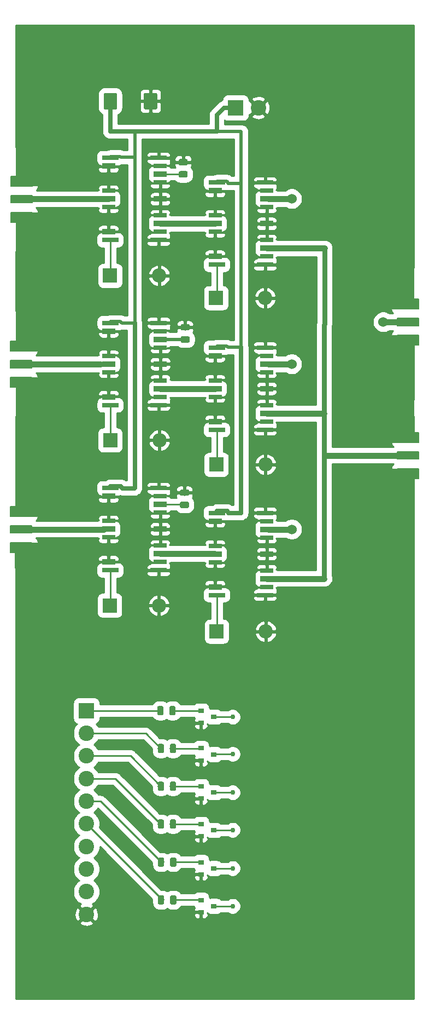
<source format=gbr>
G04 #@! TF.GenerationSoftware,KiCad,Pcbnew,(5.1.4)-1*
G04 #@! TF.CreationDate,2020-06-15T02:55:38-04:00*
G04 #@! TF.ProjectId,eth_sw_matrix_7,6574685f-7377-45f6-9d61-747269785f37,rev?*
G04 #@! TF.SameCoordinates,Original*
G04 #@! TF.FileFunction,Copper,L1,Top*
G04 #@! TF.FilePolarity,Positive*
%FSLAX46Y46*%
G04 Gerber Fmt 4.6, Leading zero omitted, Abs format (unit mm)*
G04 Created by KiCad (PCBNEW (5.1.4)-1) date 2020-06-15 02:55:38*
%MOMM*%
%LPD*%
G04 APERTURE LIST*
%ADD10C,0.100000*%
%ADD11C,0.127000*%
%ADD12O,2.200000X2.200000*%
%ADD13R,2.200000X2.200000*%
%ADD14C,2.400000*%
%ADD15R,2.400000X2.400000*%
%ADD16C,0.025400*%
%ADD17C,0.975000*%
%ADD18C,2.075000*%
%ADD19R,2.500000X0.700000*%
%ADD20R,2.000000X0.700000*%
%ADD21R,2.000000X0.900000*%
%ADD22R,0.900000X0.800000*%
%ADD23C,0.635000*%
%ADD24C,0.762000*%
%ADD25C,5.080000*%
%ADD26C,1.524000*%
%ADD27C,0.254000*%
%ADD28C,0.635000*%
%ADD29C,0.508000*%
%ADD30C,0.889000*%
%ADD31C,0.762000*%
%ADD32C,1.143000*%
G04 APERTURE END LIST*
D10*
G36*
X180898800Y-139598400D02*
G01*
X179527200Y-139598400D01*
X179527200Y-138074400D01*
X180898800Y-138074400D01*
X180898800Y-139598400D01*
G37*
X180898800Y-139598400D02*
X179527200Y-139598400D01*
X179527200Y-138074400D01*
X180898800Y-138074400D01*
X180898800Y-139598400D01*
G36*
X180848000Y-134010400D02*
G01*
X179476400Y-134010400D01*
X179476400Y-132486400D01*
X180848000Y-132486400D01*
X180848000Y-134010400D01*
G37*
X180848000Y-134010400D02*
X179476400Y-134010400D01*
X179476400Y-132486400D01*
X180848000Y-132486400D01*
X180848000Y-134010400D01*
G36*
X180898800Y-118973600D02*
G01*
X179527200Y-118973600D01*
X179527200Y-117449600D01*
X180898800Y-117449600D01*
X180898800Y-118973600D01*
G37*
X180898800Y-118973600D02*
X179527200Y-118973600D01*
X179527200Y-117449600D01*
X180898800Y-117449600D01*
X180898800Y-118973600D01*
G36*
X180848000Y-113385600D02*
G01*
X179476400Y-113385600D01*
X179476400Y-111861600D01*
X180848000Y-111861600D01*
X180848000Y-113385600D01*
G37*
X180848000Y-113385600D02*
X179476400Y-113385600D01*
X179476400Y-111861600D01*
X180848000Y-111861600D01*
X180848000Y-113385600D01*
G36*
X125374400Y-99974400D02*
G01*
X124002800Y-99974400D01*
X124002800Y-98450400D01*
X125374400Y-98450400D01*
X125374400Y-99974400D01*
G37*
X125374400Y-99974400D02*
X124002800Y-99974400D01*
X124002800Y-98450400D01*
X125374400Y-98450400D01*
X125374400Y-99974400D01*
G36*
X125323600Y-94335600D02*
G01*
X123952000Y-94335600D01*
X123952000Y-92811600D01*
X125323600Y-92811600D01*
X125323600Y-94335600D01*
G37*
X125323600Y-94335600D02*
X123952000Y-94335600D01*
X123952000Y-92811600D01*
X125323600Y-92811600D01*
X125323600Y-94335600D01*
G36*
X125272800Y-119888000D02*
G01*
X123901200Y-119888000D01*
X123901200Y-118364000D01*
X125272800Y-118364000D01*
X125272800Y-119888000D01*
G37*
X125272800Y-119888000D02*
X123901200Y-119888000D01*
X123901200Y-118364000D01*
X125272800Y-118364000D01*
X125272800Y-119888000D01*
G36*
X125222000Y-125476000D02*
G01*
X123850400Y-125476000D01*
X123850400Y-123952000D01*
X125222000Y-123952000D01*
X125222000Y-125476000D01*
G37*
X125222000Y-125476000D02*
X123850400Y-125476000D01*
X123850400Y-123952000D01*
X125222000Y-123952000D01*
X125222000Y-125476000D01*
G36*
X125374400Y-151028400D02*
G01*
X124002800Y-151028400D01*
X124002800Y-149504400D01*
X125374400Y-149504400D01*
X125374400Y-151028400D01*
G37*
X125374400Y-151028400D02*
X124002800Y-151028400D01*
X124002800Y-149504400D01*
X125374400Y-149504400D01*
X125374400Y-151028400D01*
G36*
X125323600Y-145491200D02*
G01*
X123952000Y-145491200D01*
X123952000Y-143967200D01*
X125323600Y-143967200D01*
X125323600Y-145491200D01*
G37*
X125323600Y-145491200D02*
X123952000Y-145491200D01*
X123952000Y-143967200D01*
X125323600Y-143967200D01*
X125323600Y-145491200D01*
G36*
X183286400Y-144424400D02*
G01*
X179527200Y-144424400D01*
X179527200Y-139547600D01*
X183286400Y-139547600D01*
X183286400Y-144424400D01*
G37*
X183286400Y-144424400D02*
X179527200Y-144424400D01*
X179527200Y-139547600D01*
X183286400Y-139547600D01*
X183286400Y-144424400D01*
G36*
X183286400Y-132537200D02*
G01*
X179336700Y-132537200D01*
X179311300Y-127254000D01*
X183261000Y-127254000D01*
X183286400Y-132537200D01*
G37*
X183286400Y-132537200D02*
X179336700Y-132537200D01*
X179311300Y-127254000D01*
X183261000Y-127254000D01*
X183286400Y-132537200D01*
G36*
X183337200Y-123850400D02*
G01*
X179425600Y-123850400D01*
X179425600Y-118872000D01*
X183337200Y-118872000D01*
X183337200Y-123850400D01*
G37*
X183337200Y-123850400D02*
X179425600Y-123850400D01*
X179425600Y-118872000D01*
X183337200Y-118872000D01*
X183337200Y-123850400D01*
G36*
X183235600Y-111861600D02*
G01*
X179260500Y-111861600D01*
X179285900Y-106476800D01*
X183261000Y-106476800D01*
X183235600Y-111861600D01*
G37*
X183235600Y-111861600D02*
X179260500Y-111861600D01*
X179285900Y-106476800D01*
X183261000Y-106476800D01*
X183235600Y-111861600D01*
G36*
X125336300Y-155956000D02*
G01*
X121475500Y-155956000D01*
X121450100Y-150977600D01*
X125310900Y-150977600D01*
X125336300Y-155956000D01*
G37*
X125336300Y-155956000D02*
X121475500Y-155956000D01*
X121450100Y-150977600D01*
X125310900Y-150977600D01*
X125336300Y-155956000D01*
G36*
X125272800Y-143967200D02*
G01*
X121513600Y-143967200D01*
X121513600Y-138785600D01*
X125272800Y-138785600D01*
X125272800Y-143967200D01*
G37*
X125272800Y-143967200D02*
X121513600Y-143967200D01*
X121513600Y-138785600D01*
X125272800Y-138785600D01*
X125272800Y-143967200D01*
G36*
X125590300Y-104800400D02*
G01*
X121589800Y-104800400D01*
X121564400Y-99923600D01*
X125564900Y-99923600D01*
X125590300Y-104800400D01*
G37*
X125590300Y-104800400D02*
X121589800Y-104800400D01*
X121564400Y-99923600D01*
X125564900Y-99923600D01*
X125590300Y-104800400D01*
G36*
X125476000Y-92913200D02*
G01*
X121564400Y-92913200D01*
X121564400Y-87782400D01*
X125476000Y-87782400D01*
X125476000Y-92913200D01*
G37*
X125476000Y-92913200D02*
X121564400Y-92913200D01*
X121564400Y-87782400D01*
X125476000Y-87782400D01*
X125476000Y-92913200D01*
G36*
X125323600Y-130352800D02*
G01*
X121564400Y-130352800D01*
X121564400Y-125425200D01*
X125323600Y-125425200D01*
X125323600Y-130352800D01*
G37*
X125323600Y-130352800D02*
X121564400Y-130352800D01*
X121564400Y-125425200D01*
X125323600Y-125425200D01*
X125323600Y-130352800D01*
G36*
X125323600Y-118414800D02*
G01*
X121564400Y-118414800D01*
X121564400Y-113385600D01*
X125323600Y-113385600D01*
X125323600Y-118414800D01*
G37*
X125323600Y-118414800D02*
X121564400Y-118414800D01*
X121564400Y-113385600D01*
X125323600Y-113385600D01*
X125323600Y-118414800D01*
D11*
G36*
X120815100Y-94386400D02*
G01*
X120815100Y-92862400D01*
X124117100Y-92862400D01*
X124117100Y-94386400D01*
X120815100Y-94386400D01*
G37*
X120815100Y-94386400D02*
X120815100Y-92862400D01*
X124117100Y-92862400D01*
X124117100Y-94386400D01*
X120815100Y-94386400D01*
G36*
X120815100Y-99974400D02*
G01*
X120815100Y-98450400D01*
X124117100Y-98450400D01*
X124117100Y-99974400D01*
X120815100Y-99974400D01*
G37*
X120815100Y-99974400D02*
X120815100Y-98450400D01*
X124117100Y-98450400D01*
X124117100Y-99974400D01*
X120815100Y-99974400D01*
G36*
X120815100Y-96989900D02*
G01*
X120815100Y-95846900D01*
X124117100Y-95846900D01*
X124117100Y-96989900D01*
X120815100Y-96989900D01*
G37*
X120815100Y-96989900D02*
X120815100Y-95846900D01*
X124117100Y-95846900D01*
X124117100Y-96989900D01*
X120815100Y-96989900D01*
G36*
X120789700Y-122491500D02*
G01*
X120789700Y-121348500D01*
X124091700Y-121348500D01*
X124091700Y-122491500D01*
X120789700Y-122491500D01*
G37*
X120789700Y-122491500D02*
X120789700Y-121348500D01*
X124091700Y-121348500D01*
X124091700Y-122491500D01*
X120789700Y-122491500D01*
G36*
X120789700Y-125476000D02*
G01*
X120789700Y-123952000D01*
X124091700Y-123952000D01*
X124091700Y-125476000D01*
X120789700Y-125476000D01*
G37*
X120789700Y-125476000D02*
X120789700Y-123952000D01*
X124091700Y-123952000D01*
X124091700Y-125476000D01*
X120789700Y-125476000D01*
G36*
X120789700Y-119888000D02*
G01*
X120789700Y-118364000D01*
X124091700Y-118364000D01*
X124091700Y-119888000D01*
X120789700Y-119888000D01*
G37*
X120789700Y-119888000D02*
X120789700Y-118364000D01*
X124091700Y-118364000D01*
X124091700Y-119888000D01*
X120789700Y-119888000D01*
G36*
X120789700Y-145440400D02*
G01*
X120789700Y-143916400D01*
X124091700Y-143916400D01*
X124091700Y-145440400D01*
X120789700Y-145440400D01*
G37*
X120789700Y-145440400D02*
X120789700Y-143916400D01*
X124091700Y-143916400D01*
X124091700Y-145440400D01*
X120789700Y-145440400D01*
G36*
X120789700Y-151028400D02*
G01*
X120789700Y-149504400D01*
X124091700Y-149504400D01*
X124091700Y-151028400D01*
X120789700Y-151028400D01*
G37*
X120789700Y-151028400D02*
X120789700Y-149504400D01*
X124091700Y-149504400D01*
X124091700Y-151028400D01*
X120789700Y-151028400D01*
G36*
X120789700Y-148043900D02*
G01*
X120789700Y-146900900D01*
X124091700Y-146900900D01*
X124091700Y-148043900D01*
X120789700Y-148043900D01*
G37*
X120789700Y-148043900D02*
X120789700Y-146900900D01*
X124091700Y-146900900D01*
X124091700Y-148043900D01*
X120789700Y-148043900D01*
G36*
X184010300Y-138074400D02*
G01*
X184010300Y-139598400D01*
X180708300Y-139598400D01*
X180708300Y-138074400D01*
X184010300Y-138074400D01*
G37*
X184010300Y-138074400D02*
X184010300Y-139598400D01*
X180708300Y-139598400D01*
X180708300Y-138074400D01*
X184010300Y-138074400D01*
G36*
X184010300Y-132486400D02*
G01*
X184010300Y-134010400D01*
X180708300Y-134010400D01*
X180708300Y-132486400D01*
X184010300Y-132486400D01*
G37*
X184010300Y-132486400D02*
X184010300Y-134010400D01*
X180708300Y-134010400D01*
X180708300Y-132486400D01*
X184010300Y-132486400D01*
G36*
X184010300Y-135470900D02*
G01*
X184010300Y-136613900D01*
X180708300Y-136613900D01*
X180708300Y-135470900D01*
X184010300Y-135470900D01*
G37*
X184010300Y-135470900D02*
X184010300Y-136613900D01*
X180708300Y-136613900D01*
X180708300Y-135470900D01*
X184010300Y-135470900D01*
G36*
X183959500Y-114846100D02*
G01*
X183959500Y-115989100D01*
X180657500Y-115989100D01*
X180657500Y-114846100D01*
X183959500Y-114846100D01*
G37*
X183959500Y-114846100D02*
X183959500Y-115989100D01*
X180657500Y-115989100D01*
X180657500Y-114846100D01*
X183959500Y-114846100D01*
G36*
X183959500Y-111861600D02*
G01*
X183959500Y-113385600D01*
X180657500Y-113385600D01*
X180657500Y-111861600D01*
X183959500Y-111861600D01*
G37*
X183959500Y-111861600D02*
X183959500Y-113385600D01*
X180657500Y-113385600D01*
X180657500Y-111861600D01*
X183959500Y-111861600D01*
G36*
X183959500Y-117449600D02*
G01*
X183959500Y-118973600D01*
X180657500Y-118973600D01*
X180657500Y-117449600D01*
X183959500Y-117449600D01*
G37*
X183959500Y-117449600D02*
X183959500Y-118973600D01*
X180657500Y-118973600D01*
X180657500Y-117449600D01*
X183959500Y-117449600D01*
D12*
X143814800Y-108254800D03*
D13*
X136194800Y-108254800D03*
D12*
X143832580Y-133705600D03*
D13*
X136212580Y-133705600D03*
D14*
X159151200Y-82296000D03*
D15*
X155651200Y-82296000D03*
D16*
G36*
X148003342Y-90219374D02*
G01*
X148027003Y-90222884D01*
X148050207Y-90228696D01*
X148072729Y-90236754D01*
X148094353Y-90246982D01*
X148114870Y-90259279D01*
X148134083Y-90273529D01*
X148151807Y-90289593D01*
X148167871Y-90307317D01*
X148182121Y-90326530D01*
X148194418Y-90347047D01*
X148204646Y-90368671D01*
X148212704Y-90391193D01*
X148218516Y-90414397D01*
X148222026Y-90438058D01*
X148223200Y-90461950D01*
X148223200Y-90949450D01*
X148222026Y-90973342D01*
X148218516Y-90997003D01*
X148212704Y-91020207D01*
X148204646Y-91042729D01*
X148194418Y-91064353D01*
X148182121Y-91084870D01*
X148167871Y-91104083D01*
X148151807Y-91121807D01*
X148134083Y-91137871D01*
X148114870Y-91152121D01*
X148094353Y-91164418D01*
X148072729Y-91174646D01*
X148050207Y-91182704D01*
X148027003Y-91188516D01*
X148003342Y-91192026D01*
X147979450Y-91193200D01*
X147066950Y-91193200D01*
X147043058Y-91192026D01*
X147019397Y-91188516D01*
X146996193Y-91182704D01*
X146973671Y-91174646D01*
X146952047Y-91164418D01*
X146931530Y-91152121D01*
X146912317Y-91137871D01*
X146894593Y-91121807D01*
X146878529Y-91104083D01*
X146864279Y-91084870D01*
X146851982Y-91064353D01*
X146841754Y-91042729D01*
X146833696Y-91020207D01*
X146827884Y-90997003D01*
X146824374Y-90973342D01*
X146823200Y-90949450D01*
X146823200Y-90461950D01*
X146824374Y-90438058D01*
X146827884Y-90414397D01*
X146833696Y-90391193D01*
X146841754Y-90368671D01*
X146851982Y-90347047D01*
X146864279Y-90326530D01*
X146878529Y-90307317D01*
X146894593Y-90289593D01*
X146912317Y-90273529D01*
X146931530Y-90259279D01*
X146952047Y-90246982D01*
X146973671Y-90236754D01*
X146996193Y-90228696D01*
X147019397Y-90222884D01*
X147043058Y-90219374D01*
X147066950Y-90218200D01*
X147979450Y-90218200D01*
X148003342Y-90219374D01*
X148003342Y-90219374D01*
G37*
D17*
X147523200Y-90705700D03*
D16*
G36*
X148003342Y-92094374D02*
G01*
X148027003Y-92097884D01*
X148050207Y-92103696D01*
X148072729Y-92111754D01*
X148094353Y-92121982D01*
X148114870Y-92134279D01*
X148134083Y-92148529D01*
X148151807Y-92164593D01*
X148167871Y-92182317D01*
X148182121Y-92201530D01*
X148194418Y-92222047D01*
X148204646Y-92243671D01*
X148212704Y-92266193D01*
X148218516Y-92289397D01*
X148222026Y-92313058D01*
X148223200Y-92336950D01*
X148223200Y-92824450D01*
X148222026Y-92848342D01*
X148218516Y-92872003D01*
X148212704Y-92895207D01*
X148204646Y-92917729D01*
X148194418Y-92939353D01*
X148182121Y-92959870D01*
X148167871Y-92979083D01*
X148151807Y-92996807D01*
X148134083Y-93012871D01*
X148114870Y-93027121D01*
X148094353Y-93039418D01*
X148072729Y-93049646D01*
X148050207Y-93057704D01*
X148027003Y-93063516D01*
X148003342Y-93067026D01*
X147979450Y-93068200D01*
X147066950Y-93068200D01*
X147043058Y-93067026D01*
X147019397Y-93063516D01*
X146996193Y-93057704D01*
X146973671Y-93049646D01*
X146952047Y-93039418D01*
X146931530Y-93027121D01*
X146912317Y-93012871D01*
X146894593Y-92996807D01*
X146878529Y-92979083D01*
X146864279Y-92959870D01*
X146851982Y-92939353D01*
X146841754Y-92917729D01*
X146833696Y-92895207D01*
X146827884Y-92872003D01*
X146824374Y-92848342D01*
X146823200Y-92824450D01*
X146823200Y-92336950D01*
X146824374Y-92313058D01*
X146827884Y-92289397D01*
X146833696Y-92266193D01*
X146841754Y-92243671D01*
X146851982Y-92222047D01*
X146864279Y-92201530D01*
X146878529Y-92182317D01*
X146894593Y-92164593D01*
X146912317Y-92148529D01*
X146931530Y-92134279D01*
X146952047Y-92121982D01*
X146973671Y-92111754D01*
X146996193Y-92103696D01*
X147019397Y-92097884D01*
X147043058Y-92094374D01*
X147066950Y-92093200D01*
X147979450Y-92093200D01*
X148003342Y-92094374D01*
X148003342Y-92094374D01*
G37*
D17*
X147523200Y-92580700D03*
D16*
G36*
X148300522Y-115759074D02*
G01*
X148324183Y-115762584D01*
X148347387Y-115768396D01*
X148369909Y-115776454D01*
X148391533Y-115786682D01*
X148412050Y-115798979D01*
X148431263Y-115813229D01*
X148448987Y-115829293D01*
X148465051Y-115847017D01*
X148479301Y-115866230D01*
X148491598Y-115886747D01*
X148501826Y-115908371D01*
X148509884Y-115930893D01*
X148515696Y-115954097D01*
X148519206Y-115977758D01*
X148520380Y-116001650D01*
X148520380Y-116489150D01*
X148519206Y-116513042D01*
X148515696Y-116536703D01*
X148509884Y-116559907D01*
X148501826Y-116582429D01*
X148491598Y-116604053D01*
X148479301Y-116624570D01*
X148465051Y-116643783D01*
X148448987Y-116661507D01*
X148431263Y-116677571D01*
X148412050Y-116691821D01*
X148391533Y-116704118D01*
X148369909Y-116714346D01*
X148347387Y-116722404D01*
X148324183Y-116728216D01*
X148300522Y-116731726D01*
X148276630Y-116732900D01*
X147364130Y-116732900D01*
X147340238Y-116731726D01*
X147316577Y-116728216D01*
X147293373Y-116722404D01*
X147270851Y-116714346D01*
X147249227Y-116704118D01*
X147228710Y-116691821D01*
X147209497Y-116677571D01*
X147191773Y-116661507D01*
X147175709Y-116643783D01*
X147161459Y-116624570D01*
X147149162Y-116604053D01*
X147138934Y-116582429D01*
X147130876Y-116559907D01*
X147125064Y-116536703D01*
X147121554Y-116513042D01*
X147120380Y-116489150D01*
X147120380Y-116001650D01*
X147121554Y-115977758D01*
X147125064Y-115954097D01*
X147130876Y-115930893D01*
X147138934Y-115908371D01*
X147149162Y-115886747D01*
X147161459Y-115866230D01*
X147175709Y-115847017D01*
X147191773Y-115829293D01*
X147209497Y-115813229D01*
X147228710Y-115798979D01*
X147249227Y-115786682D01*
X147270851Y-115776454D01*
X147293373Y-115768396D01*
X147316577Y-115762584D01*
X147340238Y-115759074D01*
X147364130Y-115757900D01*
X148276630Y-115757900D01*
X148300522Y-115759074D01*
X148300522Y-115759074D01*
G37*
D17*
X147820380Y-116245400D03*
D16*
G36*
X148300522Y-117634074D02*
G01*
X148324183Y-117637584D01*
X148347387Y-117643396D01*
X148369909Y-117651454D01*
X148391533Y-117661682D01*
X148412050Y-117673979D01*
X148431263Y-117688229D01*
X148448987Y-117704293D01*
X148465051Y-117722017D01*
X148479301Y-117741230D01*
X148491598Y-117761747D01*
X148501826Y-117783371D01*
X148509884Y-117805893D01*
X148515696Y-117829097D01*
X148519206Y-117852758D01*
X148520380Y-117876650D01*
X148520380Y-118364150D01*
X148519206Y-118388042D01*
X148515696Y-118411703D01*
X148509884Y-118434907D01*
X148501826Y-118457429D01*
X148491598Y-118479053D01*
X148479301Y-118499570D01*
X148465051Y-118518783D01*
X148448987Y-118536507D01*
X148431263Y-118552571D01*
X148412050Y-118566821D01*
X148391533Y-118579118D01*
X148369909Y-118589346D01*
X148347387Y-118597404D01*
X148324183Y-118603216D01*
X148300522Y-118606726D01*
X148276630Y-118607900D01*
X147364130Y-118607900D01*
X147340238Y-118606726D01*
X147316577Y-118603216D01*
X147293373Y-118597404D01*
X147270851Y-118589346D01*
X147249227Y-118579118D01*
X147228710Y-118566821D01*
X147209497Y-118552571D01*
X147191773Y-118536507D01*
X147175709Y-118518783D01*
X147161459Y-118499570D01*
X147149162Y-118479053D01*
X147138934Y-118457429D01*
X147130876Y-118434907D01*
X147125064Y-118411703D01*
X147121554Y-118388042D01*
X147120380Y-118364150D01*
X147120380Y-117876650D01*
X147121554Y-117852758D01*
X147125064Y-117829097D01*
X147130876Y-117805893D01*
X147138934Y-117783371D01*
X147149162Y-117761747D01*
X147161459Y-117741230D01*
X147175709Y-117722017D01*
X147191773Y-117704293D01*
X147209497Y-117688229D01*
X147228710Y-117673979D01*
X147249227Y-117661682D01*
X147270851Y-117651454D01*
X147293373Y-117643396D01*
X147316577Y-117637584D01*
X147340238Y-117634074D01*
X147364130Y-117632900D01*
X148276630Y-117632900D01*
X148300522Y-117634074D01*
X148300522Y-117634074D01*
G37*
D17*
X147820380Y-118120400D03*
D16*
G36*
X144249842Y-174815174D02*
G01*
X144273503Y-174818684D01*
X144296707Y-174824496D01*
X144319229Y-174832554D01*
X144340853Y-174842782D01*
X144361370Y-174855079D01*
X144380583Y-174869329D01*
X144398307Y-174885393D01*
X144414371Y-174903117D01*
X144428621Y-174922330D01*
X144440918Y-174942847D01*
X144451146Y-174964471D01*
X144459204Y-174986993D01*
X144465016Y-175010197D01*
X144468526Y-175033858D01*
X144469700Y-175057750D01*
X144469700Y-175970250D01*
X144468526Y-175994142D01*
X144465016Y-176017803D01*
X144459204Y-176041007D01*
X144451146Y-176063529D01*
X144440918Y-176085153D01*
X144428621Y-176105670D01*
X144414371Y-176124883D01*
X144398307Y-176142607D01*
X144380583Y-176158671D01*
X144361370Y-176172921D01*
X144340853Y-176185218D01*
X144319229Y-176195446D01*
X144296707Y-176203504D01*
X144273503Y-176209316D01*
X144249842Y-176212826D01*
X144225950Y-176214000D01*
X143738450Y-176214000D01*
X143714558Y-176212826D01*
X143690897Y-176209316D01*
X143667693Y-176203504D01*
X143645171Y-176195446D01*
X143623547Y-176185218D01*
X143603030Y-176172921D01*
X143583817Y-176158671D01*
X143566093Y-176142607D01*
X143550029Y-176124883D01*
X143535779Y-176105670D01*
X143523482Y-176085153D01*
X143513254Y-176063529D01*
X143505196Y-176041007D01*
X143499384Y-176017803D01*
X143495874Y-175994142D01*
X143494700Y-175970250D01*
X143494700Y-175057750D01*
X143495874Y-175033858D01*
X143499384Y-175010197D01*
X143505196Y-174986993D01*
X143513254Y-174964471D01*
X143523482Y-174942847D01*
X143535779Y-174922330D01*
X143550029Y-174903117D01*
X143566093Y-174885393D01*
X143583817Y-174869329D01*
X143603030Y-174855079D01*
X143623547Y-174842782D01*
X143645171Y-174832554D01*
X143667693Y-174824496D01*
X143690897Y-174818684D01*
X143714558Y-174815174D01*
X143738450Y-174814000D01*
X144225950Y-174814000D01*
X144249842Y-174815174D01*
X144249842Y-174815174D01*
G37*
D17*
X143982200Y-175514000D03*
D16*
G36*
X146124842Y-174815174D02*
G01*
X146148503Y-174818684D01*
X146171707Y-174824496D01*
X146194229Y-174832554D01*
X146215853Y-174842782D01*
X146236370Y-174855079D01*
X146255583Y-174869329D01*
X146273307Y-174885393D01*
X146289371Y-174903117D01*
X146303621Y-174922330D01*
X146315918Y-174942847D01*
X146326146Y-174964471D01*
X146334204Y-174986993D01*
X146340016Y-175010197D01*
X146343526Y-175033858D01*
X146344700Y-175057750D01*
X146344700Y-175970250D01*
X146343526Y-175994142D01*
X146340016Y-176017803D01*
X146334204Y-176041007D01*
X146326146Y-176063529D01*
X146315918Y-176085153D01*
X146303621Y-176105670D01*
X146289371Y-176124883D01*
X146273307Y-176142607D01*
X146255583Y-176158671D01*
X146236370Y-176172921D01*
X146215853Y-176185218D01*
X146194229Y-176195446D01*
X146171707Y-176203504D01*
X146148503Y-176209316D01*
X146124842Y-176212826D01*
X146100950Y-176214000D01*
X145613450Y-176214000D01*
X145589558Y-176212826D01*
X145565897Y-176209316D01*
X145542693Y-176203504D01*
X145520171Y-176195446D01*
X145498547Y-176185218D01*
X145478030Y-176172921D01*
X145458817Y-176158671D01*
X145441093Y-176142607D01*
X145425029Y-176124883D01*
X145410779Y-176105670D01*
X145398482Y-176085153D01*
X145388254Y-176063529D01*
X145380196Y-176041007D01*
X145374384Y-176017803D01*
X145370874Y-175994142D01*
X145369700Y-175970250D01*
X145369700Y-175057750D01*
X145370874Y-175033858D01*
X145374384Y-175010197D01*
X145380196Y-174986993D01*
X145388254Y-174964471D01*
X145398482Y-174942847D01*
X145410779Y-174922330D01*
X145425029Y-174903117D01*
X145441093Y-174885393D01*
X145458817Y-174869329D01*
X145478030Y-174855079D01*
X145498547Y-174842782D01*
X145520171Y-174832554D01*
X145542693Y-174824496D01*
X145565897Y-174818684D01*
X145589558Y-174815174D01*
X145613450Y-174814000D01*
X146100950Y-174814000D01*
X146124842Y-174815174D01*
X146124842Y-174815174D01*
G37*
D17*
X145857200Y-175514000D03*
D16*
G36*
X144328342Y-180657174D02*
G01*
X144352003Y-180660684D01*
X144375207Y-180666496D01*
X144397729Y-180674554D01*
X144419353Y-180684782D01*
X144439870Y-180697079D01*
X144459083Y-180711329D01*
X144476807Y-180727393D01*
X144492871Y-180745117D01*
X144507121Y-180764330D01*
X144519418Y-180784847D01*
X144529646Y-180806471D01*
X144537704Y-180828993D01*
X144543516Y-180852197D01*
X144547026Y-180875858D01*
X144548200Y-180899750D01*
X144548200Y-181812250D01*
X144547026Y-181836142D01*
X144543516Y-181859803D01*
X144537704Y-181883007D01*
X144529646Y-181905529D01*
X144519418Y-181927153D01*
X144507121Y-181947670D01*
X144492871Y-181966883D01*
X144476807Y-181984607D01*
X144459083Y-182000671D01*
X144439870Y-182014921D01*
X144419353Y-182027218D01*
X144397729Y-182037446D01*
X144375207Y-182045504D01*
X144352003Y-182051316D01*
X144328342Y-182054826D01*
X144304450Y-182056000D01*
X143816950Y-182056000D01*
X143793058Y-182054826D01*
X143769397Y-182051316D01*
X143746193Y-182045504D01*
X143723671Y-182037446D01*
X143702047Y-182027218D01*
X143681530Y-182014921D01*
X143662317Y-182000671D01*
X143644593Y-181984607D01*
X143628529Y-181966883D01*
X143614279Y-181947670D01*
X143601982Y-181927153D01*
X143591754Y-181905529D01*
X143583696Y-181883007D01*
X143577884Y-181859803D01*
X143574374Y-181836142D01*
X143573200Y-181812250D01*
X143573200Y-180899750D01*
X143574374Y-180875858D01*
X143577884Y-180852197D01*
X143583696Y-180828993D01*
X143591754Y-180806471D01*
X143601982Y-180784847D01*
X143614279Y-180764330D01*
X143628529Y-180745117D01*
X143644593Y-180727393D01*
X143662317Y-180711329D01*
X143681530Y-180697079D01*
X143702047Y-180684782D01*
X143723671Y-180674554D01*
X143746193Y-180666496D01*
X143769397Y-180660684D01*
X143793058Y-180657174D01*
X143816950Y-180656000D01*
X144304450Y-180656000D01*
X144328342Y-180657174D01*
X144328342Y-180657174D01*
G37*
D17*
X144060700Y-181356000D03*
D16*
G36*
X146203342Y-180657174D02*
G01*
X146227003Y-180660684D01*
X146250207Y-180666496D01*
X146272729Y-180674554D01*
X146294353Y-180684782D01*
X146314870Y-180697079D01*
X146334083Y-180711329D01*
X146351807Y-180727393D01*
X146367871Y-180745117D01*
X146382121Y-180764330D01*
X146394418Y-180784847D01*
X146404646Y-180806471D01*
X146412704Y-180828993D01*
X146418516Y-180852197D01*
X146422026Y-180875858D01*
X146423200Y-180899750D01*
X146423200Y-181812250D01*
X146422026Y-181836142D01*
X146418516Y-181859803D01*
X146412704Y-181883007D01*
X146404646Y-181905529D01*
X146394418Y-181927153D01*
X146382121Y-181947670D01*
X146367871Y-181966883D01*
X146351807Y-181984607D01*
X146334083Y-182000671D01*
X146314870Y-182014921D01*
X146294353Y-182027218D01*
X146272729Y-182037446D01*
X146250207Y-182045504D01*
X146227003Y-182051316D01*
X146203342Y-182054826D01*
X146179450Y-182056000D01*
X145691950Y-182056000D01*
X145668058Y-182054826D01*
X145644397Y-182051316D01*
X145621193Y-182045504D01*
X145598671Y-182037446D01*
X145577047Y-182027218D01*
X145556530Y-182014921D01*
X145537317Y-182000671D01*
X145519593Y-181984607D01*
X145503529Y-181966883D01*
X145489279Y-181947670D01*
X145476982Y-181927153D01*
X145466754Y-181905529D01*
X145458696Y-181883007D01*
X145452884Y-181859803D01*
X145449374Y-181836142D01*
X145448200Y-181812250D01*
X145448200Y-180899750D01*
X145449374Y-180875858D01*
X145452884Y-180852197D01*
X145458696Y-180828993D01*
X145466754Y-180806471D01*
X145476982Y-180784847D01*
X145489279Y-180764330D01*
X145503529Y-180745117D01*
X145519593Y-180727393D01*
X145537317Y-180711329D01*
X145556530Y-180697079D01*
X145577047Y-180684782D01*
X145598671Y-180674554D01*
X145621193Y-180666496D01*
X145644397Y-180660684D01*
X145668058Y-180657174D01*
X145691950Y-180656000D01*
X146179450Y-180656000D01*
X146203342Y-180657174D01*
X146203342Y-180657174D01*
G37*
D17*
X145935700Y-181356000D03*
D16*
G36*
X144328342Y-186499174D02*
G01*
X144352003Y-186502684D01*
X144375207Y-186508496D01*
X144397729Y-186516554D01*
X144419353Y-186526782D01*
X144439870Y-186539079D01*
X144459083Y-186553329D01*
X144476807Y-186569393D01*
X144492871Y-186587117D01*
X144507121Y-186606330D01*
X144519418Y-186626847D01*
X144529646Y-186648471D01*
X144537704Y-186670993D01*
X144543516Y-186694197D01*
X144547026Y-186717858D01*
X144548200Y-186741750D01*
X144548200Y-187654250D01*
X144547026Y-187678142D01*
X144543516Y-187701803D01*
X144537704Y-187725007D01*
X144529646Y-187747529D01*
X144519418Y-187769153D01*
X144507121Y-187789670D01*
X144492871Y-187808883D01*
X144476807Y-187826607D01*
X144459083Y-187842671D01*
X144439870Y-187856921D01*
X144419353Y-187869218D01*
X144397729Y-187879446D01*
X144375207Y-187887504D01*
X144352003Y-187893316D01*
X144328342Y-187896826D01*
X144304450Y-187898000D01*
X143816950Y-187898000D01*
X143793058Y-187896826D01*
X143769397Y-187893316D01*
X143746193Y-187887504D01*
X143723671Y-187879446D01*
X143702047Y-187869218D01*
X143681530Y-187856921D01*
X143662317Y-187842671D01*
X143644593Y-187826607D01*
X143628529Y-187808883D01*
X143614279Y-187789670D01*
X143601982Y-187769153D01*
X143591754Y-187747529D01*
X143583696Y-187725007D01*
X143577884Y-187701803D01*
X143574374Y-187678142D01*
X143573200Y-187654250D01*
X143573200Y-186741750D01*
X143574374Y-186717858D01*
X143577884Y-186694197D01*
X143583696Y-186670993D01*
X143591754Y-186648471D01*
X143601982Y-186626847D01*
X143614279Y-186606330D01*
X143628529Y-186587117D01*
X143644593Y-186569393D01*
X143662317Y-186553329D01*
X143681530Y-186539079D01*
X143702047Y-186526782D01*
X143723671Y-186516554D01*
X143746193Y-186508496D01*
X143769397Y-186502684D01*
X143793058Y-186499174D01*
X143816950Y-186498000D01*
X144304450Y-186498000D01*
X144328342Y-186499174D01*
X144328342Y-186499174D01*
G37*
D17*
X144060700Y-187198000D03*
D16*
G36*
X146203342Y-186499174D02*
G01*
X146227003Y-186502684D01*
X146250207Y-186508496D01*
X146272729Y-186516554D01*
X146294353Y-186526782D01*
X146314870Y-186539079D01*
X146334083Y-186553329D01*
X146351807Y-186569393D01*
X146367871Y-186587117D01*
X146382121Y-186606330D01*
X146394418Y-186626847D01*
X146404646Y-186648471D01*
X146412704Y-186670993D01*
X146418516Y-186694197D01*
X146422026Y-186717858D01*
X146423200Y-186741750D01*
X146423200Y-187654250D01*
X146422026Y-187678142D01*
X146418516Y-187701803D01*
X146412704Y-187725007D01*
X146404646Y-187747529D01*
X146394418Y-187769153D01*
X146382121Y-187789670D01*
X146367871Y-187808883D01*
X146351807Y-187826607D01*
X146334083Y-187842671D01*
X146314870Y-187856921D01*
X146294353Y-187869218D01*
X146272729Y-187879446D01*
X146250207Y-187887504D01*
X146227003Y-187893316D01*
X146203342Y-187896826D01*
X146179450Y-187898000D01*
X145691950Y-187898000D01*
X145668058Y-187896826D01*
X145644397Y-187893316D01*
X145621193Y-187887504D01*
X145598671Y-187879446D01*
X145577047Y-187869218D01*
X145556530Y-187856921D01*
X145537317Y-187842671D01*
X145519593Y-187826607D01*
X145503529Y-187808883D01*
X145489279Y-187789670D01*
X145476982Y-187769153D01*
X145466754Y-187747529D01*
X145458696Y-187725007D01*
X145452884Y-187701803D01*
X145449374Y-187678142D01*
X145448200Y-187654250D01*
X145448200Y-186741750D01*
X145449374Y-186717858D01*
X145452884Y-186694197D01*
X145458696Y-186670993D01*
X145466754Y-186648471D01*
X145476982Y-186626847D01*
X145489279Y-186606330D01*
X145503529Y-186587117D01*
X145519593Y-186569393D01*
X145537317Y-186553329D01*
X145556530Y-186539079D01*
X145577047Y-186526782D01*
X145598671Y-186516554D01*
X145621193Y-186508496D01*
X145644397Y-186502684D01*
X145668058Y-186499174D01*
X145691950Y-186498000D01*
X146179450Y-186498000D01*
X146203342Y-186499174D01*
X146203342Y-186499174D01*
G37*
D17*
X145935700Y-187198000D03*
D16*
G36*
X144328342Y-192341174D02*
G01*
X144352003Y-192344684D01*
X144375207Y-192350496D01*
X144397729Y-192358554D01*
X144419353Y-192368782D01*
X144439870Y-192381079D01*
X144459083Y-192395329D01*
X144476807Y-192411393D01*
X144492871Y-192429117D01*
X144507121Y-192448330D01*
X144519418Y-192468847D01*
X144529646Y-192490471D01*
X144537704Y-192512993D01*
X144543516Y-192536197D01*
X144547026Y-192559858D01*
X144548200Y-192583750D01*
X144548200Y-193496250D01*
X144547026Y-193520142D01*
X144543516Y-193543803D01*
X144537704Y-193567007D01*
X144529646Y-193589529D01*
X144519418Y-193611153D01*
X144507121Y-193631670D01*
X144492871Y-193650883D01*
X144476807Y-193668607D01*
X144459083Y-193684671D01*
X144439870Y-193698921D01*
X144419353Y-193711218D01*
X144397729Y-193721446D01*
X144375207Y-193729504D01*
X144352003Y-193735316D01*
X144328342Y-193738826D01*
X144304450Y-193740000D01*
X143816950Y-193740000D01*
X143793058Y-193738826D01*
X143769397Y-193735316D01*
X143746193Y-193729504D01*
X143723671Y-193721446D01*
X143702047Y-193711218D01*
X143681530Y-193698921D01*
X143662317Y-193684671D01*
X143644593Y-193668607D01*
X143628529Y-193650883D01*
X143614279Y-193631670D01*
X143601982Y-193611153D01*
X143591754Y-193589529D01*
X143583696Y-193567007D01*
X143577884Y-193543803D01*
X143574374Y-193520142D01*
X143573200Y-193496250D01*
X143573200Y-192583750D01*
X143574374Y-192559858D01*
X143577884Y-192536197D01*
X143583696Y-192512993D01*
X143591754Y-192490471D01*
X143601982Y-192468847D01*
X143614279Y-192448330D01*
X143628529Y-192429117D01*
X143644593Y-192411393D01*
X143662317Y-192395329D01*
X143681530Y-192381079D01*
X143702047Y-192368782D01*
X143723671Y-192358554D01*
X143746193Y-192350496D01*
X143769397Y-192344684D01*
X143793058Y-192341174D01*
X143816950Y-192340000D01*
X144304450Y-192340000D01*
X144328342Y-192341174D01*
X144328342Y-192341174D01*
G37*
D17*
X144060700Y-193040000D03*
D16*
G36*
X146203342Y-192341174D02*
G01*
X146227003Y-192344684D01*
X146250207Y-192350496D01*
X146272729Y-192358554D01*
X146294353Y-192368782D01*
X146314870Y-192381079D01*
X146334083Y-192395329D01*
X146351807Y-192411393D01*
X146367871Y-192429117D01*
X146382121Y-192448330D01*
X146394418Y-192468847D01*
X146404646Y-192490471D01*
X146412704Y-192512993D01*
X146418516Y-192536197D01*
X146422026Y-192559858D01*
X146423200Y-192583750D01*
X146423200Y-193496250D01*
X146422026Y-193520142D01*
X146418516Y-193543803D01*
X146412704Y-193567007D01*
X146404646Y-193589529D01*
X146394418Y-193611153D01*
X146382121Y-193631670D01*
X146367871Y-193650883D01*
X146351807Y-193668607D01*
X146334083Y-193684671D01*
X146314870Y-193698921D01*
X146294353Y-193711218D01*
X146272729Y-193721446D01*
X146250207Y-193729504D01*
X146227003Y-193735316D01*
X146203342Y-193738826D01*
X146179450Y-193740000D01*
X145691950Y-193740000D01*
X145668058Y-193738826D01*
X145644397Y-193735316D01*
X145621193Y-193729504D01*
X145598671Y-193721446D01*
X145577047Y-193711218D01*
X145556530Y-193698921D01*
X145537317Y-193684671D01*
X145519593Y-193668607D01*
X145503529Y-193650883D01*
X145489279Y-193631670D01*
X145476982Y-193611153D01*
X145466754Y-193589529D01*
X145458696Y-193567007D01*
X145452884Y-193543803D01*
X145449374Y-193520142D01*
X145448200Y-193496250D01*
X145448200Y-192583750D01*
X145449374Y-192559858D01*
X145452884Y-192536197D01*
X145458696Y-192512993D01*
X145466754Y-192490471D01*
X145476982Y-192468847D01*
X145489279Y-192448330D01*
X145503529Y-192429117D01*
X145519593Y-192411393D01*
X145537317Y-192395329D01*
X145556530Y-192381079D01*
X145577047Y-192368782D01*
X145598671Y-192358554D01*
X145621193Y-192350496D01*
X145644397Y-192344684D01*
X145668058Y-192341174D01*
X145691950Y-192340000D01*
X146179450Y-192340000D01*
X146203342Y-192341174D01*
X146203342Y-192341174D01*
G37*
D17*
X145935700Y-193040000D03*
D16*
G36*
X137043904Y-80006204D02*
G01*
X137068173Y-80009804D01*
X137091971Y-80015765D01*
X137115071Y-80024030D01*
X137137249Y-80034520D01*
X137158293Y-80047133D01*
X137177998Y-80061747D01*
X137196177Y-80078223D01*
X137212653Y-80096402D01*
X137227267Y-80116107D01*
X137239880Y-80137151D01*
X137250370Y-80159329D01*
X137258635Y-80182429D01*
X137264596Y-80206227D01*
X137268196Y-80230496D01*
X137269400Y-80255000D01*
X137269400Y-82305000D01*
X137268196Y-82329504D01*
X137264596Y-82353773D01*
X137258635Y-82377571D01*
X137250370Y-82400671D01*
X137239880Y-82422849D01*
X137227267Y-82443893D01*
X137212653Y-82463598D01*
X137196177Y-82481777D01*
X137177998Y-82498253D01*
X137158293Y-82512867D01*
X137137249Y-82525480D01*
X137115071Y-82535970D01*
X137091971Y-82544235D01*
X137068173Y-82550196D01*
X137043904Y-82553796D01*
X137019400Y-82555000D01*
X135444400Y-82555000D01*
X135419896Y-82553796D01*
X135395627Y-82550196D01*
X135371829Y-82544235D01*
X135348729Y-82535970D01*
X135326551Y-82525480D01*
X135305507Y-82512867D01*
X135285802Y-82498253D01*
X135267623Y-82481777D01*
X135251147Y-82463598D01*
X135236533Y-82443893D01*
X135223920Y-82422849D01*
X135213430Y-82400671D01*
X135205165Y-82377571D01*
X135199204Y-82353773D01*
X135195604Y-82329504D01*
X135194400Y-82305000D01*
X135194400Y-80255000D01*
X135195604Y-80230496D01*
X135199204Y-80206227D01*
X135205165Y-80182429D01*
X135213430Y-80159329D01*
X135223920Y-80137151D01*
X135236533Y-80116107D01*
X135251147Y-80096402D01*
X135267623Y-80078223D01*
X135285802Y-80061747D01*
X135305507Y-80047133D01*
X135326551Y-80034520D01*
X135348729Y-80024030D01*
X135371829Y-80015765D01*
X135395627Y-80009804D01*
X135419896Y-80006204D01*
X135444400Y-80005000D01*
X137019400Y-80005000D01*
X137043904Y-80006204D01*
X137043904Y-80006204D01*
G37*
D18*
X136231900Y-81280000D03*
D16*
G36*
X143268904Y-80006204D02*
G01*
X143293173Y-80009804D01*
X143316971Y-80015765D01*
X143340071Y-80024030D01*
X143362249Y-80034520D01*
X143383293Y-80047133D01*
X143402998Y-80061747D01*
X143421177Y-80078223D01*
X143437653Y-80096402D01*
X143452267Y-80116107D01*
X143464880Y-80137151D01*
X143475370Y-80159329D01*
X143483635Y-80182429D01*
X143489596Y-80206227D01*
X143493196Y-80230496D01*
X143494400Y-80255000D01*
X143494400Y-82305000D01*
X143493196Y-82329504D01*
X143489596Y-82353773D01*
X143483635Y-82377571D01*
X143475370Y-82400671D01*
X143464880Y-82422849D01*
X143452267Y-82443893D01*
X143437653Y-82463598D01*
X143421177Y-82481777D01*
X143402998Y-82498253D01*
X143383293Y-82512867D01*
X143362249Y-82525480D01*
X143340071Y-82535970D01*
X143316971Y-82544235D01*
X143293173Y-82550196D01*
X143268904Y-82553796D01*
X143244400Y-82555000D01*
X141669400Y-82555000D01*
X141644896Y-82553796D01*
X141620627Y-82550196D01*
X141596829Y-82544235D01*
X141573729Y-82535970D01*
X141551551Y-82525480D01*
X141530507Y-82512867D01*
X141510802Y-82498253D01*
X141492623Y-82481777D01*
X141476147Y-82463598D01*
X141461533Y-82443893D01*
X141448920Y-82422849D01*
X141438430Y-82400671D01*
X141430165Y-82377571D01*
X141424204Y-82353773D01*
X141420604Y-82329504D01*
X141419400Y-82305000D01*
X141419400Y-80255000D01*
X141420604Y-80230496D01*
X141424204Y-80206227D01*
X141430165Y-80182429D01*
X141438430Y-80159329D01*
X141448920Y-80137151D01*
X141461533Y-80116107D01*
X141476147Y-80096402D01*
X141492623Y-80078223D01*
X141510802Y-80061747D01*
X141530507Y-80047133D01*
X141551551Y-80034520D01*
X141573729Y-80024030D01*
X141596829Y-80015765D01*
X141620627Y-80009804D01*
X141644896Y-80006204D01*
X141669400Y-80005000D01*
X143244400Y-80005000D01*
X143268904Y-80006204D01*
X143268904Y-80006204D01*
G37*
D18*
X142456900Y-81280000D03*
D15*
X132537200Y-175514000D03*
D14*
X132537200Y-179014000D03*
X132537200Y-182514000D03*
X132537200Y-186014000D03*
X132537200Y-189514000D03*
X132537200Y-193014000D03*
X132537200Y-196514000D03*
X132537200Y-200014000D03*
X132537200Y-203514000D03*
X132537200Y-207014000D03*
D19*
X143704000Y-90043000D03*
D20*
X143954000Y-91313000D03*
D21*
X143954000Y-92583000D03*
D20*
X143954000Y-93853000D03*
D21*
X143954000Y-96393000D03*
D20*
X143954000Y-98933000D03*
D21*
X143954000Y-100203000D03*
D20*
X143954000Y-101473000D03*
D19*
X143704000Y-102743000D03*
X136204000Y-102743000D03*
D21*
X135954000Y-101473000D03*
D20*
X135954000Y-97663000D03*
D21*
X135954000Y-96393000D03*
D20*
X135954000Y-95123000D03*
D21*
X135954000Y-91313000D03*
D19*
X136204000Y-90043000D03*
X136221780Y-115570000D03*
D21*
X135971780Y-116840000D03*
D20*
X135971780Y-120650000D03*
D21*
X135971780Y-121920000D03*
D20*
X135971780Y-123190000D03*
D21*
X135971780Y-127000000D03*
D19*
X136221780Y-128270000D03*
X143721780Y-128270000D03*
D20*
X143971780Y-127000000D03*
D21*
X143971780Y-125730000D03*
D20*
X143971780Y-124460000D03*
D21*
X143971780Y-121920000D03*
D20*
X143971780Y-119380000D03*
D21*
X143971780Y-118110000D03*
D20*
X143971780Y-116840000D03*
D19*
X143721780Y-115570000D03*
X160214000Y-93853000D03*
D20*
X160464000Y-95123000D03*
D21*
X160464000Y-96393000D03*
D20*
X160464000Y-97663000D03*
D21*
X160464000Y-100203000D03*
D20*
X160464000Y-102743000D03*
D21*
X160464000Y-104013000D03*
D20*
X160464000Y-105283000D03*
D19*
X160214000Y-106553000D03*
X152714000Y-106553000D03*
D21*
X152464000Y-105283000D03*
D20*
X152464000Y-101473000D03*
D21*
X152464000Y-100203000D03*
D20*
X152464000Y-98933000D03*
D21*
X152464000Y-95123000D03*
D19*
X152714000Y-93853000D03*
X160214000Y-119380000D03*
D20*
X160464000Y-120650000D03*
D21*
X160464000Y-121920000D03*
D20*
X160464000Y-123190000D03*
D21*
X160464000Y-125730000D03*
D20*
X160464000Y-128270000D03*
D21*
X160464000Y-129540000D03*
D20*
X160464000Y-130810000D03*
D19*
X160214000Y-132080000D03*
X152714000Y-132080000D03*
D21*
X152464000Y-130810000D03*
D20*
X152464000Y-127000000D03*
D21*
X152464000Y-125730000D03*
D20*
X152464000Y-124460000D03*
D21*
X152464000Y-120650000D03*
D19*
X152714000Y-119380000D03*
D22*
X152282400Y-176479200D03*
X150282400Y-177429200D03*
X150282400Y-175529200D03*
X150282400Y-181320400D03*
X150282400Y-183220400D03*
X152282400Y-182270400D03*
X152282400Y-188163200D03*
X150282400Y-189113200D03*
X150282400Y-187213200D03*
X150282400Y-193055200D03*
X150282400Y-194955200D03*
X152282400Y-194005200D03*
D12*
X143764000Y-159258000D03*
D13*
X136144000Y-159258000D03*
X152603200Y-111709200D03*
D12*
X160223200Y-111709200D03*
D13*
X152654000Y-137464800D03*
D12*
X160274000Y-137464800D03*
X160324800Y-163271200D03*
D13*
X152704800Y-163271200D03*
D19*
X136204000Y-141091920D03*
D21*
X135954000Y-142361920D03*
D20*
X135954000Y-146171920D03*
D21*
X135954000Y-147441920D03*
D20*
X135954000Y-148711920D03*
D21*
X135954000Y-152521920D03*
D19*
X136204000Y-153791920D03*
X143704000Y-153791920D03*
D20*
X143954000Y-152521920D03*
D21*
X143954000Y-151251920D03*
D20*
X143954000Y-149981920D03*
D21*
X143954000Y-147441920D03*
D20*
X143954000Y-144901920D03*
D21*
X143954000Y-143631920D03*
D20*
X143954000Y-142361920D03*
D19*
X143704000Y-141091920D03*
X160214000Y-144932400D03*
D20*
X160464000Y-146202400D03*
D21*
X160464000Y-147472400D03*
D20*
X160464000Y-148742400D03*
D21*
X160464000Y-151282400D03*
D20*
X160464000Y-153822400D03*
D21*
X160464000Y-155092400D03*
D20*
X160464000Y-156362400D03*
D19*
X160214000Y-157632400D03*
X152714000Y-157632400D03*
D21*
X152464000Y-156362400D03*
D20*
X152464000Y-152552400D03*
D21*
X152464000Y-151282400D03*
D20*
X152464000Y-150012400D03*
D21*
X152464000Y-146202400D03*
D19*
X152714000Y-144932400D03*
D22*
X152282400Y-199898000D03*
X150282400Y-200848000D03*
X150282400Y-198948000D03*
X150282400Y-204790000D03*
X150282400Y-206690000D03*
X152282400Y-205740000D03*
D16*
G36*
X148206542Y-143199174D02*
G01*
X148230203Y-143202684D01*
X148253407Y-143208496D01*
X148275929Y-143216554D01*
X148297553Y-143226782D01*
X148318070Y-143239079D01*
X148337283Y-143253329D01*
X148355007Y-143269393D01*
X148371071Y-143287117D01*
X148385321Y-143306330D01*
X148397618Y-143326847D01*
X148407846Y-143348471D01*
X148415904Y-143370993D01*
X148421716Y-143394197D01*
X148425226Y-143417858D01*
X148426400Y-143441750D01*
X148426400Y-143929250D01*
X148425226Y-143953142D01*
X148421716Y-143976803D01*
X148415904Y-144000007D01*
X148407846Y-144022529D01*
X148397618Y-144044153D01*
X148385321Y-144064670D01*
X148371071Y-144083883D01*
X148355007Y-144101607D01*
X148337283Y-144117671D01*
X148318070Y-144131921D01*
X148297553Y-144144218D01*
X148275929Y-144154446D01*
X148253407Y-144162504D01*
X148230203Y-144168316D01*
X148206542Y-144171826D01*
X148182650Y-144173000D01*
X147270150Y-144173000D01*
X147246258Y-144171826D01*
X147222597Y-144168316D01*
X147199393Y-144162504D01*
X147176871Y-144154446D01*
X147155247Y-144144218D01*
X147134730Y-144131921D01*
X147115517Y-144117671D01*
X147097793Y-144101607D01*
X147081729Y-144083883D01*
X147067479Y-144064670D01*
X147055182Y-144044153D01*
X147044954Y-144022529D01*
X147036896Y-144000007D01*
X147031084Y-143976803D01*
X147027574Y-143953142D01*
X147026400Y-143929250D01*
X147026400Y-143441750D01*
X147027574Y-143417858D01*
X147031084Y-143394197D01*
X147036896Y-143370993D01*
X147044954Y-143348471D01*
X147055182Y-143326847D01*
X147067479Y-143306330D01*
X147081729Y-143287117D01*
X147097793Y-143269393D01*
X147115517Y-143253329D01*
X147134730Y-143239079D01*
X147155247Y-143226782D01*
X147176871Y-143216554D01*
X147199393Y-143208496D01*
X147222597Y-143202684D01*
X147246258Y-143199174D01*
X147270150Y-143198000D01*
X148182650Y-143198000D01*
X148206542Y-143199174D01*
X148206542Y-143199174D01*
G37*
D17*
X147726400Y-143685500D03*
D16*
G36*
X148206542Y-141324174D02*
G01*
X148230203Y-141327684D01*
X148253407Y-141333496D01*
X148275929Y-141341554D01*
X148297553Y-141351782D01*
X148318070Y-141364079D01*
X148337283Y-141378329D01*
X148355007Y-141394393D01*
X148371071Y-141412117D01*
X148385321Y-141431330D01*
X148397618Y-141451847D01*
X148407846Y-141473471D01*
X148415904Y-141495993D01*
X148421716Y-141519197D01*
X148425226Y-141542858D01*
X148426400Y-141566750D01*
X148426400Y-142054250D01*
X148425226Y-142078142D01*
X148421716Y-142101803D01*
X148415904Y-142125007D01*
X148407846Y-142147529D01*
X148397618Y-142169153D01*
X148385321Y-142189670D01*
X148371071Y-142208883D01*
X148355007Y-142226607D01*
X148337283Y-142242671D01*
X148318070Y-142256921D01*
X148297553Y-142269218D01*
X148275929Y-142279446D01*
X148253407Y-142287504D01*
X148230203Y-142293316D01*
X148206542Y-142296826D01*
X148182650Y-142298000D01*
X147270150Y-142298000D01*
X147246258Y-142296826D01*
X147222597Y-142293316D01*
X147199393Y-142287504D01*
X147176871Y-142279446D01*
X147155247Y-142269218D01*
X147134730Y-142256921D01*
X147115517Y-142242671D01*
X147097793Y-142226607D01*
X147081729Y-142208883D01*
X147067479Y-142189670D01*
X147055182Y-142169153D01*
X147044954Y-142147529D01*
X147036896Y-142125007D01*
X147031084Y-142101803D01*
X147027574Y-142078142D01*
X147026400Y-142054250D01*
X147026400Y-141566750D01*
X147027574Y-141542858D01*
X147031084Y-141519197D01*
X147036896Y-141495993D01*
X147044954Y-141473471D01*
X147055182Y-141451847D01*
X147067479Y-141431330D01*
X147081729Y-141412117D01*
X147097793Y-141394393D01*
X147115517Y-141378329D01*
X147134730Y-141364079D01*
X147155247Y-141351782D01*
X147176871Y-141341554D01*
X147199393Y-141333496D01*
X147222597Y-141327684D01*
X147246258Y-141324174D01*
X147270150Y-141323000D01*
X148182650Y-141323000D01*
X148206542Y-141324174D01*
X148206542Y-141324174D01*
G37*
D17*
X147726400Y-141810500D03*
D16*
G36*
X146239142Y-198233974D02*
G01*
X146262803Y-198237484D01*
X146286007Y-198243296D01*
X146308529Y-198251354D01*
X146330153Y-198261582D01*
X146350670Y-198273879D01*
X146369883Y-198288129D01*
X146387607Y-198304193D01*
X146403671Y-198321917D01*
X146417921Y-198341130D01*
X146430218Y-198361647D01*
X146440446Y-198383271D01*
X146448504Y-198405793D01*
X146454316Y-198428997D01*
X146457826Y-198452658D01*
X146459000Y-198476550D01*
X146459000Y-199389050D01*
X146457826Y-199412942D01*
X146454316Y-199436603D01*
X146448504Y-199459807D01*
X146440446Y-199482329D01*
X146430218Y-199503953D01*
X146417921Y-199524470D01*
X146403671Y-199543683D01*
X146387607Y-199561407D01*
X146369883Y-199577471D01*
X146350670Y-199591721D01*
X146330153Y-199604018D01*
X146308529Y-199614246D01*
X146286007Y-199622304D01*
X146262803Y-199628116D01*
X146239142Y-199631626D01*
X146215250Y-199632800D01*
X145727750Y-199632800D01*
X145703858Y-199631626D01*
X145680197Y-199628116D01*
X145656993Y-199622304D01*
X145634471Y-199614246D01*
X145612847Y-199604018D01*
X145592330Y-199591721D01*
X145573117Y-199577471D01*
X145555393Y-199561407D01*
X145539329Y-199543683D01*
X145525079Y-199524470D01*
X145512782Y-199503953D01*
X145502554Y-199482329D01*
X145494496Y-199459807D01*
X145488684Y-199436603D01*
X145485174Y-199412942D01*
X145484000Y-199389050D01*
X145484000Y-198476550D01*
X145485174Y-198452658D01*
X145488684Y-198428997D01*
X145494496Y-198405793D01*
X145502554Y-198383271D01*
X145512782Y-198361647D01*
X145525079Y-198341130D01*
X145539329Y-198321917D01*
X145555393Y-198304193D01*
X145573117Y-198288129D01*
X145592330Y-198273879D01*
X145612847Y-198261582D01*
X145634471Y-198251354D01*
X145656993Y-198243296D01*
X145680197Y-198237484D01*
X145703858Y-198233974D01*
X145727750Y-198232800D01*
X146215250Y-198232800D01*
X146239142Y-198233974D01*
X146239142Y-198233974D01*
G37*
D17*
X145971500Y-198932800D03*
D16*
G36*
X144364142Y-198233974D02*
G01*
X144387803Y-198237484D01*
X144411007Y-198243296D01*
X144433529Y-198251354D01*
X144455153Y-198261582D01*
X144475670Y-198273879D01*
X144494883Y-198288129D01*
X144512607Y-198304193D01*
X144528671Y-198321917D01*
X144542921Y-198341130D01*
X144555218Y-198361647D01*
X144565446Y-198383271D01*
X144573504Y-198405793D01*
X144579316Y-198428997D01*
X144582826Y-198452658D01*
X144584000Y-198476550D01*
X144584000Y-199389050D01*
X144582826Y-199412942D01*
X144579316Y-199436603D01*
X144573504Y-199459807D01*
X144565446Y-199482329D01*
X144555218Y-199503953D01*
X144542921Y-199524470D01*
X144528671Y-199543683D01*
X144512607Y-199561407D01*
X144494883Y-199577471D01*
X144475670Y-199591721D01*
X144455153Y-199604018D01*
X144433529Y-199614246D01*
X144411007Y-199622304D01*
X144387803Y-199628116D01*
X144364142Y-199631626D01*
X144340250Y-199632800D01*
X143852750Y-199632800D01*
X143828858Y-199631626D01*
X143805197Y-199628116D01*
X143781993Y-199622304D01*
X143759471Y-199614246D01*
X143737847Y-199604018D01*
X143717330Y-199591721D01*
X143698117Y-199577471D01*
X143680393Y-199561407D01*
X143664329Y-199543683D01*
X143650079Y-199524470D01*
X143637782Y-199503953D01*
X143627554Y-199482329D01*
X143619496Y-199459807D01*
X143613684Y-199436603D01*
X143610174Y-199412942D01*
X143609000Y-199389050D01*
X143609000Y-198476550D01*
X143610174Y-198452658D01*
X143613684Y-198428997D01*
X143619496Y-198405793D01*
X143627554Y-198383271D01*
X143637782Y-198361647D01*
X143650079Y-198341130D01*
X143664329Y-198321917D01*
X143680393Y-198304193D01*
X143698117Y-198288129D01*
X143717330Y-198273879D01*
X143737847Y-198261582D01*
X143759471Y-198251354D01*
X143781993Y-198243296D01*
X143805197Y-198237484D01*
X143828858Y-198233974D01*
X143852750Y-198232800D01*
X144340250Y-198232800D01*
X144364142Y-198233974D01*
X144364142Y-198233974D01*
G37*
D17*
X144096500Y-198932800D03*
D16*
G36*
X144364142Y-204075974D02*
G01*
X144387803Y-204079484D01*
X144411007Y-204085296D01*
X144433529Y-204093354D01*
X144455153Y-204103582D01*
X144475670Y-204115879D01*
X144494883Y-204130129D01*
X144512607Y-204146193D01*
X144528671Y-204163917D01*
X144542921Y-204183130D01*
X144555218Y-204203647D01*
X144565446Y-204225271D01*
X144573504Y-204247793D01*
X144579316Y-204270997D01*
X144582826Y-204294658D01*
X144584000Y-204318550D01*
X144584000Y-205231050D01*
X144582826Y-205254942D01*
X144579316Y-205278603D01*
X144573504Y-205301807D01*
X144565446Y-205324329D01*
X144555218Y-205345953D01*
X144542921Y-205366470D01*
X144528671Y-205385683D01*
X144512607Y-205403407D01*
X144494883Y-205419471D01*
X144475670Y-205433721D01*
X144455153Y-205446018D01*
X144433529Y-205456246D01*
X144411007Y-205464304D01*
X144387803Y-205470116D01*
X144364142Y-205473626D01*
X144340250Y-205474800D01*
X143852750Y-205474800D01*
X143828858Y-205473626D01*
X143805197Y-205470116D01*
X143781993Y-205464304D01*
X143759471Y-205456246D01*
X143737847Y-205446018D01*
X143717330Y-205433721D01*
X143698117Y-205419471D01*
X143680393Y-205403407D01*
X143664329Y-205385683D01*
X143650079Y-205366470D01*
X143637782Y-205345953D01*
X143627554Y-205324329D01*
X143619496Y-205301807D01*
X143613684Y-205278603D01*
X143610174Y-205254942D01*
X143609000Y-205231050D01*
X143609000Y-204318550D01*
X143610174Y-204294658D01*
X143613684Y-204270997D01*
X143619496Y-204247793D01*
X143627554Y-204225271D01*
X143637782Y-204203647D01*
X143650079Y-204183130D01*
X143664329Y-204163917D01*
X143680393Y-204146193D01*
X143698117Y-204130129D01*
X143717330Y-204115879D01*
X143737847Y-204103582D01*
X143759471Y-204093354D01*
X143781993Y-204085296D01*
X143805197Y-204079484D01*
X143828858Y-204075974D01*
X143852750Y-204074800D01*
X144340250Y-204074800D01*
X144364142Y-204075974D01*
X144364142Y-204075974D01*
G37*
D17*
X144096500Y-204774800D03*
D16*
G36*
X146239142Y-204075974D02*
G01*
X146262803Y-204079484D01*
X146286007Y-204085296D01*
X146308529Y-204093354D01*
X146330153Y-204103582D01*
X146350670Y-204115879D01*
X146369883Y-204130129D01*
X146387607Y-204146193D01*
X146403671Y-204163917D01*
X146417921Y-204183130D01*
X146430218Y-204203647D01*
X146440446Y-204225271D01*
X146448504Y-204247793D01*
X146454316Y-204270997D01*
X146457826Y-204294658D01*
X146459000Y-204318550D01*
X146459000Y-205231050D01*
X146457826Y-205254942D01*
X146454316Y-205278603D01*
X146448504Y-205301807D01*
X146440446Y-205324329D01*
X146430218Y-205345953D01*
X146417921Y-205366470D01*
X146403671Y-205385683D01*
X146387607Y-205403407D01*
X146369883Y-205419471D01*
X146350670Y-205433721D01*
X146330153Y-205446018D01*
X146308529Y-205456246D01*
X146286007Y-205464304D01*
X146262803Y-205470116D01*
X146239142Y-205473626D01*
X146215250Y-205474800D01*
X145727750Y-205474800D01*
X145703858Y-205473626D01*
X145680197Y-205470116D01*
X145656993Y-205464304D01*
X145634471Y-205456246D01*
X145612847Y-205446018D01*
X145592330Y-205433721D01*
X145573117Y-205419471D01*
X145555393Y-205403407D01*
X145539329Y-205385683D01*
X145525079Y-205366470D01*
X145512782Y-205345953D01*
X145502554Y-205324329D01*
X145494496Y-205301807D01*
X145488684Y-205278603D01*
X145485174Y-205254942D01*
X145484000Y-205231050D01*
X145484000Y-204318550D01*
X145485174Y-204294658D01*
X145488684Y-204270997D01*
X145494496Y-204247793D01*
X145502554Y-204225271D01*
X145512782Y-204203647D01*
X145525079Y-204183130D01*
X145539329Y-204163917D01*
X145555393Y-204146193D01*
X145573117Y-204130129D01*
X145592330Y-204115879D01*
X145612847Y-204103582D01*
X145634471Y-204093354D01*
X145656993Y-204085296D01*
X145680197Y-204079484D01*
X145703858Y-204075974D01*
X145727750Y-204074800D01*
X146215250Y-204074800D01*
X146239142Y-204075974D01*
X146239142Y-204075974D01*
G37*
D17*
X145971500Y-204774800D03*
D23*
X122275600Y-96418400D03*
X122212100Y-93624400D03*
X122339100Y-99212400D03*
X122313700Y-124714000D03*
X122186700Y-119126000D03*
X122250200Y-121920000D03*
X122250200Y-147472400D03*
X122186700Y-144678400D03*
X122313700Y-150266400D03*
X182549800Y-136042400D03*
X182613300Y-138836400D03*
X182486300Y-133248400D03*
X182435500Y-112623600D03*
X182562500Y-118211600D03*
X182499000Y-115417600D03*
D24*
X176885600Y-125526800D03*
X176885600Y-129590800D03*
X176885600Y-121462800D03*
X149656800Y-153060400D03*
X146608800Y-149352000D03*
X149656800Y-149352000D03*
X146608800Y-153060400D03*
X146608800Y-123850400D03*
X149656800Y-127558800D03*
X146608800Y-127558800D03*
X149656800Y-123850400D03*
X149656800Y-98399600D03*
X149656800Y-102108000D03*
X146608800Y-102108000D03*
X171805600Y-109321600D03*
X166776400Y-109321600D03*
X171907200Y-121462800D03*
X171907200Y-125526800D03*
X171907200Y-129590800D03*
X166827200Y-138023600D03*
X166827200Y-142087600D03*
X166827200Y-146151600D03*
X166827200Y-150215600D03*
X171856400Y-150215600D03*
X171856400Y-146151600D03*
X171856400Y-142087600D03*
X171856400Y-138277600D03*
X176834800Y-138277600D03*
X166827200Y-121462800D03*
X166827200Y-125526800D03*
X147718780Y-140004800D03*
X131216400Y-149961600D03*
X127050800Y-144983200D03*
X127101600Y-149961600D03*
X131165600Y-144983200D03*
X127609600Y-93929200D03*
X131724400Y-93929200D03*
X131775200Y-98907600D03*
X127660400Y-98907600D03*
X176936400Y-117398800D03*
X176885600Y-133959600D03*
X171907200Y-113385600D03*
X166776400Y-113385600D03*
X176987200Y-113385600D03*
X166827200Y-133959600D03*
X171907200Y-133959600D03*
X166827200Y-117398800D03*
X171907200Y-117398800D03*
X127101600Y-124307600D03*
X131216400Y-124307600D03*
X127050800Y-119329200D03*
X131165600Y-119329200D03*
D25*
X127000000Y-74930000D03*
X177800000Y-214757000D03*
X127000000Y-214757000D03*
D24*
X147820380Y-114452400D03*
X147675600Y-88874600D03*
D25*
X177800000Y-74930000D03*
D24*
X146608800Y-98399600D03*
X155194000Y-176479200D03*
X155194000Y-182219600D03*
X155194000Y-188163200D03*
X155194000Y-193954400D03*
X155194000Y-199898000D03*
X155194000Y-205740000D03*
D26*
X164338000Y-147472400D03*
X164338000Y-121920000D03*
X164338000Y-96367600D03*
X178511200Y-115417600D03*
D27*
X147718780Y-141797800D02*
X147718780Y-140004800D01*
X147675600Y-90682600D02*
X147675600Y-88874600D01*
X147820380Y-116245400D02*
X147820380Y-114452400D01*
X136178600Y-102717600D02*
X136204000Y-102743000D01*
X136204000Y-108245600D02*
X136194800Y-108254800D01*
X136204000Y-102743000D02*
X136204000Y-108245600D01*
X152282400Y-176479200D02*
X152332400Y-176479200D01*
X152332400Y-176479200D02*
X155194000Y-176479200D01*
X152332400Y-182219600D02*
X155194000Y-182219600D01*
X136221780Y-128270000D02*
X136221780Y-133696400D01*
X152332400Y-188163200D02*
X155194000Y-188163200D01*
X136204000Y-159198000D02*
X136144000Y-159258000D01*
X136204000Y-153791920D02*
X136204000Y-159198000D01*
X152332400Y-193954400D02*
X155194000Y-193954400D01*
X152282400Y-194005200D02*
X152332400Y-194005200D01*
X152714000Y-112360400D02*
X152704800Y-112369600D01*
X152714000Y-106553000D02*
X152714000Y-112360400D01*
X152332400Y-199898000D02*
X155194000Y-199898000D01*
X152714000Y-137760400D02*
X152704800Y-137769600D01*
X152714000Y-132080000D02*
X152714000Y-137760400D01*
X152332400Y-205740000D02*
X155194000Y-205740000D01*
X152714000Y-163262000D02*
X152704800Y-163271200D01*
X152714000Y-157632400D02*
X152714000Y-163262000D01*
D28*
X136231900Y-81280000D02*
X136231900Y-82655000D01*
X136231900Y-82655000D02*
X136204000Y-82682900D01*
X155651200Y-82296000D02*
X153816200Y-82296000D01*
X153816200Y-82296000D02*
X152714000Y-83398200D01*
X152695600Y-85962800D02*
X152714000Y-85944400D01*
X152714000Y-83398200D02*
X152714000Y-85944400D01*
X136204000Y-82682900D02*
X136204000Y-85962800D01*
X136204000Y-85962800D02*
X139335200Y-85962800D01*
X140522000Y-85962800D02*
X152695600Y-85962800D01*
X139335200Y-85962800D02*
X140522000Y-85962800D01*
D29*
X137784581Y-115373999D02*
X136221780Y-115373999D01*
X137980582Y-115570000D02*
X137784581Y-115373999D01*
X137989782Y-115560800D02*
X137980582Y-115570000D01*
X140014000Y-115560800D02*
X137989782Y-115560800D01*
X137766801Y-89846999D02*
X136204000Y-89846999D01*
X137877402Y-89957600D02*
X137766801Y-89846999D01*
X140014000Y-89957600D02*
X137877402Y-89957600D01*
X140014000Y-89957600D02*
X140014000Y-115560800D01*
X140014000Y-85962800D02*
X140014000Y-89957600D01*
X154276801Y-119183999D02*
X152714000Y-119183999D01*
X154422002Y-119329200D02*
X154276801Y-119183999D01*
X156514800Y-119329200D02*
X154422002Y-119329200D01*
X156505600Y-85962800D02*
X156514800Y-85972000D01*
X152695600Y-85962800D02*
X156505600Y-85962800D01*
X154276801Y-93656999D02*
X152714000Y-93656999D01*
X154480001Y-93860199D02*
X154276801Y-93656999D01*
X154480001Y-93980000D02*
X154480001Y-93860199D01*
X156514800Y-93980000D02*
X154480001Y-93980000D01*
X156514800Y-93980000D02*
X156514800Y-119329200D01*
X156514800Y-85972000D02*
X156514800Y-93980000D01*
D28*
X140014000Y-115560800D02*
X140014000Y-141113200D01*
X137817601Y-140832419D02*
X136204000Y-140832419D01*
X138107582Y-141122400D02*
X137817601Y-140832419D01*
X140014000Y-141113200D02*
X140004800Y-141122400D01*
X140004800Y-141122400D02*
X138107582Y-141122400D01*
X156514800Y-119329200D02*
X156514800Y-144932400D01*
X154327601Y-144672899D02*
X152714000Y-144672899D01*
X154543501Y-144888799D02*
X154327601Y-144672899D01*
X156514800Y-144932400D02*
X154543501Y-144932400D01*
X154543501Y-144932400D02*
X154543501Y-144888799D01*
D27*
X133991200Y-175514000D02*
X143982200Y-175514000D01*
X132537200Y-175514000D02*
X133991200Y-175514000D01*
X141718700Y-179014000D02*
X144060700Y-181356000D01*
X132537200Y-179014000D02*
X141718700Y-179014000D01*
X139336300Y-182473600D02*
X144060700Y-187198000D01*
X134274656Y-182473600D02*
X139336300Y-182473600D01*
X132537200Y-182514000D02*
X134234256Y-182514000D01*
X134234256Y-182514000D02*
X134274656Y-182473600D01*
X132537200Y-186014000D02*
X134234256Y-186014000D01*
X134234256Y-186014000D02*
X134249856Y-186029600D01*
X137034700Y-186014000D02*
X144060700Y-193040000D01*
X134234256Y-186014000D02*
X137034700Y-186014000D01*
X134234256Y-189514000D02*
X134255056Y-189534800D01*
X132537200Y-189514000D02*
X134234256Y-189514000D01*
X134698500Y-189534800D02*
X144096500Y-198932800D01*
X134255056Y-189534800D02*
X134698500Y-189534800D01*
X144096500Y-204573300D02*
X144096500Y-204774800D01*
X132537200Y-193014000D02*
X144096500Y-204573300D01*
D30*
X123625000Y-96393000D02*
X135954000Y-96393000D01*
X123625000Y-121920000D02*
X134684000Y-121920000D01*
X124183800Y-147472400D02*
X135242800Y-147472400D01*
X160464000Y-104013000D02*
X169392600Y-104013000D01*
D31*
X169392600Y-104013000D02*
X169392600Y-115798600D01*
X169392600Y-115798600D02*
X169367200Y-115824000D01*
D30*
X169367200Y-155092400D02*
X160464000Y-155092400D01*
X182549800Y-136042400D02*
X169418000Y-136042400D01*
D31*
X169367200Y-135991600D02*
X169367200Y-155092400D01*
D30*
X160464000Y-129540000D02*
X169316400Y-129540000D01*
D31*
X169367200Y-115824000D02*
X169367200Y-129489200D01*
X169367200Y-129489200D02*
X169367200Y-135991600D01*
D27*
X147520900Y-92583000D02*
X147523200Y-92580700D01*
X143954000Y-92583000D02*
X147520900Y-92583000D01*
D30*
X143954000Y-100203000D02*
X152464000Y-100203000D01*
X143971780Y-125730000D02*
X152464000Y-125730000D01*
D29*
X143982180Y-118120400D02*
X143971780Y-118110000D01*
X147820380Y-118120400D02*
X143982180Y-118120400D01*
D27*
X150190200Y-175514000D02*
X145857200Y-175514000D01*
X150190200Y-181356000D02*
X145935700Y-181356000D01*
X149435400Y-187198000D02*
X145935700Y-187198000D01*
X150139400Y-187198000D02*
X149435400Y-187198000D01*
X145945900Y-193050200D02*
X145935700Y-193040000D01*
X150155400Y-193050200D02*
X145945900Y-193050200D01*
D30*
X160718000Y-147497800D02*
X164312600Y-147497800D01*
D32*
X164312600Y-121945400D02*
X164338000Y-121920000D01*
D30*
X160718000Y-121945400D02*
X164312600Y-121945400D01*
X160718000Y-96393000D02*
X164312600Y-96393000D01*
X182499000Y-115417600D02*
X178511200Y-115417600D01*
D27*
X152433520Y-151251920D02*
X152464000Y-151282400D01*
D30*
X143954000Y-151251920D02*
X152433520Y-151251920D01*
D27*
X147672820Y-143631920D02*
X147726400Y-143685500D01*
X143954000Y-143631920D02*
X147672820Y-143631920D01*
X150267200Y-198932800D02*
X150282400Y-198948000D01*
X145971500Y-198932800D02*
X150267200Y-198932800D01*
X150267200Y-204774800D02*
X150282400Y-204790000D01*
X145971500Y-204774800D02*
X150267200Y-204774800D01*
G36*
X183236000Y-107063315D02*
G01*
X183223310Y-107061892D01*
X183210607Y-107061803D01*
X183210578Y-107061800D01*
X183210553Y-107061802D01*
X183210200Y-107061800D01*
X180619400Y-107061800D01*
X180528037Y-107070758D01*
X180437385Y-107079610D01*
X180437205Y-107079664D01*
X180437014Y-107079683D01*
X180349225Y-107106188D01*
X180261924Y-107132507D01*
X180261756Y-107132597D01*
X180261575Y-107132651D01*
X180180948Y-107175521D01*
X180100080Y-107218478D01*
X180099933Y-107218597D01*
X180099765Y-107218687D01*
X180028073Y-107277157D01*
X179958017Y-107334247D01*
X179957898Y-107334391D01*
X179957748Y-107334513D01*
X179898970Y-107405564D01*
X179841145Y-107475405D01*
X179841054Y-107475573D01*
X179840934Y-107475718D01*
X179797739Y-107555605D01*
X179753917Y-107636575D01*
X179753860Y-107636758D01*
X179753771Y-107636923D01*
X179726878Y-107723801D01*
X179699655Y-107811618D01*
X179699635Y-107811807D01*
X179699579Y-107811988D01*
X179689991Y-107903214D01*
X179680426Y-107993867D01*
X179680426Y-107994218D01*
X179680423Y-107994245D01*
X179680426Y-107994276D01*
X179680420Y-108006977D01*
X179705659Y-111843258D01*
X179705093Y-111848301D01*
X179705048Y-111854710D01*
X179705023Y-111854950D01*
X179705045Y-111855190D01*
X179705000Y-111861600D01*
X179705000Y-113385600D01*
X179713744Y-113474781D01*
X179721871Y-113564081D01*
X179722814Y-113567286D01*
X179723140Y-113570608D01*
X179749034Y-113656373D01*
X179774357Y-113742413D01*
X179775905Y-113745374D01*
X179776870Y-113748570D01*
X179818923Y-113827659D01*
X179860482Y-113907154D01*
X179862577Y-113909759D01*
X179864143Y-113912705D01*
X179920777Y-113982146D01*
X179976965Y-114052029D01*
X179979522Y-114054175D01*
X179981634Y-114056764D01*
X180014678Y-114084100D01*
X179487197Y-114084100D01*
X179293242Y-113954503D01*
X178992779Y-113830047D01*
X178673809Y-113766600D01*
X178348591Y-113766600D01*
X178029621Y-113830047D01*
X177729158Y-113954503D01*
X177458749Y-114135185D01*
X177228785Y-114365149D01*
X177048103Y-114635558D01*
X176923647Y-114936021D01*
X176860200Y-115254991D01*
X176860200Y-115580209D01*
X176923647Y-115899179D01*
X177048103Y-116199642D01*
X177228785Y-116470051D01*
X177458749Y-116700015D01*
X177729158Y-116880697D01*
X178029621Y-117005153D01*
X178348591Y-117068600D01*
X178673809Y-117068600D01*
X178992779Y-117005153D01*
X179293242Y-116880697D01*
X179487197Y-116751100D01*
X180013415Y-116751100D01*
X179991071Y-116769065D01*
X179988925Y-116771622D01*
X179986336Y-116773734D01*
X179929216Y-116842780D01*
X179871579Y-116911469D01*
X179869969Y-116914398D01*
X179867842Y-116916969D01*
X179825207Y-116995820D01*
X179782024Y-117074370D01*
X179781015Y-117077550D01*
X179779425Y-117080491D01*
X179752918Y-117166121D01*
X179725814Y-117251564D01*
X179725441Y-117254887D01*
X179724455Y-117258073D01*
X179715088Y-117347191D01*
X179705093Y-117436301D01*
X179705048Y-117442710D01*
X179705023Y-117442950D01*
X179705045Y-117443190D01*
X179705000Y-117449600D01*
X179705000Y-118973600D01*
X179705800Y-118981759D01*
X179705800Y-122682000D01*
X179714422Y-122769940D01*
X179722432Y-122857951D01*
X179723362Y-122861110D01*
X179723683Y-122864386D01*
X179749216Y-122948956D01*
X179774174Y-123033756D01*
X179775700Y-123036675D01*
X179776651Y-123039825D01*
X179818120Y-123117817D01*
X179859078Y-123196162D01*
X179861142Y-123198729D01*
X179862687Y-123201635D01*
X179918539Y-123270116D01*
X179973910Y-123338984D01*
X179976431Y-123341100D01*
X179978513Y-123343652D01*
X180046581Y-123399963D01*
X180114296Y-123456782D01*
X180117184Y-123458370D01*
X180119718Y-123460466D01*
X180197397Y-123502467D01*
X180274889Y-123545068D01*
X180278028Y-123546064D01*
X180280923Y-123547629D01*
X180365278Y-123573741D01*
X180449571Y-123600481D01*
X180452846Y-123600848D01*
X180455988Y-123601821D01*
X180543860Y-123611057D01*
X180631690Y-123620908D01*
X180638011Y-123620952D01*
X180638245Y-123620977D01*
X180638480Y-123620956D01*
X180644800Y-123621000D01*
X183235600Y-123621000D01*
X183236000Y-123620961D01*
X183236000Y-127483400D01*
X180670200Y-127483400D01*
X180579472Y-127492296D01*
X180488559Y-127501136D01*
X180488195Y-127501246D01*
X180487814Y-127501283D01*
X180400323Y-127527698D01*
X180313077Y-127553962D01*
X180312740Y-127554141D01*
X180312375Y-127554251D01*
X180231735Y-127597128D01*
X180151198Y-127639867D01*
X180150903Y-127640107D01*
X180150565Y-127640287D01*
X180079824Y-127697981D01*
X180009087Y-127755578D01*
X180008843Y-127755872D01*
X180008548Y-127756113D01*
X179950603Y-127826157D01*
X179892158Y-127896689D01*
X179891975Y-127897026D01*
X179891734Y-127897318D01*
X179848523Y-127977235D01*
X179804865Y-128057824D01*
X179804752Y-128058189D01*
X179804571Y-128058523D01*
X179777817Y-128144949D01*
X179750531Y-128232844D01*
X179750490Y-128233229D01*
X179750379Y-128233588D01*
X179740878Y-128323982D01*
X179731229Y-128415086D01*
X179731228Y-128415794D01*
X179731223Y-128415845D01*
X179731228Y-128415903D01*
X179731218Y-128428196D01*
X179756171Y-132470620D01*
X179755893Y-132473101D01*
X179755848Y-132479510D01*
X179755823Y-132479750D01*
X179755845Y-132479990D01*
X179755800Y-132486400D01*
X179755800Y-134010400D01*
X179764544Y-134099581D01*
X179772671Y-134188881D01*
X179773614Y-134192086D01*
X179773940Y-134195408D01*
X179799834Y-134281173D01*
X179825157Y-134367213D01*
X179826705Y-134370174D01*
X179827670Y-134373370D01*
X179869723Y-134452459D01*
X179911282Y-134531954D01*
X179913377Y-134534559D01*
X179914943Y-134537505D01*
X179971577Y-134606946D01*
X180027765Y-134676829D01*
X180030322Y-134678975D01*
X180032434Y-134681564D01*
X180065478Y-134708900D01*
X170637200Y-134708900D01*
X170637200Y-129734452D01*
X170656352Y-129540000D01*
X170637200Y-129345548D01*
X170637200Y-116070715D01*
X170644223Y-116047563D01*
X170662600Y-115860980D01*
X170662600Y-115860973D01*
X170668743Y-115798601D01*
X170662600Y-115736228D01*
X170662600Y-104420136D01*
X170706805Y-104274412D01*
X170732552Y-104013000D01*
X170706805Y-103751588D01*
X170630554Y-103500223D01*
X170506729Y-103268563D01*
X170340089Y-103065511D01*
X170137037Y-102898871D01*
X169905377Y-102775046D01*
X169654012Y-102698795D01*
X169458108Y-102679500D01*
X162099000Y-102679500D01*
X162099000Y-102615998D01*
X161940252Y-102615998D01*
X162099000Y-102457250D01*
X162102072Y-102393000D01*
X162089812Y-102268518D01*
X162053502Y-102148820D01*
X161994537Y-102038506D01*
X161915185Y-101941815D01*
X161818494Y-101862463D01*
X161708180Y-101803498D01*
X161588482Y-101767188D01*
X161464000Y-101754928D01*
X160749750Y-101758000D01*
X160591000Y-101916750D01*
X160591000Y-102616000D01*
X160611000Y-102616000D01*
X160611000Y-102669699D01*
X159464000Y-102669699D01*
X159289726Y-102686864D01*
X159122149Y-102737697D01*
X158967709Y-102820247D01*
X158832341Y-102931341D01*
X158721247Y-103066709D01*
X158638697Y-103221149D01*
X158587864Y-103388726D01*
X158570699Y-103563000D01*
X158570699Y-104463000D01*
X158587864Y-104637274D01*
X158638697Y-104804851D01*
X158721247Y-104959291D01*
X158832341Y-105094659D01*
X158967709Y-105205753D01*
X159122149Y-105288303D01*
X159289726Y-105339136D01*
X159464000Y-105356301D01*
X160611000Y-105356301D01*
X160611000Y-105410000D01*
X160591000Y-105410000D01*
X160591000Y-105430000D01*
X160337000Y-105430000D01*
X160337000Y-105410000D01*
X158987750Y-105410000D01*
X158829000Y-105568750D01*
X158828436Y-105580550D01*
X158719820Y-105613498D01*
X158609506Y-105672463D01*
X158512815Y-105751815D01*
X158433463Y-105848506D01*
X158374498Y-105958820D01*
X158338188Y-106078518D01*
X158325928Y-106203000D01*
X158329000Y-106267250D01*
X158487750Y-106426000D01*
X160087000Y-106426000D01*
X160087000Y-106406000D01*
X160341000Y-106406000D01*
X160341000Y-106426000D01*
X161940250Y-106426000D01*
X162099000Y-106267250D01*
X162102072Y-106203000D01*
X162089812Y-106078518D01*
X162053502Y-105958820D01*
X162031683Y-105918000D01*
X162053502Y-105877180D01*
X162089812Y-105757482D01*
X162102072Y-105633000D01*
X162099000Y-105568750D01*
X161940252Y-105410002D01*
X162099000Y-105410002D01*
X162099000Y-105346500D01*
X168122600Y-105346500D01*
X168122601Y-115551882D01*
X168117106Y-115569999D01*
X168115577Y-115575038D01*
X168097200Y-115761621D01*
X168097200Y-115761627D01*
X168091057Y-115824000D01*
X168097200Y-115886373D01*
X168097201Y-128206500D01*
X162099000Y-128206500D01*
X162099000Y-128142998D01*
X161940252Y-128142998D01*
X162099000Y-127984250D01*
X162102072Y-127920000D01*
X162089812Y-127795518D01*
X162053502Y-127675820D01*
X161994537Y-127565506D01*
X161915185Y-127468815D01*
X161818494Y-127389463D01*
X161708180Y-127330498D01*
X161588482Y-127294188D01*
X161464000Y-127281928D01*
X160749750Y-127285000D01*
X160591000Y-127443750D01*
X160591000Y-128143000D01*
X160611000Y-128143000D01*
X160611000Y-128196699D01*
X159464000Y-128196699D01*
X159289726Y-128213864D01*
X159122149Y-128264697D01*
X158967709Y-128347247D01*
X158832341Y-128458341D01*
X158721247Y-128593709D01*
X158638697Y-128748149D01*
X158587864Y-128915726D01*
X158570699Y-129090000D01*
X158570699Y-129990000D01*
X158587864Y-130164274D01*
X158638697Y-130331851D01*
X158721247Y-130486291D01*
X158832341Y-130621659D01*
X158967709Y-130732753D01*
X159122149Y-130815303D01*
X159289726Y-130866136D01*
X159464000Y-130883301D01*
X160611000Y-130883301D01*
X160611000Y-130937000D01*
X160591000Y-130937000D01*
X160591000Y-130957000D01*
X160337000Y-130957000D01*
X160337000Y-130937000D01*
X158987750Y-130937000D01*
X158829000Y-131095750D01*
X158828436Y-131107550D01*
X158719820Y-131140498D01*
X158609506Y-131199463D01*
X158512815Y-131278815D01*
X158433463Y-131375506D01*
X158374498Y-131485820D01*
X158338188Y-131605518D01*
X158325928Y-131730000D01*
X158329000Y-131794250D01*
X158487750Y-131953000D01*
X160087000Y-131953000D01*
X160087000Y-131933000D01*
X160341000Y-131933000D01*
X160341000Y-131953000D01*
X161940250Y-131953000D01*
X162099000Y-131794250D01*
X162102072Y-131730000D01*
X162089812Y-131605518D01*
X162053502Y-131485820D01*
X162031683Y-131445000D01*
X162053502Y-131404180D01*
X162089812Y-131284482D01*
X162102072Y-131160000D01*
X162099000Y-131095750D01*
X161940252Y-130937002D01*
X162099000Y-130937002D01*
X162099000Y-130873500D01*
X168097200Y-130873500D01*
X168097201Y-135847938D01*
X168078048Y-136042400D01*
X168097200Y-136236852D01*
X168097201Y-153758900D01*
X162099000Y-153758900D01*
X162099000Y-153695398D01*
X161940252Y-153695398D01*
X162099000Y-153536650D01*
X162102072Y-153472400D01*
X162089812Y-153347918D01*
X162053502Y-153228220D01*
X161994537Y-153117906D01*
X161915185Y-153021215D01*
X161818494Y-152941863D01*
X161708180Y-152882898D01*
X161588482Y-152846588D01*
X161464000Y-152834328D01*
X160749750Y-152837400D01*
X160591000Y-152996150D01*
X160591000Y-153695400D01*
X160611000Y-153695400D01*
X160611000Y-153749099D01*
X159464000Y-153749099D01*
X159289726Y-153766264D01*
X159122149Y-153817097D01*
X158967709Y-153899647D01*
X158832341Y-154010741D01*
X158721247Y-154146109D01*
X158638697Y-154300549D01*
X158587864Y-154468126D01*
X158570699Y-154642400D01*
X158570699Y-155542400D01*
X158587864Y-155716674D01*
X158638697Y-155884251D01*
X158721247Y-156038691D01*
X158832341Y-156174059D01*
X158967709Y-156285153D01*
X159122149Y-156367703D01*
X159289726Y-156418536D01*
X159464000Y-156435701D01*
X160611000Y-156435701D01*
X160611000Y-156489400D01*
X160591000Y-156489400D01*
X160591000Y-156509400D01*
X160337000Y-156509400D01*
X160337000Y-156489400D01*
X158987750Y-156489400D01*
X158829000Y-156648150D01*
X158828436Y-156659950D01*
X158719820Y-156692898D01*
X158609506Y-156751863D01*
X158512815Y-156831215D01*
X158433463Y-156927906D01*
X158374498Y-157038220D01*
X158338188Y-157157918D01*
X158325928Y-157282400D01*
X158329000Y-157346650D01*
X158487750Y-157505400D01*
X160087000Y-157505400D01*
X160087000Y-157485400D01*
X160341000Y-157485400D01*
X160341000Y-157505400D01*
X161940250Y-157505400D01*
X162099000Y-157346650D01*
X162102072Y-157282400D01*
X162089812Y-157157918D01*
X162053502Y-157038220D01*
X162031683Y-156997400D01*
X162053502Y-156956580D01*
X162089812Y-156836882D01*
X162102072Y-156712400D01*
X162099000Y-156648150D01*
X161940252Y-156489402D01*
X162099000Y-156489402D01*
X162099000Y-156425900D01*
X169432708Y-156425900D01*
X169628612Y-156406605D01*
X169879977Y-156330354D01*
X170111637Y-156206529D01*
X170314689Y-156039889D01*
X170481329Y-155836837D01*
X170605154Y-155605177D01*
X170681405Y-155353812D01*
X170707152Y-155092400D01*
X170681405Y-154830988D01*
X170637200Y-154685264D01*
X170637200Y-137375900D01*
X180064215Y-137375900D01*
X180041871Y-137393865D01*
X180039725Y-137396422D01*
X180037136Y-137398534D01*
X179980016Y-137467580D01*
X179922379Y-137536269D01*
X179920769Y-137539198D01*
X179918642Y-137541769D01*
X179876007Y-137620620D01*
X179832824Y-137699170D01*
X179831815Y-137702350D01*
X179830225Y-137705291D01*
X179803718Y-137790921D01*
X179776614Y-137876364D01*
X179776241Y-137879687D01*
X179775255Y-137882873D01*
X179765888Y-137971991D01*
X179755893Y-138061101D01*
X179755848Y-138067510D01*
X179755823Y-138067750D01*
X179755845Y-138067990D01*
X179755800Y-138074400D01*
X179755800Y-139598400D01*
X179756600Y-139606559D01*
X179756600Y-143256000D01*
X179765222Y-143343940D01*
X179773232Y-143431951D01*
X179774162Y-143435110D01*
X179774483Y-143438386D01*
X179800016Y-143522956D01*
X179824974Y-143607756D01*
X179826500Y-143610675D01*
X179827451Y-143613825D01*
X179868920Y-143691817D01*
X179909878Y-143770162D01*
X179911942Y-143772729D01*
X179913487Y-143775635D01*
X179969339Y-143844116D01*
X180024710Y-143912984D01*
X180027231Y-143915100D01*
X180029313Y-143917652D01*
X180097381Y-143973963D01*
X180165096Y-144030782D01*
X180167984Y-144032370D01*
X180170518Y-144034466D01*
X180248197Y-144076467D01*
X180325689Y-144119068D01*
X180328828Y-144120064D01*
X180331723Y-144121629D01*
X180416078Y-144147741D01*
X180500371Y-144174481D01*
X180503646Y-144174848D01*
X180506788Y-144175821D01*
X180594660Y-144185057D01*
X180682490Y-144194908D01*
X180688811Y-144194952D01*
X180689045Y-144194977D01*
X180689280Y-144194956D01*
X180695600Y-144195000D01*
X183236000Y-144195000D01*
X183236001Y-220066000D01*
X121564000Y-220066000D01*
X121564000Y-208291980D01*
X131438826Y-208291980D01*
X131558714Y-208576836D01*
X131882410Y-208737699D01*
X132231269Y-208832322D01*
X132591884Y-208857067D01*
X132950398Y-208810985D01*
X133293033Y-208695846D01*
X133515686Y-208576836D01*
X133635574Y-208291980D01*
X132537200Y-207193605D01*
X131438826Y-208291980D01*
X121564000Y-208291980D01*
X121564000Y-207068684D01*
X130694133Y-207068684D01*
X130740215Y-207427198D01*
X130855354Y-207769833D01*
X130974364Y-207992486D01*
X131259220Y-208112374D01*
X132357595Y-207014000D01*
X132716805Y-207014000D01*
X133815180Y-208112374D01*
X134100036Y-207992486D01*
X134260899Y-207668790D01*
X134355522Y-207319931D01*
X134371299Y-207090000D01*
X149194328Y-207090000D01*
X149206588Y-207214482D01*
X149242898Y-207334180D01*
X149301863Y-207444494D01*
X149381215Y-207541185D01*
X149477906Y-207620537D01*
X149588220Y-207679502D01*
X149707918Y-207715812D01*
X149832400Y-207728072D01*
X149996650Y-207725000D01*
X150155400Y-207566250D01*
X150155400Y-206817000D01*
X149356150Y-206817000D01*
X149197400Y-206975750D01*
X149194328Y-207090000D01*
X134371299Y-207090000D01*
X134380267Y-206959316D01*
X134334185Y-206600802D01*
X134219046Y-206258167D01*
X134100036Y-206035514D01*
X133815180Y-205915626D01*
X132716805Y-207014000D01*
X132357595Y-207014000D01*
X131259220Y-205915626D01*
X130974364Y-206035514D01*
X130813501Y-206359210D01*
X130718878Y-206708069D01*
X130694133Y-207068684D01*
X121564000Y-207068684D01*
X121564000Y-174314000D01*
X130443899Y-174314000D01*
X130443899Y-176714000D01*
X130461064Y-176888274D01*
X130511897Y-177055851D01*
X130594447Y-177210291D01*
X130705541Y-177345659D01*
X130840909Y-177456753D01*
X130995349Y-177539303D01*
X131043115Y-177553793D01*
X130914568Y-177682340D01*
X130685952Y-178024487D01*
X130528479Y-178404661D01*
X130448200Y-178808251D01*
X130448200Y-179219749D01*
X130528479Y-179623339D01*
X130685952Y-180003513D01*
X130914568Y-180345660D01*
X131205540Y-180636632D01*
X131396159Y-180764000D01*
X131205540Y-180891368D01*
X130914568Y-181182340D01*
X130685952Y-181524487D01*
X130528479Y-181904661D01*
X130448200Y-182308251D01*
X130448200Y-182719749D01*
X130528479Y-183123339D01*
X130685952Y-183503513D01*
X130914568Y-183845660D01*
X131205540Y-184136632D01*
X131396159Y-184264000D01*
X131205540Y-184391368D01*
X130914568Y-184682340D01*
X130685952Y-185024487D01*
X130528479Y-185404661D01*
X130448200Y-185808251D01*
X130448200Y-186219749D01*
X130528479Y-186623339D01*
X130685952Y-187003513D01*
X130914568Y-187345660D01*
X131205540Y-187636632D01*
X131396159Y-187764000D01*
X131205540Y-187891368D01*
X130914568Y-188182340D01*
X130685952Y-188524487D01*
X130528479Y-188904661D01*
X130448200Y-189308251D01*
X130448200Y-189719749D01*
X130528479Y-190123339D01*
X130685952Y-190503513D01*
X130914568Y-190845660D01*
X131205540Y-191136632D01*
X131396159Y-191264000D01*
X131205540Y-191391368D01*
X130914568Y-191682340D01*
X130685952Y-192024487D01*
X130528479Y-192404661D01*
X130448200Y-192808251D01*
X130448200Y-193219749D01*
X130528479Y-193623339D01*
X130685952Y-194003513D01*
X130914568Y-194345660D01*
X131205540Y-194636632D01*
X131396159Y-194764000D01*
X131205540Y-194891368D01*
X130914568Y-195182340D01*
X130685952Y-195524487D01*
X130528479Y-195904661D01*
X130448200Y-196308251D01*
X130448200Y-196719749D01*
X130528479Y-197123339D01*
X130685952Y-197503513D01*
X130914568Y-197845660D01*
X131205540Y-198136632D01*
X131396159Y-198264000D01*
X131205540Y-198391368D01*
X130914568Y-198682340D01*
X130685952Y-199024487D01*
X130528479Y-199404661D01*
X130448200Y-199808251D01*
X130448200Y-200219749D01*
X130528479Y-200623339D01*
X130685952Y-201003513D01*
X130914568Y-201345660D01*
X131205540Y-201636632D01*
X131396159Y-201764000D01*
X131205540Y-201891368D01*
X130914568Y-202182340D01*
X130685952Y-202524487D01*
X130528479Y-202904661D01*
X130448200Y-203308251D01*
X130448200Y-203719749D01*
X130528479Y-204123339D01*
X130685952Y-204503513D01*
X130914568Y-204845660D01*
X131205540Y-205136632D01*
X131547687Y-205365248D01*
X131644459Y-205405332D01*
X131558714Y-205451164D01*
X131438826Y-205736020D01*
X132537200Y-206834395D01*
X133635574Y-205736020D01*
X133515686Y-205451164D01*
X133426407Y-205406796D01*
X133526713Y-205365248D01*
X133868860Y-205136632D01*
X134159832Y-204845660D01*
X134388448Y-204503513D01*
X134545921Y-204123339D01*
X134626200Y-203719749D01*
X134626200Y-203308251D01*
X134545921Y-202904661D01*
X134388448Y-202524487D01*
X134159832Y-202182340D01*
X133868860Y-201891368D01*
X133678241Y-201764000D01*
X133868860Y-201636632D01*
X134159832Y-201345660D01*
X134388448Y-201003513D01*
X134545921Y-200623339D01*
X134626200Y-200219749D01*
X134626200Y-199808251D01*
X134545921Y-199404661D01*
X134388448Y-199024487D01*
X134159832Y-198682340D01*
X133868860Y-198391368D01*
X133678241Y-198264000D01*
X133868860Y-198136632D01*
X134159832Y-197845660D01*
X134388448Y-197503513D01*
X134545921Y-197123339D01*
X134626200Y-196719749D01*
X134626200Y-196539840D01*
X142715699Y-204629340D01*
X142715699Y-205231050D01*
X142737547Y-205452878D01*
X142802252Y-205666181D01*
X142907327Y-205862762D01*
X143048734Y-206035066D01*
X143221038Y-206176473D01*
X143417619Y-206281548D01*
X143630922Y-206346253D01*
X143852750Y-206368101D01*
X144340250Y-206368101D01*
X144562078Y-206346253D01*
X144775381Y-206281548D01*
X144971962Y-206176473D01*
X145034000Y-206125559D01*
X145096038Y-206176473D01*
X145292619Y-206281548D01*
X145505922Y-206346253D01*
X145727750Y-206368101D01*
X146215250Y-206368101D01*
X146437078Y-206346253D01*
X146650381Y-206281548D01*
X146846962Y-206176473D01*
X147019266Y-206035066D01*
X147160673Y-205862762D01*
X147199138Y-205790800D01*
X149175416Y-205790800D01*
X149200741Y-205821659D01*
X149316996Y-205917067D01*
X149301863Y-205935506D01*
X149242898Y-206045820D01*
X149206588Y-206165518D01*
X149194328Y-206290000D01*
X149197400Y-206404250D01*
X149356150Y-206563000D01*
X150155400Y-206563000D01*
X150155400Y-206543000D01*
X150409400Y-206543000D01*
X150409400Y-206563000D01*
X150429400Y-206563000D01*
X150429400Y-206817000D01*
X150409400Y-206817000D01*
X150409400Y-207566250D01*
X150568150Y-207725000D01*
X150732400Y-207728072D01*
X150856882Y-207715812D01*
X150976580Y-207679502D01*
X151086894Y-207620537D01*
X151183585Y-207541185D01*
X151262937Y-207444494D01*
X151321902Y-207334180D01*
X151358212Y-207214482D01*
X151370472Y-207090000D01*
X151367400Y-206975750D01*
X151208652Y-206817002D01*
X151255991Y-206817002D01*
X151336109Y-206882753D01*
X151490549Y-206965303D01*
X151658126Y-207016136D01*
X151832400Y-207033301D01*
X152732400Y-207033301D01*
X152906674Y-207016136D01*
X153074251Y-206965303D01*
X153228691Y-206882753D01*
X153364059Y-206771659D01*
X153376910Y-206756000D01*
X154428612Y-206756000D01*
X154592429Y-206865459D01*
X154823555Y-206961195D01*
X155068916Y-207010000D01*
X155319084Y-207010000D01*
X155564445Y-206961195D01*
X155795571Y-206865459D01*
X156003578Y-206726473D01*
X156180473Y-206549578D01*
X156319459Y-206341571D01*
X156415195Y-206110445D01*
X156464000Y-205865084D01*
X156464000Y-205614916D01*
X156415195Y-205369555D01*
X156319459Y-205138429D01*
X156180473Y-204930422D01*
X156003578Y-204753527D01*
X155795571Y-204614541D01*
X155564445Y-204518805D01*
X155319084Y-204470000D01*
X155068916Y-204470000D01*
X154823555Y-204518805D01*
X154592429Y-204614541D01*
X154428612Y-204724000D01*
X153376910Y-204724000D01*
X153364059Y-204708341D01*
X153228691Y-204597247D01*
X153074251Y-204514697D01*
X152906674Y-204463864D01*
X152732400Y-204446699D01*
X151832400Y-204446699D01*
X151658126Y-204463864D01*
X151625701Y-204473700D01*
X151625701Y-204390000D01*
X151608536Y-204215726D01*
X151557703Y-204048149D01*
X151475153Y-203893709D01*
X151364059Y-203758341D01*
X151228691Y-203647247D01*
X151074251Y-203564697D01*
X150906674Y-203513864D01*
X150732400Y-203496699D01*
X149832400Y-203496699D01*
X149658126Y-203513864D01*
X149490549Y-203564697D01*
X149336109Y-203647247D01*
X149200741Y-203758341D01*
X149200364Y-203758800D01*
X147199138Y-203758800D01*
X147160673Y-203686838D01*
X147019266Y-203514534D01*
X146846962Y-203373127D01*
X146650381Y-203268052D01*
X146437078Y-203203347D01*
X146215250Y-203181499D01*
X145727750Y-203181499D01*
X145505922Y-203203347D01*
X145292619Y-203268052D01*
X145096038Y-203373127D01*
X145034000Y-203424041D01*
X144971962Y-203373127D01*
X144775381Y-203268052D01*
X144562078Y-203203347D01*
X144340250Y-203181499D01*
X144141540Y-203181499D01*
X142208041Y-201248000D01*
X149194328Y-201248000D01*
X149206588Y-201372482D01*
X149242898Y-201492180D01*
X149301863Y-201602494D01*
X149381215Y-201699185D01*
X149477906Y-201778537D01*
X149588220Y-201837502D01*
X149707918Y-201873812D01*
X149832400Y-201886072D01*
X149996650Y-201883000D01*
X150155400Y-201724250D01*
X150155400Y-200975000D01*
X149356150Y-200975000D01*
X149197400Y-201133750D01*
X149194328Y-201248000D01*
X142208041Y-201248000D01*
X134552136Y-193592096D01*
X134626200Y-193219749D01*
X134626200Y-192808251D01*
X134545921Y-192404661D01*
X134388448Y-192024487D01*
X134159832Y-191682340D01*
X133868860Y-191391368D01*
X133678241Y-191264000D01*
X133868860Y-191136632D01*
X134159832Y-190845660D01*
X134325132Y-190598272D01*
X142715699Y-198988840D01*
X142715699Y-199389050D01*
X142737547Y-199610878D01*
X142802252Y-199824181D01*
X142907327Y-200020762D01*
X143048734Y-200193066D01*
X143221038Y-200334473D01*
X143417619Y-200439548D01*
X143630922Y-200504253D01*
X143852750Y-200526101D01*
X144340250Y-200526101D01*
X144562078Y-200504253D01*
X144775381Y-200439548D01*
X144971962Y-200334473D01*
X145034000Y-200283559D01*
X145096038Y-200334473D01*
X145292619Y-200439548D01*
X145505922Y-200504253D01*
X145727750Y-200526101D01*
X146215250Y-200526101D01*
X146437078Y-200504253D01*
X146650381Y-200439548D01*
X146846962Y-200334473D01*
X147019266Y-200193066D01*
X147160673Y-200020762D01*
X147199138Y-199948800D01*
X149175416Y-199948800D01*
X149200741Y-199979659D01*
X149316996Y-200075067D01*
X149301863Y-200093506D01*
X149242898Y-200203820D01*
X149206588Y-200323518D01*
X149194328Y-200448000D01*
X149197400Y-200562250D01*
X149356150Y-200721000D01*
X150155400Y-200721000D01*
X150155400Y-200701000D01*
X150409400Y-200701000D01*
X150409400Y-200721000D01*
X150429400Y-200721000D01*
X150429400Y-200975000D01*
X150409400Y-200975000D01*
X150409400Y-201724250D01*
X150568150Y-201883000D01*
X150732400Y-201886072D01*
X150856882Y-201873812D01*
X150976580Y-201837502D01*
X151086894Y-201778537D01*
X151183585Y-201699185D01*
X151262937Y-201602494D01*
X151321902Y-201492180D01*
X151358212Y-201372482D01*
X151370472Y-201248000D01*
X151367400Y-201133750D01*
X151208652Y-200975002D01*
X151255991Y-200975002D01*
X151336109Y-201040753D01*
X151490549Y-201123303D01*
X151658126Y-201174136D01*
X151832400Y-201191301D01*
X152732400Y-201191301D01*
X152906674Y-201174136D01*
X153074251Y-201123303D01*
X153228691Y-201040753D01*
X153364059Y-200929659D01*
X153376910Y-200914000D01*
X154428612Y-200914000D01*
X154592429Y-201023459D01*
X154823555Y-201119195D01*
X155068916Y-201168000D01*
X155319084Y-201168000D01*
X155564445Y-201119195D01*
X155795571Y-201023459D01*
X156003578Y-200884473D01*
X156180473Y-200707578D01*
X156319459Y-200499571D01*
X156415195Y-200268445D01*
X156464000Y-200023084D01*
X156464000Y-199772916D01*
X156415195Y-199527555D01*
X156319459Y-199296429D01*
X156180473Y-199088422D01*
X156003578Y-198911527D01*
X155795571Y-198772541D01*
X155564445Y-198676805D01*
X155319084Y-198628000D01*
X155068916Y-198628000D01*
X154823555Y-198676805D01*
X154592429Y-198772541D01*
X154428612Y-198882000D01*
X153376910Y-198882000D01*
X153364059Y-198866341D01*
X153228691Y-198755247D01*
X153074251Y-198672697D01*
X152906674Y-198621864D01*
X152732400Y-198604699D01*
X151832400Y-198604699D01*
X151658126Y-198621864D01*
X151625701Y-198631700D01*
X151625701Y-198548000D01*
X151608536Y-198373726D01*
X151557703Y-198206149D01*
X151475153Y-198051709D01*
X151364059Y-197916341D01*
X151228691Y-197805247D01*
X151074251Y-197722697D01*
X150906674Y-197671864D01*
X150732400Y-197654699D01*
X149832400Y-197654699D01*
X149658126Y-197671864D01*
X149490549Y-197722697D01*
X149336109Y-197805247D01*
X149200741Y-197916341D01*
X149200364Y-197916800D01*
X147199138Y-197916800D01*
X147160673Y-197844838D01*
X147019266Y-197672534D01*
X146846962Y-197531127D01*
X146650381Y-197426052D01*
X146437078Y-197361347D01*
X146215250Y-197339499D01*
X145727750Y-197339499D01*
X145505922Y-197361347D01*
X145292619Y-197426052D01*
X145096038Y-197531127D01*
X145034000Y-197582041D01*
X144971962Y-197531127D01*
X144775381Y-197426052D01*
X144562078Y-197361347D01*
X144340250Y-197339499D01*
X143940040Y-197339499D01*
X141955741Y-195355200D01*
X149194328Y-195355200D01*
X149206588Y-195479682D01*
X149242898Y-195599380D01*
X149301863Y-195709694D01*
X149381215Y-195806385D01*
X149477906Y-195885737D01*
X149588220Y-195944702D01*
X149707918Y-195981012D01*
X149832400Y-195993272D01*
X149996650Y-195990200D01*
X150155400Y-195831450D01*
X150155400Y-195082200D01*
X149356150Y-195082200D01*
X149197400Y-195240950D01*
X149194328Y-195355200D01*
X141955741Y-195355200D01*
X135452212Y-188851672D01*
X135420396Y-188812904D01*
X135265690Y-188685940D01*
X135089187Y-188591598D01*
X134897671Y-188533502D01*
X134748402Y-188518800D01*
X134698500Y-188513885D01*
X134648598Y-188518800D01*
X134453529Y-188518800D01*
X134433427Y-188512702D01*
X134376850Y-188507130D01*
X134159832Y-188182340D01*
X133868860Y-187891368D01*
X133678241Y-187764000D01*
X133868860Y-187636632D01*
X134159832Y-187345660D01*
X134364593Y-187039214D01*
X134449026Y-187030898D01*
X134451986Y-187030000D01*
X136613860Y-187030000D01*
X142679899Y-193096040D01*
X142679899Y-193496250D01*
X142701747Y-193718078D01*
X142766452Y-193931381D01*
X142871527Y-194127962D01*
X143012934Y-194300266D01*
X143185238Y-194441673D01*
X143381819Y-194546748D01*
X143595122Y-194611453D01*
X143816950Y-194633301D01*
X144304450Y-194633301D01*
X144526278Y-194611453D01*
X144739581Y-194546748D01*
X144936162Y-194441673D01*
X144998200Y-194390759D01*
X145060238Y-194441673D01*
X145256819Y-194546748D01*
X145470122Y-194611453D01*
X145691950Y-194633301D01*
X146179450Y-194633301D01*
X146401278Y-194611453D01*
X146614581Y-194546748D01*
X146811162Y-194441673D01*
X146983466Y-194300266D01*
X147124873Y-194127962D01*
X147157886Y-194066200D01*
X149183787Y-194066200D01*
X149200741Y-194086859D01*
X149316996Y-194182267D01*
X149301863Y-194200706D01*
X149242898Y-194311020D01*
X149206588Y-194430718D01*
X149194328Y-194555200D01*
X149197400Y-194669450D01*
X149356150Y-194828200D01*
X150155400Y-194828200D01*
X150155400Y-194808200D01*
X150409400Y-194808200D01*
X150409400Y-194828200D01*
X150429400Y-194828200D01*
X150429400Y-195082200D01*
X150409400Y-195082200D01*
X150409400Y-195831450D01*
X150568150Y-195990200D01*
X150732400Y-195993272D01*
X150856882Y-195981012D01*
X150976580Y-195944702D01*
X151086894Y-195885737D01*
X151183585Y-195806385D01*
X151262937Y-195709694D01*
X151321902Y-195599380D01*
X151358212Y-195479682D01*
X151370472Y-195355200D01*
X151367400Y-195240950D01*
X151208652Y-195082202D01*
X151255991Y-195082202D01*
X151336109Y-195147953D01*
X151490549Y-195230503D01*
X151658126Y-195281336D01*
X151832400Y-195298501D01*
X152732400Y-195298501D01*
X152906674Y-195281336D01*
X153074251Y-195230503D01*
X153228691Y-195147953D01*
X153364059Y-195036859D01*
X153418601Y-194970400D01*
X154428612Y-194970400D01*
X154592429Y-195079859D01*
X154823555Y-195175595D01*
X155068916Y-195224400D01*
X155319084Y-195224400D01*
X155564445Y-195175595D01*
X155795571Y-195079859D01*
X156003578Y-194940873D01*
X156180473Y-194763978D01*
X156319459Y-194555971D01*
X156415195Y-194324845D01*
X156464000Y-194079484D01*
X156464000Y-193829316D01*
X156415195Y-193583955D01*
X156319459Y-193352829D01*
X156180473Y-193144822D01*
X156003578Y-192967927D01*
X155795571Y-192828941D01*
X155564445Y-192733205D01*
X155319084Y-192684400D01*
X155068916Y-192684400D01*
X154823555Y-192733205D01*
X154592429Y-192828941D01*
X154428612Y-192938400D01*
X153321240Y-192938400D01*
X153228691Y-192862447D01*
X153074251Y-192779897D01*
X152906674Y-192729064D01*
X152732400Y-192711899D01*
X151832400Y-192711899D01*
X151658126Y-192729064D01*
X151625701Y-192738900D01*
X151625701Y-192655200D01*
X151608536Y-192480926D01*
X151557703Y-192313349D01*
X151475153Y-192158909D01*
X151364059Y-192023541D01*
X151228691Y-191912447D01*
X151074251Y-191829897D01*
X150906674Y-191779064D01*
X150732400Y-191761899D01*
X149832400Y-191761899D01*
X149658126Y-191779064D01*
X149490549Y-191829897D01*
X149336109Y-191912447D01*
X149200741Y-192023541D01*
X149191993Y-192034200D01*
X147168790Y-192034200D01*
X147124873Y-191952038D01*
X146983466Y-191779734D01*
X146811162Y-191638327D01*
X146614581Y-191533252D01*
X146401278Y-191468547D01*
X146179450Y-191446699D01*
X145691950Y-191446699D01*
X145470122Y-191468547D01*
X145256819Y-191533252D01*
X145060238Y-191638327D01*
X144998200Y-191689241D01*
X144936162Y-191638327D01*
X144739581Y-191533252D01*
X144526278Y-191468547D01*
X144304450Y-191446699D01*
X143904240Y-191446699D01*
X141970741Y-189513200D01*
X149194328Y-189513200D01*
X149206588Y-189637682D01*
X149242898Y-189757380D01*
X149301863Y-189867694D01*
X149381215Y-189964385D01*
X149477906Y-190043737D01*
X149588220Y-190102702D01*
X149707918Y-190139012D01*
X149832400Y-190151272D01*
X149996650Y-190148200D01*
X150155400Y-189989450D01*
X150155400Y-189240200D01*
X149356150Y-189240200D01*
X149197400Y-189398950D01*
X149194328Y-189513200D01*
X141970741Y-189513200D01*
X137788412Y-185330872D01*
X137756596Y-185292104D01*
X137601890Y-185165140D01*
X137425387Y-185070798D01*
X137233871Y-185012702D01*
X137084602Y-184998000D01*
X137034700Y-184993085D01*
X136984798Y-184998000D01*
X134370750Y-184998000D01*
X134159832Y-184682340D01*
X133868860Y-184391368D01*
X133678241Y-184264000D01*
X133868860Y-184136632D01*
X134159832Y-183845660D01*
X134376850Y-183520870D01*
X134433427Y-183515298D01*
X134518142Y-183489600D01*
X138915460Y-183489600D01*
X142679899Y-187254040D01*
X142679899Y-187654250D01*
X142701747Y-187876078D01*
X142766452Y-188089381D01*
X142871527Y-188285962D01*
X143012934Y-188458266D01*
X143185238Y-188599673D01*
X143381819Y-188704748D01*
X143595122Y-188769453D01*
X143816950Y-188791301D01*
X144304450Y-188791301D01*
X144526278Y-188769453D01*
X144739581Y-188704748D01*
X144936162Y-188599673D01*
X144998200Y-188548759D01*
X145060238Y-188599673D01*
X145256819Y-188704748D01*
X145470122Y-188769453D01*
X145691950Y-188791301D01*
X146179450Y-188791301D01*
X146401278Y-188769453D01*
X146614581Y-188704748D01*
X146811162Y-188599673D01*
X146983466Y-188458266D01*
X147124873Y-188285962D01*
X147163338Y-188214000D01*
X149175416Y-188214000D01*
X149200741Y-188244859D01*
X149316996Y-188340267D01*
X149301863Y-188358706D01*
X149242898Y-188469020D01*
X149206588Y-188588718D01*
X149194328Y-188713200D01*
X149197400Y-188827450D01*
X149356150Y-188986200D01*
X150155400Y-188986200D01*
X150155400Y-188966200D01*
X150409400Y-188966200D01*
X150409400Y-188986200D01*
X150429400Y-188986200D01*
X150429400Y-189240200D01*
X150409400Y-189240200D01*
X150409400Y-189989450D01*
X150568150Y-190148200D01*
X150732400Y-190151272D01*
X150856882Y-190139012D01*
X150976580Y-190102702D01*
X151086894Y-190043737D01*
X151183585Y-189964385D01*
X151262937Y-189867694D01*
X151321902Y-189757380D01*
X151358212Y-189637682D01*
X151370472Y-189513200D01*
X151367400Y-189398950D01*
X151208652Y-189240202D01*
X151255991Y-189240202D01*
X151336109Y-189305953D01*
X151490549Y-189388503D01*
X151658126Y-189439336D01*
X151832400Y-189456501D01*
X152732400Y-189456501D01*
X152906674Y-189439336D01*
X153074251Y-189388503D01*
X153228691Y-189305953D01*
X153364059Y-189194859D01*
X153376910Y-189179200D01*
X154428612Y-189179200D01*
X154592429Y-189288659D01*
X154823555Y-189384395D01*
X155068916Y-189433200D01*
X155319084Y-189433200D01*
X155564445Y-189384395D01*
X155795571Y-189288659D01*
X156003578Y-189149673D01*
X156180473Y-188972778D01*
X156319459Y-188764771D01*
X156415195Y-188533645D01*
X156464000Y-188288284D01*
X156464000Y-188038116D01*
X156415195Y-187792755D01*
X156319459Y-187561629D01*
X156180473Y-187353622D01*
X156003578Y-187176727D01*
X155795571Y-187037741D01*
X155564445Y-186942005D01*
X155319084Y-186893200D01*
X155068916Y-186893200D01*
X154823555Y-186942005D01*
X154592429Y-187037741D01*
X154428612Y-187147200D01*
X153376910Y-187147200D01*
X153364059Y-187131541D01*
X153228691Y-187020447D01*
X153074251Y-186937897D01*
X152906674Y-186887064D01*
X152732400Y-186869899D01*
X151832400Y-186869899D01*
X151658126Y-186887064D01*
X151625701Y-186896900D01*
X151625701Y-186813200D01*
X151608536Y-186638926D01*
X151557703Y-186471349D01*
X151475153Y-186316909D01*
X151364059Y-186181541D01*
X151228691Y-186070447D01*
X151074251Y-185987897D01*
X150906674Y-185937064D01*
X150732400Y-185919899D01*
X149832400Y-185919899D01*
X149658126Y-185937064D01*
X149490549Y-185987897D01*
X149336109Y-186070447D01*
X149200741Y-186181541D01*
X149200364Y-186182000D01*
X147163338Y-186182000D01*
X147124873Y-186110038D01*
X146983466Y-185937734D01*
X146811162Y-185796327D01*
X146614581Y-185691252D01*
X146401278Y-185626547D01*
X146179450Y-185604699D01*
X145691950Y-185604699D01*
X145470122Y-185626547D01*
X145256819Y-185691252D01*
X145060238Y-185796327D01*
X144998200Y-185847241D01*
X144936162Y-185796327D01*
X144739581Y-185691252D01*
X144526278Y-185626547D01*
X144304450Y-185604699D01*
X143904240Y-185604699D01*
X141919941Y-183620400D01*
X149194328Y-183620400D01*
X149206588Y-183744882D01*
X149242898Y-183864580D01*
X149301863Y-183974894D01*
X149381215Y-184071585D01*
X149477906Y-184150937D01*
X149588220Y-184209902D01*
X149707918Y-184246212D01*
X149832400Y-184258472D01*
X149996650Y-184255400D01*
X150155400Y-184096650D01*
X150155400Y-183347400D01*
X149356150Y-183347400D01*
X149197400Y-183506150D01*
X149194328Y-183620400D01*
X141919941Y-183620400D01*
X140090012Y-181790472D01*
X140058196Y-181751704D01*
X139903490Y-181624740D01*
X139726987Y-181530398D01*
X139535471Y-181472302D01*
X139386202Y-181457600D01*
X139336300Y-181452685D01*
X139286398Y-181457600D01*
X134343755Y-181457600D01*
X134159832Y-181182340D01*
X133868860Y-180891368D01*
X133678241Y-180764000D01*
X133868860Y-180636632D01*
X134159832Y-180345660D01*
X134370750Y-180030000D01*
X141297860Y-180030000D01*
X142679899Y-181412040D01*
X142679899Y-181812250D01*
X142701747Y-182034078D01*
X142766452Y-182247381D01*
X142871527Y-182443962D01*
X143012934Y-182616266D01*
X143185238Y-182757673D01*
X143381819Y-182862748D01*
X143595122Y-182927453D01*
X143816950Y-182949301D01*
X144304450Y-182949301D01*
X144526278Y-182927453D01*
X144739581Y-182862748D01*
X144936162Y-182757673D01*
X144998200Y-182706759D01*
X145060238Y-182757673D01*
X145256819Y-182862748D01*
X145470122Y-182927453D01*
X145691950Y-182949301D01*
X146179450Y-182949301D01*
X146401278Y-182927453D01*
X146614581Y-182862748D01*
X146811162Y-182757673D01*
X146983466Y-182616266D01*
X147124873Y-182443962D01*
X147163338Y-182372000D01*
X149225039Y-182372000D01*
X149316996Y-182447467D01*
X149301863Y-182465906D01*
X149242898Y-182576220D01*
X149206588Y-182695918D01*
X149194328Y-182820400D01*
X149197400Y-182934650D01*
X149356150Y-183093400D01*
X150155400Y-183093400D01*
X150155400Y-183073400D01*
X150409400Y-183073400D01*
X150409400Y-183093400D01*
X150429400Y-183093400D01*
X150429400Y-183347400D01*
X150409400Y-183347400D01*
X150409400Y-184096650D01*
X150568150Y-184255400D01*
X150732400Y-184258472D01*
X150856882Y-184246212D01*
X150976580Y-184209902D01*
X151086894Y-184150937D01*
X151183585Y-184071585D01*
X151262937Y-183974894D01*
X151321902Y-183864580D01*
X151358212Y-183744882D01*
X151370472Y-183620400D01*
X151367400Y-183506150D01*
X151208652Y-183347402D01*
X151255991Y-183347402D01*
X151336109Y-183413153D01*
X151490549Y-183495703D01*
X151658126Y-183546536D01*
X151832400Y-183563701D01*
X152732400Y-183563701D01*
X152906674Y-183546536D01*
X153074251Y-183495703D01*
X153228691Y-183413153D01*
X153364059Y-183302059D01*
X153418601Y-183235600D01*
X154428612Y-183235600D01*
X154592429Y-183345059D01*
X154823555Y-183440795D01*
X155068916Y-183489600D01*
X155319084Y-183489600D01*
X155564445Y-183440795D01*
X155795571Y-183345059D01*
X156003578Y-183206073D01*
X156180473Y-183029178D01*
X156319459Y-182821171D01*
X156415195Y-182590045D01*
X156464000Y-182344684D01*
X156464000Y-182094516D01*
X156415195Y-181849155D01*
X156319459Y-181618029D01*
X156180473Y-181410022D01*
X156003578Y-181233127D01*
X155795571Y-181094141D01*
X155564445Y-180998405D01*
X155319084Y-180949600D01*
X155068916Y-180949600D01*
X154823555Y-180998405D01*
X154592429Y-181094141D01*
X154428612Y-181203600D01*
X153321240Y-181203600D01*
X153228691Y-181127647D01*
X153074251Y-181045097D01*
X152906674Y-180994264D01*
X152732400Y-180977099D01*
X151832400Y-180977099D01*
X151658126Y-180994264D01*
X151625701Y-181004100D01*
X151625701Y-180920400D01*
X151608536Y-180746126D01*
X151557703Y-180578549D01*
X151475153Y-180424109D01*
X151364059Y-180288741D01*
X151228691Y-180177647D01*
X151074251Y-180095097D01*
X150906674Y-180044264D01*
X150732400Y-180027099D01*
X149832400Y-180027099D01*
X149658126Y-180044264D01*
X149490549Y-180095097D01*
X149336109Y-180177647D01*
X149200741Y-180288741D01*
X149158674Y-180340000D01*
X147163338Y-180340000D01*
X147124873Y-180268038D01*
X146983466Y-180095734D01*
X146811162Y-179954327D01*
X146614581Y-179849252D01*
X146401278Y-179784547D01*
X146179450Y-179762699D01*
X145691950Y-179762699D01*
X145470122Y-179784547D01*
X145256819Y-179849252D01*
X145060238Y-179954327D01*
X144998200Y-180005241D01*
X144936162Y-179954327D01*
X144739581Y-179849252D01*
X144526278Y-179784547D01*
X144304450Y-179762699D01*
X143904240Y-179762699D01*
X142472412Y-178330872D01*
X142440596Y-178292104D01*
X142285890Y-178165140D01*
X142109387Y-178070798D01*
X141917871Y-178012702D01*
X141768602Y-177998000D01*
X141718700Y-177993085D01*
X141668798Y-177998000D01*
X134370750Y-177998000D01*
X134257962Y-177829200D01*
X149194328Y-177829200D01*
X149206588Y-177953682D01*
X149242898Y-178073380D01*
X149301863Y-178183694D01*
X149381215Y-178280385D01*
X149477906Y-178359737D01*
X149588220Y-178418702D01*
X149707918Y-178455012D01*
X149832400Y-178467272D01*
X149996650Y-178464200D01*
X150155400Y-178305450D01*
X150155400Y-177556200D01*
X149356150Y-177556200D01*
X149197400Y-177714950D01*
X149194328Y-177829200D01*
X134257962Y-177829200D01*
X134159832Y-177682340D01*
X134031285Y-177553793D01*
X134079051Y-177539303D01*
X134233491Y-177456753D01*
X134368859Y-177345659D01*
X134479953Y-177210291D01*
X134562503Y-177055851D01*
X134613336Y-176888274D01*
X134630501Y-176714000D01*
X134630501Y-176530000D01*
X142754562Y-176530000D01*
X142793027Y-176601962D01*
X142934434Y-176774266D01*
X143106738Y-176915673D01*
X143303319Y-177020748D01*
X143516622Y-177085453D01*
X143738450Y-177107301D01*
X144225950Y-177107301D01*
X144447778Y-177085453D01*
X144661081Y-177020748D01*
X144857662Y-176915673D01*
X144919700Y-176864759D01*
X144981738Y-176915673D01*
X145178319Y-177020748D01*
X145391622Y-177085453D01*
X145613450Y-177107301D01*
X146100950Y-177107301D01*
X146322778Y-177085453D01*
X146536081Y-177020748D01*
X146732662Y-176915673D01*
X146904966Y-176774266D01*
X147046373Y-176601962D01*
X147084838Y-176530000D01*
X149175416Y-176530000D01*
X149200741Y-176560859D01*
X149316996Y-176656267D01*
X149301863Y-176674706D01*
X149242898Y-176785020D01*
X149206588Y-176904718D01*
X149194328Y-177029200D01*
X149197400Y-177143450D01*
X149356150Y-177302200D01*
X150155400Y-177302200D01*
X150155400Y-177282200D01*
X150409400Y-177282200D01*
X150409400Y-177302200D01*
X150429400Y-177302200D01*
X150429400Y-177556200D01*
X150409400Y-177556200D01*
X150409400Y-178305450D01*
X150568150Y-178464200D01*
X150732400Y-178467272D01*
X150856882Y-178455012D01*
X150976580Y-178418702D01*
X151086894Y-178359737D01*
X151183585Y-178280385D01*
X151262937Y-178183694D01*
X151321902Y-178073380D01*
X151358212Y-177953682D01*
X151370472Y-177829200D01*
X151367400Y-177714950D01*
X151208652Y-177556202D01*
X151255991Y-177556202D01*
X151336109Y-177621953D01*
X151490549Y-177704503D01*
X151658126Y-177755336D01*
X151832400Y-177772501D01*
X152732400Y-177772501D01*
X152906674Y-177755336D01*
X153074251Y-177704503D01*
X153228691Y-177621953D01*
X153364059Y-177510859D01*
X153376910Y-177495200D01*
X154428612Y-177495200D01*
X154592429Y-177604659D01*
X154823555Y-177700395D01*
X155068916Y-177749200D01*
X155319084Y-177749200D01*
X155564445Y-177700395D01*
X155795571Y-177604659D01*
X156003578Y-177465673D01*
X156180473Y-177288778D01*
X156319459Y-177080771D01*
X156415195Y-176849645D01*
X156464000Y-176604284D01*
X156464000Y-176354116D01*
X156415195Y-176108755D01*
X156319459Y-175877629D01*
X156180473Y-175669622D01*
X156003578Y-175492727D01*
X155795571Y-175353741D01*
X155564445Y-175258005D01*
X155319084Y-175209200D01*
X155068916Y-175209200D01*
X154823555Y-175258005D01*
X154592429Y-175353741D01*
X154428612Y-175463200D01*
X153376910Y-175463200D01*
X153364059Y-175447541D01*
X153228691Y-175336447D01*
X153074251Y-175253897D01*
X152906674Y-175203064D01*
X152732400Y-175185899D01*
X151832400Y-175185899D01*
X151658126Y-175203064D01*
X151625701Y-175212900D01*
X151625701Y-175129200D01*
X151608536Y-174954926D01*
X151557703Y-174787349D01*
X151475153Y-174632909D01*
X151364059Y-174497541D01*
X151228691Y-174386447D01*
X151074251Y-174303897D01*
X150906674Y-174253064D01*
X150732400Y-174235899D01*
X149832400Y-174235899D01*
X149658126Y-174253064D01*
X149490549Y-174303897D01*
X149336109Y-174386447D01*
X149200741Y-174497541D01*
X149200364Y-174498000D01*
X147084838Y-174498000D01*
X147046373Y-174426038D01*
X146904966Y-174253734D01*
X146732662Y-174112327D01*
X146536081Y-174007252D01*
X146322778Y-173942547D01*
X146100950Y-173920699D01*
X145613450Y-173920699D01*
X145391622Y-173942547D01*
X145178319Y-174007252D01*
X144981738Y-174112327D01*
X144919700Y-174163241D01*
X144857662Y-174112327D01*
X144661081Y-174007252D01*
X144447778Y-173942547D01*
X144225950Y-173920699D01*
X143738450Y-173920699D01*
X143516622Y-173942547D01*
X143303319Y-174007252D01*
X143106738Y-174112327D01*
X142934434Y-174253734D01*
X142793027Y-174426038D01*
X142754562Y-174498000D01*
X134630501Y-174498000D01*
X134630501Y-174314000D01*
X134613336Y-174139726D01*
X134562503Y-173972149D01*
X134479953Y-173817709D01*
X134368859Y-173682341D01*
X134233491Y-173571247D01*
X134079051Y-173488697D01*
X133911474Y-173437864D01*
X133737200Y-173420699D01*
X131337200Y-173420699D01*
X131162926Y-173437864D01*
X130995349Y-173488697D01*
X130840909Y-173571247D01*
X130705541Y-173682341D01*
X130594447Y-173817709D01*
X130511897Y-173972149D01*
X130461064Y-174139726D01*
X130443899Y-174314000D01*
X121564000Y-174314000D01*
X121564000Y-155471085D01*
X121576690Y-155472508D01*
X121589800Y-155472600D01*
X124180600Y-155472600D01*
X124180676Y-155472593D01*
X124180752Y-155472600D01*
X124273541Y-155463487D01*
X124362986Y-155454717D01*
X124363057Y-155454696D01*
X124363135Y-155454688D01*
X124455338Y-155426834D01*
X124538425Y-155401749D01*
X124538488Y-155401716D01*
X124538566Y-155401692D01*
X124624146Y-155356170D01*
X124700235Y-155315713D01*
X124700291Y-155315667D01*
X124700361Y-155315630D01*
X124773259Y-155256156D01*
X124842252Y-155199887D01*
X124842300Y-155199829D01*
X124842359Y-155199781D01*
X124902151Y-155127481D01*
X124959066Y-155058682D01*
X124959101Y-155058618D01*
X124959151Y-155058557D01*
X125003633Y-154976256D01*
X125046229Y-154897477D01*
X125046251Y-154897405D01*
X125046288Y-154897337D01*
X125074124Y-154807363D01*
X125100421Y-154722412D01*
X125100429Y-154722340D01*
X125100452Y-154722264D01*
X125110196Y-154629409D01*
X125119577Y-154540155D01*
X125119570Y-154540079D01*
X125119578Y-154540004D01*
X125119576Y-154526893D01*
X125111827Y-153441920D01*
X134060699Y-153441920D01*
X134060699Y-154141920D01*
X134077864Y-154316194D01*
X134128697Y-154483771D01*
X134211247Y-154638211D01*
X134322341Y-154773579D01*
X134457709Y-154884673D01*
X134612149Y-154967223D01*
X134779726Y-155018056D01*
X134954000Y-155035221D01*
X135188000Y-155035221D01*
X135188001Y-157264699D01*
X135044000Y-157264699D01*
X134869726Y-157281864D01*
X134702149Y-157332697D01*
X134547709Y-157415247D01*
X134412341Y-157526341D01*
X134301247Y-157661709D01*
X134218697Y-157816149D01*
X134167864Y-157983726D01*
X134150699Y-158158000D01*
X134150699Y-160358000D01*
X134167864Y-160532274D01*
X134218697Y-160699851D01*
X134301247Y-160854291D01*
X134412341Y-160989659D01*
X134547709Y-161100753D01*
X134702149Y-161183303D01*
X134869726Y-161234136D01*
X135044000Y-161251301D01*
X137244000Y-161251301D01*
X137418274Y-161234136D01*
X137585851Y-161183303D01*
X137740291Y-161100753D01*
X137875659Y-160989659D01*
X137986753Y-160854291D01*
X138069303Y-160699851D01*
X138120136Y-160532274D01*
X138137301Y-160358000D01*
X138137301Y-159654122D01*
X142074825Y-159654122D01*
X142139425Y-159867094D01*
X142289469Y-160172329D01*
X142496178Y-160442427D01*
X142751609Y-160667008D01*
X143045946Y-160837442D01*
X143367877Y-160947179D01*
X143637000Y-160829600D01*
X143637000Y-159385000D01*
X143891000Y-159385000D01*
X143891000Y-160829600D01*
X144160123Y-160947179D01*
X144482054Y-160837442D01*
X144776391Y-160667008D01*
X145031822Y-160442427D01*
X145238531Y-160172329D01*
X145388575Y-159867094D01*
X145453175Y-159654122D01*
X145335125Y-159385000D01*
X143891000Y-159385000D01*
X143637000Y-159385000D01*
X142192875Y-159385000D01*
X142074825Y-159654122D01*
X138137301Y-159654122D01*
X138137301Y-158861878D01*
X142074825Y-158861878D01*
X142192875Y-159131000D01*
X143637000Y-159131000D01*
X143637000Y-157686400D01*
X143891000Y-157686400D01*
X143891000Y-159131000D01*
X145335125Y-159131000D01*
X145453175Y-158861878D01*
X145388575Y-158648906D01*
X145238531Y-158343671D01*
X145031822Y-158073573D01*
X144776391Y-157848992D01*
X144482054Y-157678558D01*
X144160123Y-157568821D01*
X143891000Y-157686400D01*
X143637000Y-157686400D01*
X143367877Y-157568821D01*
X143045946Y-157678558D01*
X142751609Y-157848992D01*
X142496178Y-158073573D01*
X142289469Y-158343671D01*
X142139425Y-158648906D01*
X142074825Y-158861878D01*
X138137301Y-158861878D01*
X138137301Y-158158000D01*
X138120136Y-157983726D01*
X138069303Y-157816149D01*
X137986753Y-157661709D01*
X137875659Y-157526341D01*
X137740291Y-157415247D01*
X137585851Y-157332697D01*
X137420041Y-157282400D01*
X150570699Y-157282400D01*
X150570699Y-157982400D01*
X150587864Y-158156674D01*
X150638697Y-158324251D01*
X150721247Y-158478691D01*
X150832341Y-158614059D01*
X150967709Y-158725153D01*
X151122149Y-158807703D01*
X151289726Y-158858536D01*
X151464000Y-158875701D01*
X151698000Y-158875701D01*
X151698001Y-161277899D01*
X151604800Y-161277899D01*
X151430526Y-161295064D01*
X151262949Y-161345897D01*
X151108509Y-161428447D01*
X150973141Y-161539541D01*
X150862047Y-161674909D01*
X150779497Y-161829349D01*
X150728664Y-161996926D01*
X150711499Y-162171200D01*
X150711499Y-164371200D01*
X150728664Y-164545474D01*
X150779497Y-164713051D01*
X150862047Y-164867491D01*
X150973141Y-165002859D01*
X151108509Y-165113953D01*
X151262949Y-165196503D01*
X151430526Y-165247336D01*
X151604800Y-165264501D01*
X153804800Y-165264501D01*
X153979074Y-165247336D01*
X154146651Y-165196503D01*
X154301091Y-165113953D01*
X154436459Y-165002859D01*
X154547553Y-164867491D01*
X154630103Y-164713051D01*
X154680936Y-164545474D01*
X154698101Y-164371200D01*
X154698101Y-163667322D01*
X158635625Y-163667322D01*
X158700225Y-163880294D01*
X158850269Y-164185529D01*
X159056978Y-164455627D01*
X159312409Y-164680208D01*
X159606746Y-164850642D01*
X159928677Y-164960379D01*
X160197800Y-164842800D01*
X160197800Y-163398200D01*
X160451800Y-163398200D01*
X160451800Y-164842800D01*
X160720923Y-164960379D01*
X161042854Y-164850642D01*
X161337191Y-164680208D01*
X161592622Y-164455627D01*
X161799331Y-164185529D01*
X161949375Y-163880294D01*
X162013975Y-163667322D01*
X161895925Y-163398200D01*
X160451800Y-163398200D01*
X160197800Y-163398200D01*
X158753675Y-163398200D01*
X158635625Y-163667322D01*
X154698101Y-163667322D01*
X154698101Y-162875078D01*
X158635625Y-162875078D01*
X158753675Y-163144200D01*
X160197800Y-163144200D01*
X160197800Y-161699600D01*
X160451800Y-161699600D01*
X160451800Y-163144200D01*
X161895925Y-163144200D01*
X162013975Y-162875078D01*
X161949375Y-162662106D01*
X161799331Y-162356871D01*
X161592622Y-162086773D01*
X161337191Y-161862192D01*
X161042854Y-161691758D01*
X160720923Y-161582021D01*
X160451800Y-161699600D01*
X160197800Y-161699600D01*
X159928677Y-161582021D01*
X159606746Y-161691758D01*
X159312409Y-161862192D01*
X159056978Y-162086773D01*
X158850269Y-162356871D01*
X158700225Y-162662106D01*
X158635625Y-162875078D01*
X154698101Y-162875078D01*
X154698101Y-162171200D01*
X154680936Y-161996926D01*
X154630103Y-161829349D01*
X154547553Y-161674909D01*
X154436459Y-161539541D01*
X154301091Y-161428447D01*
X154146651Y-161345897D01*
X153979074Y-161295064D01*
X153804800Y-161277899D01*
X153730000Y-161277899D01*
X153730000Y-158875701D01*
X153964000Y-158875701D01*
X154138274Y-158858536D01*
X154305851Y-158807703D01*
X154460291Y-158725153D01*
X154595659Y-158614059D01*
X154706753Y-158478691D01*
X154789303Y-158324251D01*
X154840136Y-158156674D01*
X154857301Y-157982400D01*
X158325928Y-157982400D01*
X158338188Y-158106882D01*
X158374498Y-158226580D01*
X158433463Y-158336894D01*
X158512815Y-158433585D01*
X158609506Y-158512937D01*
X158719820Y-158571902D01*
X158839518Y-158608212D01*
X158964000Y-158620472D01*
X159928250Y-158617400D01*
X160087000Y-158458650D01*
X160087000Y-157759400D01*
X160341000Y-157759400D01*
X160341000Y-158458650D01*
X160499750Y-158617400D01*
X161464000Y-158620472D01*
X161588482Y-158608212D01*
X161708180Y-158571902D01*
X161818494Y-158512937D01*
X161915185Y-158433585D01*
X161994537Y-158336894D01*
X162053502Y-158226580D01*
X162089812Y-158106882D01*
X162102072Y-157982400D01*
X162099000Y-157918150D01*
X161940250Y-157759400D01*
X160341000Y-157759400D01*
X160087000Y-157759400D01*
X158487750Y-157759400D01*
X158329000Y-157918150D01*
X158325928Y-157982400D01*
X154857301Y-157982400D01*
X154857301Y-157282400D01*
X154840136Y-157108126D01*
X154789303Y-156940549D01*
X154706753Y-156786109D01*
X154595659Y-156650741D01*
X154460291Y-156539647D01*
X154305851Y-156457097D01*
X154138274Y-156406264D01*
X153964000Y-156389099D01*
X151464000Y-156389099D01*
X151289726Y-156406264D01*
X151122149Y-156457097D01*
X151061714Y-156489400D01*
X150987750Y-156489400D01*
X150829000Y-156648150D01*
X150828872Y-156654967D01*
X150721247Y-156786109D01*
X150638697Y-156940549D01*
X150587864Y-157108126D01*
X150570699Y-157282400D01*
X137420041Y-157282400D01*
X137418274Y-157281864D01*
X137244000Y-157264699D01*
X137220000Y-157264699D01*
X137220000Y-155912400D01*
X150825928Y-155912400D01*
X150829000Y-156076650D01*
X150987750Y-156235400D01*
X152337000Y-156235400D01*
X152337000Y-155436150D01*
X152591000Y-155436150D01*
X152591000Y-156235400D01*
X153940250Y-156235400D01*
X154099000Y-156076650D01*
X154102072Y-155912400D01*
X154089812Y-155787918D01*
X154053502Y-155668220D01*
X153994537Y-155557906D01*
X153915185Y-155461215D01*
X153818494Y-155381863D01*
X153708180Y-155322898D01*
X153588482Y-155286588D01*
X153464000Y-155274328D01*
X152749750Y-155277400D01*
X152591000Y-155436150D01*
X152337000Y-155436150D01*
X152178250Y-155277400D01*
X151464000Y-155274328D01*
X151339518Y-155286588D01*
X151219820Y-155322898D01*
X151109506Y-155381863D01*
X151012815Y-155461215D01*
X150933463Y-155557906D01*
X150874498Y-155668220D01*
X150838188Y-155787918D01*
X150825928Y-155912400D01*
X137220000Y-155912400D01*
X137220000Y-155035221D01*
X137454000Y-155035221D01*
X137628274Y-155018056D01*
X137795851Y-154967223D01*
X137950291Y-154884673D01*
X138085659Y-154773579D01*
X138196753Y-154638211D01*
X138279303Y-154483771D01*
X138330136Y-154316194D01*
X138347301Y-154141920D01*
X141815928Y-154141920D01*
X141828188Y-154266402D01*
X141864498Y-154386100D01*
X141923463Y-154496414D01*
X142002815Y-154593105D01*
X142099506Y-154672457D01*
X142209820Y-154731422D01*
X142329518Y-154767732D01*
X142454000Y-154779992D01*
X143418250Y-154776920D01*
X143577000Y-154618170D01*
X143577000Y-153918920D01*
X143831000Y-153918920D01*
X143831000Y-154618170D01*
X143989750Y-154776920D01*
X144954000Y-154779992D01*
X145078482Y-154767732D01*
X145198180Y-154731422D01*
X145308494Y-154672457D01*
X145405185Y-154593105D01*
X145484537Y-154496414D01*
X145543502Y-154386100D01*
X145579812Y-154266402D01*
X145592072Y-154141920D01*
X145589000Y-154077670D01*
X145430250Y-153918920D01*
X143831000Y-153918920D01*
X143577000Y-153918920D01*
X141977750Y-153918920D01*
X141819000Y-154077670D01*
X141815928Y-154141920D01*
X138347301Y-154141920D01*
X138347301Y-153441920D01*
X141815928Y-153441920D01*
X141819000Y-153506170D01*
X141977750Y-153664920D01*
X143577000Y-153664920D01*
X143577000Y-153644920D01*
X143831000Y-153644920D01*
X143831000Y-153664920D01*
X145430250Y-153664920D01*
X145589000Y-153506170D01*
X145592072Y-153441920D01*
X145579812Y-153317438D01*
X145543502Y-153197740D01*
X145521683Y-153156920D01*
X145543502Y-153116100D01*
X145579812Y-152996402D01*
X145592072Y-152871920D01*
X145589000Y-152807670D01*
X145430252Y-152648922D01*
X145589000Y-152648922D01*
X145589000Y-152585420D01*
X150829000Y-152585420D01*
X150829000Y-152679402D01*
X150987748Y-152679402D01*
X150829000Y-152838150D01*
X150825928Y-152902400D01*
X150838188Y-153026882D01*
X150874498Y-153146580D01*
X150933463Y-153256894D01*
X151012815Y-153353585D01*
X151109506Y-153432937D01*
X151219820Y-153491902D01*
X151339518Y-153528212D01*
X151464000Y-153540472D01*
X152178250Y-153537400D01*
X152337000Y-153378650D01*
X152337000Y-152679400D01*
X152591000Y-152679400D01*
X152591000Y-153378650D01*
X152749750Y-153537400D01*
X153464000Y-153540472D01*
X153588482Y-153528212D01*
X153708180Y-153491902D01*
X153744665Y-153472400D01*
X158825928Y-153472400D01*
X158829000Y-153536650D01*
X158987750Y-153695400D01*
X160337000Y-153695400D01*
X160337000Y-152996150D01*
X160178250Y-152837400D01*
X159464000Y-152834328D01*
X159339518Y-152846588D01*
X159219820Y-152882898D01*
X159109506Y-152941863D01*
X159012815Y-153021215D01*
X158933463Y-153117906D01*
X158874498Y-153228220D01*
X158838188Y-153347918D01*
X158825928Y-153472400D01*
X153744665Y-153472400D01*
X153818494Y-153432937D01*
X153915185Y-153353585D01*
X153994537Y-153256894D01*
X154053502Y-153146580D01*
X154089812Y-153026882D01*
X154102072Y-152902400D01*
X154099000Y-152838150D01*
X153940250Y-152679400D01*
X152591000Y-152679400D01*
X152337000Y-152679400D01*
X152317000Y-152679400D01*
X152317000Y-152625701D01*
X153464000Y-152625701D01*
X153638274Y-152608536D01*
X153805851Y-152557703D01*
X153960291Y-152475153D01*
X154095659Y-152364059D01*
X154206753Y-152228691D01*
X154289303Y-152074251D01*
X154340136Y-151906674D01*
X154357301Y-151732400D01*
X158825928Y-151732400D01*
X158838188Y-151856882D01*
X158874498Y-151976580D01*
X158933463Y-152086894D01*
X159012815Y-152183585D01*
X159109506Y-152262937D01*
X159219820Y-152321902D01*
X159339518Y-152358212D01*
X159464000Y-152370472D01*
X160178250Y-152367400D01*
X160337000Y-152208650D01*
X160337000Y-151409400D01*
X160591000Y-151409400D01*
X160591000Y-152208650D01*
X160749750Y-152367400D01*
X161464000Y-152370472D01*
X161588482Y-152358212D01*
X161708180Y-152321902D01*
X161818494Y-152262937D01*
X161915185Y-152183585D01*
X161994537Y-152086894D01*
X162053502Y-151976580D01*
X162089812Y-151856882D01*
X162102072Y-151732400D01*
X162099000Y-151568150D01*
X161940250Y-151409400D01*
X160591000Y-151409400D01*
X160337000Y-151409400D01*
X158987750Y-151409400D01*
X158829000Y-151568150D01*
X158825928Y-151732400D01*
X154357301Y-151732400D01*
X154357301Y-150832400D01*
X158825928Y-150832400D01*
X158829000Y-150996650D01*
X158987750Y-151155400D01*
X160337000Y-151155400D01*
X160337000Y-150356150D01*
X160591000Y-150356150D01*
X160591000Y-151155400D01*
X161940250Y-151155400D01*
X162099000Y-150996650D01*
X162102072Y-150832400D01*
X162089812Y-150707918D01*
X162053502Y-150588220D01*
X161994537Y-150477906D01*
X161915185Y-150381215D01*
X161818494Y-150301863D01*
X161708180Y-150242898D01*
X161588482Y-150206588D01*
X161464000Y-150194328D01*
X160749750Y-150197400D01*
X160591000Y-150356150D01*
X160337000Y-150356150D01*
X160178250Y-150197400D01*
X159464000Y-150194328D01*
X159339518Y-150206588D01*
X159219820Y-150242898D01*
X159109506Y-150301863D01*
X159012815Y-150381215D01*
X158933463Y-150477906D01*
X158874498Y-150588220D01*
X158838188Y-150707918D01*
X158825928Y-150832400D01*
X154357301Y-150832400D01*
X154340136Y-150658126D01*
X154289303Y-150490549D01*
X154206753Y-150336109D01*
X154095659Y-150200741D01*
X153960291Y-150089647D01*
X153805851Y-150007097D01*
X153638274Y-149956264D01*
X153464000Y-149939099D01*
X152699494Y-149939099D01*
X152694932Y-149937715D01*
X152499028Y-149918420D01*
X152317000Y-149918420D01*
X152317000Y-149885400D01*
X152337000Y-149885400D01*
X152337000Y-149186150D01*
X152591000Y-149186150D01*
X152591000Y-149885400D01*
X153940250Y-149885400D01*
X154099000Y-149726650D01*
X154102072Y-149662400D01*
X154089812Y-149537918D01*
X154053502Y-149418220D01*
X153994537Y-149307906D01*
X153915185Y-149211215D01*
X153818494Y-149131863D01*
X153744666Y-149092400D01*
X158825928Y-149092400D01*
X158838188Y-149216882D01*
X158874498Y-149336580D01*
X158933463Y-149446894D01*
X159012815Y-149543585D01*
X159109506Y-149622937D01*
X159219820Y-149681902D01*
X159339518Y-149718212D01*
X159464000Y-149730472D01*
X160178250Y-149727400D01*
X160337000Y-149568650D01*
X160337000Y-148869400D01*
X158987750Y-148869400D01*
X158829000Y-149028150D01*
X158825928Y-149092400D01*
X153744666Y-149092400D01*
X153708180Y-149072898D01*
X153588482Y-149036588D01*
X153464000Y-149024328D01*
X152749750Y-149027400D01*
X152591000Y-149186150D01*
X152337000Y-149186150D01*
X152178250Y-149027400D01*
X151464000Y-149024328D01*
X151339518Y-149036588D01*
X151219820Y-149072898D01*
X151109506Y-149131863D01*
X151012815Y-149211215D01*
X150933463Y-149307906D01*
X150874498Y-149418220D01*
X150838188Y-149537918D01*
X150825928Y-149662400D01*
X150829000Y-149726650D01*
X150987748Y-149885398D01*
X150829000Y-149885398D01*
X150829000Y-149918420D01*
X145589000Y-149918420D01*
X145589000Y-149854918D01*
X145430252Y-149854918D01*
X145589000Y-149696170D01*
X145592072Y-149631920D01*
X145579812Y-149507438D01*
X145543502Y-149387740D01*
X145484537Y-149277426D01*
X145405185Y-149180735D01*
X145308494Y-149101383D01*
X145198180Y-149042418D01*
X145078482Y-149006108D01*
X144954000Y-148993848D01*
X144239750Y-148996920D01*
X144081000Y-149155670D01*
X144081000Y-149854920D01*
X144101000Y-149854920D01*
X144101000Y-149908619D01*
X142954000Y-149908619D01*
X142779726Y-149925784D01*
X142612149Y-149976617D01*
X142457709Y-150059167D01*
X142322341Y-150170261D01*
X142211247Y-150305629D01*
X142128697Y-150460069D01*
X142077864Y-150627646D01*
X142060699Y-150801920D01*
X142060699Y-151701920D01*
X142077864Y-151876194D01*
X142128697Y-152043771D01*
X142211247Y-152198211D01*
X142322341Y-152333579D01*
X142457709Y-152444673D01*
X142612149Y-152527223D01*
X142779726Y-152578056D01*
X142954000Y-152595221D01*
X144101000Y-152595221D01*
X144101000Y-152648920D01*
X144081000Y-152648920D01*
X144081000Y-152668920D01*
X143827000Y-152668920D01*
X143827000Y-152648920D01*
X142477750Y-152648920D01*
X142319000Y-152807670D01*
X142318436Y-152819470D01*
X142209820Y-152852418D01*
X142099506Y-152911383D01*
X142002815Y-152990735D01*
X141923463Y-153087426D01*
X141864498Y-153197740D01*
X141828188Y-153317438D01*
X141815928Y-153441920D01*
X138347301Y-153441920D01*
X138330136Y-153267646D01*
X138279303Y-153100069D01*
X138196753Y-152945629D01*
X138085659Y-152810261D01*
X137950291Y-152699167D01*
X137795851Y-152616617D01*
X137628274Y-152565784D01*
X137454000Y-152548619D01*
X134954000Y-152548619D01*
X134779726Y-152565784D01*
X134612149Y-152616617D01*
X134551714Y-152648920D01*
X134477750Y-152648920D01*
X134319000Y-152807670D01*
X134318872Y-152814487D01*
X134211247Y-152945629D01*
X134128697Y-153100069D01*
X134077864Y-153267646D01*
X134060699Y-153441920D01*
X125111827Y-153441920D01*
X125102041Y-152071920D01*
X134315928Y-152071920D01*
X134319000Y-152236170D01*
X134477750Y-152394920D01*
X135827000Y-152394920D01*
X135827000Y-151595670D01*
X136081000Y-151595670D01*
X136081000Y-152394920D01*
X137430250Y-152394920D01*
X137589000Y-152236170D01*
X137592072Y-152071920D01*
X137579812Y-151947438D01*
X137543502Y-151827740D01*
X137484537Y-151717426D01*
X137405185Y-151620735D01*
X137308494Y-151541383D01*
X137198180Y-151482418D01*
X137078482Y-151446108D01*
X136954000Y-151433848D01*
X136239750Y-151436920D01*
X136081000Y-151595670D01*
X135827000Y-151595670D01*
X135668250Y-151436920D01*
X134954000Y-151433848D01*
X134829518Y-151446108D01*
X134709820Y-151482418D01*
X134599506Y-151541383D01*
X134502815Y-151620735D01*
X134423463Y-151717426D01*
X134364498Y-151827740D01*
X134328188Y-151947438D01*
X134315928Y-152071920D01*
X125102041Y-152071920D01*
X125094176Y-150970893D01*
X125085274Y-150886327D01*
X125077568Y-150801649D01*
X125075688Y-150795262D01*
X125074991Y-150788639D01*
X125049834Y-150707416D01*
X125044200Y-150688274D01*
X125044200Y-149504400D01*
X125035456Y-149415219D01*
X125027329Y-149325919D01*
X125026386Y-149322714D01*
X125026060Y-149319392D01*
X125000166Y-149233627D01*
X124974843Y-149147587D01*
X124973295Y-149144626D01*
X124972330Y-149141430D01*
X124930277Y-149062341D01*
X124888718Y-148982846D01*
X124886623Y-148980241D01*
X124885057Y-148977295D01*
X124828423Y-148907854D01*
X124772235Y-148837971D01*
X124769678Y-148835825D01*
X124767566Y-148833236D01*
X124734522Y-148805900D01*
X134319000Y-148805900D01*
X134319000Y-148838922D01*
X134477748Y-148838922D01*
X134319000Y-148997670D01*
X134315928Y-149061920D01*
X134328188Y-149186402D01*
X134364498Y-149306100D01*
X134423463Y-149416414D01*
X134502815Y-149513105D01*
X134599506Y-149592457D01*
X134709820Y-149651422D01*
X134829518Y-149687732D01*
X134954000Y-149699992D01*
X135668250Y-149696920D01*
X135827000Y-149538170D01*
X135827000Y-148838920D01*
X136081000Y-148838920D01*
X136081000Y-149538170D01*
X136239750Y-149696920D01*
X136954000Y-149699992D01*
X137078482Y-149687732D01*
X137198180Y-149651422D01*
X137234665Y-149631920D01*
X142315928Y-149631920D01*
X142319000Y-149696170D01*
X142477750Y-149854920D01*
X143827000Y-149854920D01*
X143827000Y-149155670D01*
X143668250Y-148996920D01*
X142954000Y-148993848D01*
X142829518Y-149006108D01*
X142709820Y-149042418D01*
X142599506Y-149101383D01*
X142502815Y-149180735D01*
X142423463Y-149277426D01*
X142364498Y-149387740D01*
X142328188Y-149507438D01*
X142315928Y-149631920D01*
X137234665Y-149631920D01*
X137308494Y-149592457D01*
X137405185Y-149513105D01*
X137484537Y-149416414D01*
X137543502Y-149306100D01*
X137579812Y-149186402D01*
X137592072Y-149061920D01*
X137589000Y-148997670D01*
X137430250Y-148838920D01*
X136081000Y-148838920D01*
X135827000Y-148838920D01*
X135807000Y-148838920D01*
X135807000Y-148785221D01*
X136954000Y-148785221D01*
X137128274Y-148768056D01*
X137295851Y-148717223D01*
X137450291Y-148634673D01*
X137585659Y-148523579D01*
X137696753Y-148388211D01*
X137779303Y-148233771D01*
X137830136Y-148066194D01*
X137847301Y-147891920D01*
X142315928Y-147891920D01*
X142328188Y-148016402D01*
X142364498Y-148136100D01*
X142423463Y-148246414D01*
X142502815Y-148343105D01*
X142599506Y-148422457D01*
X142709820Y-148481422D01*
X142829518Y-148517732D01*
X142954000Y-148529992D01*
X143668250Y-148526920D01*
X143827000Y-148368170D01*
X143827000Y-147568920D01*
X144081000Y-147568920D01*
X144081000Y-148368170D01*
X144239750Y-148526920D01*
X144954000Y-148529992D01*
X145078482Y-148517732D01*
X145198180Y-148481422D01*
X145308494Y-148422457D01*
X145405185Y-148343105D01*
X145484537Y-148246414D01*
X145543502Y-148136100D01*
X145579812Y-148016402D01*
X145592072Y-147891920D01*
X145589000Y-147727670D01*
X145430250Y-147568920D01*
X144081000Y-147568920D01*
X143827000Y-147568920D01*
X142477750Y-147568920D01*
X142319000Y-147727670D01*
X142315928Y-147891920D01*
X137847301Y-147891920D01*
X137847301Y-146991920D01*
X142315928Y-146991920D01*
X142319000Y-147156170D01*
X142477750Y-147314920D01*
X143827000Y-147314920D01*
X143827000Y-146515670D01*
X144081000Y-146515670D01*
X144081000Y-147314920D01*
X145430250Y-147314920D01*
X145589000Y-147156170D01*
X145592072Y-146991920D01*
X145579812Y-146867438D01*
X145543502Y-146747740D01*
X145492541Y-146652400D01*
X150825928Y-146652400D01*
X150838188Y-146776882D01*
X150874498Y-146896580D01*
X150933463Y-147006894D01*
X151012815Y-147103585D01*
X151109506Y-147182937D01*
X151219820Y-147241902D01*
X151339518Y-147278212D01*
X151464000Y-147290472D01*
X152178250Y-147287400D01*
X152337000Y-147128650D01*
X152337000Y-146329400D01*
X152591000Y-146329400D01*
X152591000Y-147128650D01*
X152749750Y-147287400D01*
X153464000Y-147290472D01*
X153588482Y-147278212D01*
X153708180Y-147241902D01*
X153818494Y-147182937D01*
X153915185Y-147103585D01*
X153994537Y-147006894D01*
X154053502Y-146896580D01*
X154089812Y-146776882D01*
X154102072Y-146652400D01*
X154099000Y-146488150D01*
X153940250Y-146329400D01*
X152591000Y-146329400D01*
X152337000Y-146329400D01*
X150987750Y-146329400D01*
X150829000Y-146488150D01*
X150825928Y-146652400D01*
X145492541Y-146652400D01*
X145484537Y-146637426D01*
X145405185Y-146540735D01*
X145308494Y-146461383D01*
X145198180Y-146402418D01*
X145078482Y-146366108D01*
X144954000Y-146353848D01*
X144239750Y-146356920D01*
X144081000Y-146515670D01*
X143827000Y-146515670D01*
X143668250Y-146356920D01*
X142954000Y-146353848D01*
X142829518Y-146366108D01*
X142709820Y-146402418D01*
X142599506Y-146461383D01*
X142502815Y-146540735D01*
X142423463Y-146637426D01*
X142364498Y-146747740D01*
X142328188Y-146867438D01*
X142315928Y-146991920D01*
X137847301Y-146991920D01*
X137830136Y-146817646D01*
X137779303Y-146650069D01*
X137696753Y-146495629D01*
X137585659Y-146360261D01*
X137450291Y-146249167D01*
X137295851Y-146166617D01*
X137128274Y-146115784D01*
X136954000Y-146098619D01*
X135807000Y-146098619D01*
X135807000Y-146044920D01*
X135827000Y-146044920D01*
X135827000Y-145345670D01*
X136081000Y-145345670D01*
X136081000Y-146044920D01*
X137430250Y-146044920D01*
X137589000Y-145886170D01*
X137592072Y-145821920D01*
X137579812Y-145697438D01*
X137543502Y-145577740D01*
X137484537Y-145467426D01*
X137405185Y-145370735D01*
X137308494Y-145291383D01*
X137234666Y-145251920D01*
X142315928Y-145251920D01*
X142328188Y-145376402D01*
X142364498Y-145496100D01*
X142423463Y-145606414D01*
X142502815Y-145703105D01*
X142599506Y-145782457D01*
X142709820Y-145841422D01*
X142829518Y-145877732D01*
X142954000Y-145889992D01*
X143668250Y-145886920D01*
X143827000Y-145728170D01*
X143827000Y-145028920D01*
X144081000Y-145028920D01*
X144081000Y-145728170D01*
X144239750Y-145886920D01*
X144954000Y-145889992D01*
X145078482Y-145877732D01*
X145198180Y-145841422D01*
X145308494Y-145782457D01*
X145405185Y-145703105D01*
X145484537Y-145606414D01*
X145543502Y-145496100D01*
X145579812Y-145376402D01*
X145592072Y-145251920D01*
X145589000Y-145187670D01*
X145430250Y-145028920D01*
X144081000Y-145028920D01*
X143827000Y-145028920D01*
X142477750Y-145028920D01*
X142319000Y-145187670D01*
X142315928Y-145251920D01*
X137234666Y-145251920D01*
X137198180Y-145232418D01*
X137078482Y-145196108D01*
X136954000Y-145183848D01*
X136239750Y-145186920D01*
X136081000Y-145345670D01*
X135827000Y-145345670D01*
X135668250Y-145186920D01*
X134954000Y-145183848D01*
X134829518Y-145196108D01*
X134709820Y-145232418D01*
X134599506Y-145291383D01*
X134502815Y-145370735D01*
X134423463Y-145467426D01*
X134364498Y-145577740D01*
X134328188Y-145697438D01*
X134315928Y-145821920D01*
X134319000Y-145886170D01*
X134477748Y-146044918D01*
X134319000Y-146044918D01*
X134319000Y-146138900D01*
X124735785Y-146138900D01*
X124758129Y-146120935D01*
X124760275Y-146118378D01*
X124762864Y-146116266D01*
X124819984Y-146047220D01*
X124877621Y-145978531D01*
X124879231Y-145975602D01*
X124881358Y-145973031D01*
X124923993Y-145894180D01*
X124967176Y-145815630D01*
X124968185Y-145812450D01*
X124969775Y-145809509D01*
X124996282Y-145723879D01*
X125023386Y-145638436D01*
X125023759Y-145635113D01*
X125024745Y-145631927D01*
X125034112Y-145542809D01*
X125044107Y-145453699D01*
X125044152Y-145447290D01*
X125044177Y-145447050D01*
X125044155Y-145446810D01*
X125044200Y-145440400D01*
X125044200Y-144255578D01*
X125046941Y-144246722D01*
X125073681Y-144162429D01*
X125074048Y-144159154D01*
X125075021Y-144156012D01*
X125084257Y-144068140D01*
X125094108Y-143980310D01*
X125094152Y-143973989D01*
X125094177Y-143973755D01*
X125094156Y-143973520D01*
X125094200Y-143967200D01*
X125094200Y-142811920D01*
X134315928Y-142811920D01*
X134328188Y-142936402D01*
X134364498Y-143056100D01*
X134423463Y-143166414D01*
X134502815Y-143263105D01*
X134599506Y-143342457D01*
X134709820Y-143401422D01*
X134829518Y-143437732D01*
X134954000Y-143449992D01*
X135668250Y-143446920D01*
X135827000Y-143288170D01*
X135827000Y-142488920D01*
X136081000Y-142488920D01*
X136081000Y-143288170D01*
X136239750Y-143446920D01*
X136954000Y-143449992D01*
X137078482Y-143437732D01*
X137198180Y-143401422D01*
X137308494Y-143342457D01*
X137405185Y-143263105D01*
X137471811Y-143181920D01*
X142060699Y-143181920D01*
X142060699Y-144081920D01*
X142077864Y-144256194D01*
X142128697Y-144423771D01*
X142211247Y-144578211D01*
X142322341Y-144713579D01*
X142457709Y-144824673D01*
X142612149Y-144907223D01*
X142779726Y-144958056D01*
X142954000Y-144975221D01*
X144954000Y-144975221D01*
X145128274Y-144958056D01*
X145295851Y-144907223D01*
X145450291Y-144824673D01*
X145585659Y-144713579D01*
X145639544Y-144647920D01*
X146396092Y-144647920D01*
X146466134Y-144733266D01*
X146638438Y-144874673D01*
X146835019Y-144979748D01*
X147048322Y-145044453D01*
X147270150Y-145066301D01*
X148182650Y-145066301D01*
X148404478Y-145044453D01*
X148617781Y-144979748D01*
X148814362Y-144874673D01*
X148986666Y-144733266D01*
X149128073Y-144560962D01*
X149233148Y-144364381D01*
X149297853Y-144151078D01*
X149319701Y-143929250D01*
X149319701Y-143441750D01*
X149297853Y-143219922D01*
X149233148Y-143006619D01*
X149128073Y-142810038D01*
X148986666Y-142637734D01*
X148971486Y-142625276D01*
X149015902Y-142542180D01*
X149052212Y-142422482D01*
X149064472Y-142298000D01*
X149061400Y-142096250D01*
X148902650Y-141937500D01*
X147853400Y-141937500D01*
X147853400Y-141957500D01*
X147599400Y-141957500D01*
X147599400Y-141937500D01*
X146550150Y-141937500D01*
X146391400Y-142096250D01*
X146388328Y-142298000D01*
X146400588Y-142422482D01*
X146436898Y-142542180D01*
X146476313Y-142615920D01*
X145639544Y-142615920D01*
X145585659Y-142550261D01*
X145450291Y-142439167D01*
X145295851Y-142356617D01*
X145128274Y-142305784D01*
X144954000Y-142288619D01*
X142954000Y-142288619D01*
X142779726Y-142305784D01*
X142612149Y-142356617D01*
X142457709Y-142439167D01*
X142322341Y-142550261D01*
X142211247Y-142685629D01*
X142128697Y-142840069D01*
X142077864Y-143007646D01*
X142060699Y-143181920D01*
X137471811Y-143181920D01*
X137484537Y-143166414D01*
X137543502Y-143056100D01*
X137579812Y-142936402D01*
X137592072Y-142811920D01*
X137589000Y-142647670D01*
X137430250Y-142488920D01*
X136081000Y-142488920D01*
X135827000Y-142488920D01*
X134477750Y-142488920D01*
X134319000Y-142647670D01*
X134315928Y-142811920D01*
X125094200Y-142811920D01*
X125094200Y-140055600D01*
X125085578Y-139967660D01*
X125077568Y-139879649D01*
X125076638Y-139876490D01*
X125076317Y-139873214D01*
X125050784Y-139788644D01*
X125025826Y-139703844D01*
X125024300Y-139700925D01*
X125023349Y-139697775D01*
X124981880Y-139619783D01*
X124940922Y-139541438D01*
X124938858Y-139538871D01*
X124937313Y-139535965D01*
X124881461Y-139467484D01*
X124826090Y-139398616D01*
X124823569Y-139396500D01*
X124821487Y-139393948D01*
X124753419Y-139337637D01*
X124685704Y-139280818D01*
X124682816Y-139279230D01*
X124680282Y-139277134D01*
X124602603Y-139235133D01*
X124525111Y-139192532D01*
X124521972Y-139191536D01*
X124519077Y-139189971D01*
X124434722Y-139163859D01*
X124350429Y-139137119D01*
X124347154Y-139136752D01*
X124344012Y-139135779D01*
X124256140Y-139126543D01*
X124168310Y-139116692D01*
X124161989Y-139116648D01*
X124161755Y-139116623D01*
X124161520Y-139116644D01*
X124155200Y-139116600D01*
X121564400Y-139116600D01*
X121564000Y-139116639D01*
X121564000Y-130021797D01*
X121564400Y-130021800D01*
X124155200Y-130021800D01*
X124243140Y-130013178D01*
X124331151Y-130005168D01*
X124334310Y-130004238D01*
X124337586Y-130003917D01*
X124422156Y-129978384D01*
X124506956Y-129953426D01*
X124509875Y-129951900D01*
X124513025Y-129950949D01*
X124591017Y-129909480D01*
X124669362Y-129868522D01*
X124671929Y-129866458D01*
X124674835Y-129864913D01*
X124743316Y-129809061D01*
X124812184Y-129753690D01*
X124814300Y-129751169D01*
X124816852Y-129749087D01*
X124873163Y-129681019D01*
X124929982Y-129613304D01*
X124931570Y-129610416D01*
X124933666Y-129607882D01*
X124975667Y-129530203D01*
X125018268Y-129452711D01*
X125019264Y-129449572D01*
X125020829Y-129446677D01*
X125046941Y-129362322D01*
X125073681Y-129278029D01*
X125074048Y-129274754D01*
X125075021Y-129271612D01*
X125084257Y-129183740D01*
X125094108Y-129095910D01*
X125094152Y-129089589D01*
X125094177Y-129089355D01*
X125094156Y-129089120D01*
X125094200Y-129082800D01*
X125094200Y-127920000D01*
X134078479Y-127920000D01*
X134078479Y-128620000D01*
X134095644Y-128794274D01*
X134146477Y-128961851D01*
X134229027Y-129116291D01*
X134340121Y-129251659D01*
X134475489Y-129362753D01*
X134629929Y-129445303D01*
X134797506Y-129496136D01*
X134971780Y-129513301D01*
X135205780Y-129513301D01*
X135205781Y-131712299D01*
X135112580Y-131712299D01*
X134938306Y-131729464D01*
X134770729Y-131780297D01*
X134616289Y-131862847D01*
X134480921Y-131973941D01*
X134369827Y-132109309D01*
X134287277Y-132263749D01*
X134236444Y-132431326D01*
X134219279Y-132605600D01*
X134219279Y-134805600D01*
X134236444Y-134979874D01*
X134287277Y-135147451D01*
X134369827Y-135301891D01*
X134480921Y-135437259D01*
X134616289Y-135548353D01*
X134770729Y-135630903D01*
X134938306Y-135681736D01*
X135112580Y-135698901D01*
X137312580Y-135698901D01*
X137486854Y-135681736D01*
X137654431Y-135630903D01*
X137808871Y-135548353D01*
X137944239Y-135437259D01*
X138055333Y-135301891D01*
X138137883Y-135147451D01*
X138188716Y-134979874D01*
X138205881Y-134805600D01*
X138205881Y-132605600D01*
X138188716Y-132431326D01*
X138137883Y-132263749D01*
X138055333Y-132109309D01*
X137944239Y-131973941D01*
X137808871Y-131862847D01*
X137654431Y-131780297D01*
X137486854Y-131729464D01*
X137312580Y-131712299D01*
X137237780Y-131712299D01*
X137237780Y-129513301D01*
X137471780Y-129513301D01*
X137646054Y-129496136D01*
X137813631Y-129445303D01*
X137968071Y-129362753D01*
X138103439Y-129251659D01*
X138214533Y-129116291D01*
X138297083Y-128961851D01*
X138347916Y-128794274D01*
X138365081Y-128620000D01*
X138365081Y-127920000D01*
X138347916Y-127745726D01*
X138297083Y-127578149D01*
X138214533Y-127423709D01*
X138103439Y-127288341D01*
X137968071Y-127177247D01*
X137813631Y-127094697D01*
X137646054Y-127043864D01*
X137471780Y-127026699D01*
X134971780Y-127026699D01*
X134797506Y-127043864D01*
X134629929Y-127094697D01*
X134569494Y-127127000D01*
X134495530Y-127127000D01*
X134336780Y-127285750D01*
X134336652Y-127292567D01*
X134229027Y-127423709D01*
X134146477Y-127578149D01*
X134095644Y-127745726D01*
X134078479Y-127920000D01*
X125094200Y-127920000D01*
X125094200Y-126550000D01*
X134333708Y-126550000D01*
X134336780Y-126714250D01*
X134495530Y-126873000D01*
X135844780Y-126873000D01*
X135844780Y-126073750D01*
X136098780Y-126073750D01*
X136098780Y-126873000D01*
X137448030Y-126873000D01*
X137606780Y-126714250D01*
X137609852Y-126550000D01*
X137597592Y-126425518D01*
X137561282Y-126305820D01*
X137502317Y-126195506D01*
X137422965Y-126098815D01*
X137326274Y-126019463D01*
X137215960Y-125960498D01*
X137096262Y-125924188D01*
X136971780Y-125911928D01*
X136257530Y-125915000D01*
X136098780Y-126073750D01*
X135844780Y-126073750D01*
X135686030Y-125915000D01*
X134971780Y-125911928D01*
X134847298Y-125924188D01*
X134727600Y-125960498D01*
X134617286Y-126019463D01*
X134520595Y-126098815D01*
X134441243Y-126195506D01*
X134382278Y-126305820D01*
X134345968Y-126425518D01*
X134333708Y-126550000D01*
X125094200Y-126550000D01*
X125094200Y-125425200D01*
X125085578Y-125337260D01*
X125077568Y-125249249D01*
X125076638Y-125246090D01*
X125076317Y-125242814D01*
X125050784Y-125158244D01*
X125044200Y-125135874D01*
X125044200Y-123952000D01*
X125035456Y-123862819D01*
X125027329Y-123773519D01*
X125026386Y-123770314D01*
X125026060Y-123766992D01*
X125000166Y-123681227D01*
X124974843Y-123595187D01*
X124973295Y-123592226D01*
X124972330Y-123589030D01*
X124930277Y-123509941D01*
X124888718Y-123430446D01*
X124886623Y-123427841D01*
X124885057Y-123424895D01*
X124828423Y-123355454D01*
X124772235Y-123285571D01*
X124769678Y-123283425D01*
X124767566Y-123280836D01*
X124734522Y-123253500D01*
X134336780Y-123253500D01*
X134336780Y-123317002D01*
X134495528Y-123317002D01*
X134336780Y-123475750D01*
X134333708Y-123540000D01*
X134345968Y-123664482D01*
X134382278Y-123784180D01*
X134441243Y-123894494D01*
X134520595Y-123991185D01*
X134617286Y-124070537D01*
X134727600Y-124129502D01*
X134847298Y-124165812D01*
X134971780Y-124178072D01*
X135686030Y-124175000D01*
X135844780Y-124016250D01*
X135844780Y-123317000D01*
X136098780Y-123317000D01*
X136098780Y-124016250D01*
X136257530Y-124175000D01*
X136971780Y-124178072D01*
X137096262Y-124165812D01*
X137215960Y-124129502D01*
X137326274Y-124070537D01*
X137422965Y-123991185D01*
X137502317Y-123894494D01*
X137561282Y-123784180D01*
X137597592Y-123664482D01*
X137609852Y-123540000D01*
X137606780Y-123475750D01*
X137448030Y-123317000D01*
X136098780Y-123317000D01*
X135844780Y-123317000D01*
X135824780Y-123317000D01*
X135824780Y-123263301D01*
X136971780Y-123263301D01*
X137146054Y-123246136D01*
X137313631Y-123195303D01*
X137468071Y-123112753D01*
X137603439Y-123001659D01*
X137714533Y-122866291D01*
X137797083Y-122711851D01*
X137847916Y-122544274D01*
X137865081Y-122370000D01*
X137865081Y-121470000D01*
X137847916Y-121295726D01*
X137797083Y-121128149D01*
X137714533Y-120973709D01*
X137603439Y-120838341D01*
X137468071Y-120727247D01*
X137313631Y-120644697D01*
X137146054Y-120593864D01*
X136971780Y-120576699D01*
X135824780Y-120576699D01*
X135824780Y-120523000D01*
X135844780Y-120523000D01*
X135844780Y-119823750D01*
X136098780Y-119823750D01*
X136098780Y-120523000D01*
X137448030Y-120523000D01*
X137606780Y-120364250D01*
X137609852Y-120300000D01*
X137597592Y-120175518D01*
X137561282Y-120055820D01*
X137502317Y-119945506D01*
X137422965Y-119848815D01*
X137326274Y-119769463D01*
X137215960Y-119710498D01*
X137096262Y-119674188D01*
X136971780Y-119661928D01*
X136257530Y-119665000D01*
X136098780Y-119823750D01*
X135844780Y-119823750D01*
X135686030Y-119665000D01*
X134971780Y-119661928D01*
X134847298Y-119674188D01*
X134727600Y-119710498D01*
X134617286Y-119769463D01*
X134520595Y-119848815D01*
X134441243Y-119945506D01*
X134382278Y-120055820D01*
X134345968Y-120175518D01*
X134333708Y-120300000D01*
X134336780Y-120364250D01*
X134495528Y-120522998D01*
X134336780Y-120522998D01*
X134336780Y-120586500D01*
X124735785Y-120586500D01*
X124758129Y-120568535D01*
X124760275Y-120565978D01*
X124762864Y-120563866D01*
X124819984Y-120494820D01*
X124877621Y-120426131D01*
X124879231Y-120423202D01*
X124881358Y-120420631D01*
X124923993Y-120341780D01*
X124967176Y-120263230D01*
X124968185Y-120260050D01*
X124969775Y-120257109D01*
X124996282Y-120171479D01*
X125023386Y-120086036D01*
X125023759Y-120082713D01*
X125024745Y-120079527D01*
X125034112Y-119990409D01*
X125044107Y-119901299D01*
X125044152Y-119894890D01*
X125044177Y-119894650D01*
X125044155Y-119894410D01*
X125044200Y-119888000D01*
X125044200Y-118703178D01*
X125046941Y-118694322D01*
X125073681Y-118610029D01*
X125074048Y-118606754D01*
X125075021Y-118603612D01*
X125084257Y-118515740D01*
X125094108Y-118427910D01*
X125094152Y-118421589D01*
X125094177Y-118421355D01*
X125094156Y-118421120D01*
X125094200Y-118414800D01*
X125094200Y-117290000D01*
X134333708Y-117290000D01*
X134345968Y-117414482D01*
X134382278Y-117534180D01*
X134441243Y-117644494D01*
X134520595Y-117741185D01*
X134617286Y-117820537D01*
X134727600Y-117879502D01*
X134847298Y-117915812D01*
X134971780Y-117928072D01*
X135686030Y-117925000D01*
X135844780Y-117766250D01*
X135844780Y-116967000D01*
X136098780Y-116967000D01*
X136098780Y-117766250D01*
X136257530Y-117925000D01*
X136971780Y-117928072D01*
X137096262Y-117915812D01*
X137215960Y-117879502D01*
X137326274Y-117820537D01*
X137422965Y-117741185D01*
X137502317Y-117644494D01*
X137561282Y-117534180D01*
X137597592Y-117414482D01*
X137609852Y-117290000D01*
X137606780Y-117125750D01*
X137448030Y-116967000D01*
X136098780Y-116967000D01*
X135844780Y-116967000D01*
X134495530Y-116967000D01*
X134336780Y-117125750D01*
X134333708Y-117290000D01*
X125094200Y-117290000D01*
X125094200Y-114655600D01*
X125085578Y-114567660D01*
X125077568Y-114479649D01*
X125076638Y-114476490D01*
X125076317Y-114473214D01*
X125050784Y-114388644D01*
X125025826Y-114303844D01*
X125024300Y-114300925D01*
X125023349Y-114297775D01*
X124981880Y-114219783D01*
X124940922Y-114141438D01*
X124938858Y-114138871D01*
X124937313Y-114135965D01*
X124881461Y-114067484D01*
X124826090Y-113998616D01*
X124823569Y-113996500D01*
X124821487Y-113993948D01*
X124753419Y-113937637D01*
X124685704Y-113880818D01*
X124682816Y-113879230D01*
X124680282Y-113877134D01*
X124602603Y-113835133D01*
X124525111Y-113792532D01*
X124521972Y-113791536D01*
X124519077Y-113789971D01*
X124434722Y-113763859D01*
X124350429Y-113737119D01*
X124347154Y-113736752D01*
X124344012Y-113735779D01*
X124256140Y-113726543D01*
X124168310Y-113716692D01*
X124161989Y-113716648D01*
X124161755Y-113716623D01*
X124161520Y-113716644D01*
X124155200Y-113716600D01*
X121564400Y-113716600D01*
X121564000Y-113716639D01*
X121564000Y-104467885D01*
X121576690Y-104469308D01*
X121589800Y-104469400D01*
X124180600Y-104469400D01*
X124180634Y-104469397D01*
X124180658Y-104469399D01*
X124264496Y-104461174D01*
X124362986Y-104451517D01*
X124363013Y-104451509D01*
X124363042Y-104451506D01*
X124450089Y-104425219D01*
X124538425Y-104398549D01*
X124538451Y-104398535D01*
X124538478Y-104398527D01*
X124617037Y-104356750D01*
X124700235Y-104312513D01*
X124700260Y-104312493D01*
X124700282Y-104312481D01*
X124761417Y-104262615D01*
X124842252Y-104196687D01*
X124842273Y-104196661D01*
X124842292Y-104196646D01*
X124897834Y-104129499D01*
X124959066Y-104055482D01*
X124959079Y-104055459D01*
X124959099Y-104055434D01*
X125007442Y-103966012D01*
X125046229Y-103894277D01*
X125046237Y-103894253D01*
X125046252Y-103894224D01*
X125076201Y-103797454D01*
X125100421Y-103719212D01*
X125100424Y-103719186D01*
X125100433Y-103719156D01*
X125110477Y-103623537D01*
X125119577Y-103536955D01*
X125119574Y-103536924D01*
X125119577Y-103536897D01*
X125119577Y-103523787D01*
X125111614Y-102393000D01*
X134060699Y-102393000D01*
X134060699Y-103093000D01*
X134077864Y-103267274D01*
X134128697Y-103434851D01*
X134211247Y-103589291D01*
X134322341Y-103724659D01*
X134457709Y-103835753D01*
X134612149Y-103918303D01*
X134779726Y-103969136D01*
X134954000Y-103986301D01*
X135188000Y-103986301D01*
X135188001Y-106261499D01*
X135094800Y-106261499D01*
X134920526Y-106278664D01*
X134752949Y-106329497D01*
X134598509Y-106412047D01*
X134463141Y-106523141D01*
X134352047Y-106658509D01*
X134269497Y-106812949D01*
X134218664Y-106980526D01*
X134201499Y-107154800D01*
X134201499Y-109354800D01*
X134218664Y-109529074D01*
X134269497Y-109696651D01*
X134352047Y-109851091D01*
X134463141Y-109986459D01*
X134598509Y-110097553D01*
X134752949Y-110180103D01*
X134920526Y-110230936D01*
X135094800Y-110248101D01*
X137294800Y-110248101D01*
X137469074Y-110230936D01*
X137636651Y-110180103D01*
X137791091Y-110097553D01*
X137926459Y-109986459D01*
X138037553Y-109851091D01*
X138120103Y-109696651D01*
X138170936Y-109529074D01*
X138188101Y-109354800D01*
X138188101Y-107154800D01*
X138170936Y-106980526D01*
X138120103Y-106812949D01*
X138037553Y-106658509D01*
X137926459Y-106523141D01*
X137791091Y-106412047D01*
X137636651Y-106329497D01*
X137469074Y-106278664D01*
X137294800Y-106261499D01*
X137220000Y-106261499D01*
X137220000Y-103986301D01*
X137454000Y-103986301D01*
X137628274Y-103969136D01*
X137795851Y-103918303D01*
X137950291Y-103835753D01*
X138085659Y-103724659D01*
X138196753Y-103589291D01*
X138279303Y-103434851D01*
X138330136Y-103267274D01*
X138347301Y-103093000D01*
X138347301Y-102393000D01*
X138330136Y-102218726D01*
X138279303Y-102051149D01*
X138196753Y-101896709D01*
X138085659Y-101761341D01*
X137950291Y-101650247D01*
X137795851Y-101567697D01*
X137628274Y-101516864D01*
X137454000Y-101499699D01*
X134954000Y-101499699D01*
X134779726Y-101516864D01*
X134612149Y-101567697D01*
X134551714Y-101600000D01*
X134477750Y-101600000D01*
X134319000Y-101758750D01*
X134318872Y-101765567D01*
X134211247Y-101896709D01*
X134128697Y-102051149D01*
X134077864Y-102218726D01*
X134060699Y-102393000D01*
X125111614Y-102393000D01*
X125101966Y-101023000D01*
X134315928Y-101023000D01*
X134319000Y-101187250D01*
X134477750Y-101346000D01*
X135827000Y-101346000D01*
X135827000Y-100546750D01*
X136081000Y-100546750D01*
X136081000Y-101346000D01*
X137430250Y-101346000D01*
X137589000Y-101187250D01*
X137592072Y-101023000D01*
X137579812Y-100898518D01*
X137543502Y-100778820D01*
X137484537Y-100668506D01*
X137405185Y-100571815D01*
X137308494Y-100492463D01*
X137198180Y-100433498D01*
X137078482Y-100397188D01*
X136954000Y-100384928D01*
X136239750Y-100388000D01*
X136081000Y-100546750D01*
X135827000Y-100546750D01*
X135668250Y-100388000D01*
X134954000Y-100384928D01*
X134829518Y-100397188D01*
X134709820Y-100433498D01*
X134599506Y-100492463D01*
X134502815Y-100571815D01*
X134423463Y-100668506D01*
X134364498Y-100778820D01*
X134328188Y-100898518D01*
X134315928Y-101023000D01*
X125101966Y-101023000D01*
X125094177Y-99916987D01*
X125085277Y-99832361D01*
X125077568Y-99747649D01*
X125075701Y-99741307D01*
X125075010Y-99734732D01*
X125069600Y-99717259D01*
X125069600Y-98450400D01*
X125060856Y-98361219D01*
X125052729Y-98271919D01*
X125051786Y-98268714D01*
X125051460Y-98265392D01*
X125025566Y-98179627D01*
X125000243Y-98093587D01*
X124998695Y-98090626D01*
X124997730Y-98087430D01*
X124955677Y-98008341D01*
X124914118Y-97928846D01*
X124912023Y-97926241D01*
X124910457Y-97923295D01*
X124853823Y-97853854D01*
X124797635Y-97783971D01*
X124795078Y-97781825D01*
X124792966Y-97779236D01*
X124729219Y-97726500D01*
X134319000Y-97726500D01*
X134319000Y-97790002D01*
X134477748Y-97790002D01*
X134319000Y-97948750D01*
X134315928Y-98013000D01*
X134328188Y-98137482D01*
X134364498Y-98257180D01*
X134423463Y-98367494D01*
X134502815Y-98464185D01*
X134599506Y-98543537D01*
X134709820Y-98602502D01*
X134829518Y-98638812D01*
X134954000Y-98651072D01*
X135668250Y-98648000D01*
X135827000Y-98489250D01*
X135827000Y-97790000D01*
X136081000Y-97790000D01*
X136081000Y-98489250D01*
X136239750Y-98648000D01*
X136954000Y-98651072D01*
X137078482Y-98638812D01*
X137198180Y-98602502D01*
X137308494Y-98543537D01*
X137405185Y-98464185D01*
X137484537Y-98367494D01*
X137543502Y-98257180D01*
X137579812Y-98137482D01*
X137592072Y-98013000D01*
X137589000Y-97948750D01*
X137430250Y-97790000D01*
X136081000Y-97790000D01*
X135827000Y-97790000D01*
X135807000Y-97790000D01*
X135807000Y-97736301D01*
X136954000Y-97736301D01*
X137128274Y-97719136D01*
X137295851Y-97668303D01*
X137450291Y-97585753D01*
X137585659Y-97474659D01*
X137696753Y-97339291D01*
X137779303Y-97184851D01*
X137830136Y-97017274D01*
X137847301Y-96843000D01*
X137847301Y-95943000D01*
X137830136Y-95768726D01*
X137779303Y-95601149D01*
X137696753Y-95446709D01*
X137585659Y-95311341D01*
X137450291Y-95200247D01*
X137295851Y-95117697D01*
X137128274Y-95066864D01*
X136954000Y-95049699D01*
X135807000Y-95049699D01*
X135807000Y-94996000D01*
X135827000Y-94996000D01*
X135827000Y-94296750D01*
X136081000Y-94296750D01*
X136081000Y-94996000D01*
X137430250Y-94996000D01*
X137589000Y-94837250D01*
X137592072Y-94773000D01*
X137579812Y-94648518D01*
X137543502Y-94528820D01*
X137484537Y-94418506D01*
X137405185Y-94321815D01*
X137308494Y-94242463D01*
X137198180Y-94183498D01*
X137078482Y-94147188D01*
X136954000Y-94134928D01*
X136239750Y-94138000D01*
X136081000Y-94296750D01*
X135827000Y-94296750D01*
X135668250Y-94138000D01*
X134954000Y-94134928D01*
X134829518Y-94147188D01*
X134709820Y-94183498D01*
X134599506Y-94242463D01*
X134502815Y-94321815D01*
X134423463Y-94418506D01*
X134364498Y-94528820D01*
X134328188Y-94648518D01*
X134315928Y-94773000D01*
X134319000Y-94837250D01*
X134477748Y-94995998D01*
X134319000Y-94995998D01*
X134319000Y-95059500D01*
X124790552Y-95059500D01*
X124845384Y-94993220D01*
X124903021Y-94924531D01*
X124904631Y-94921602D01*
X124906758Y-94919031D01*
X124949393Y-94840180D01*
X124992576Y-94761630D01*
X124993585Y-94758450D01*
X124995175Y-94755509D01*
X125021682Y-94669879D01*
X125048786Y-94584436D01*
X125049159Y-94581113D01*
X125050145Y-94577927D01*
X125059512Y-94488809D01*
X125069507Y-94399699D01*
X125069552Y-94393290D01*
X125069577Y-94393050D01*
X125069555Y-94392810D01*
X125069600Y-94386400D01*
X125069600Y-93121294D01*
X125073681Y-93108429D01*
X125074048Y-93105154D01*
X125075021Y-93102012D01*
X125084257Y-93014140D01*
X125094108Y-92926310D01*
X125094152Y-92919989D01*
X125094177Y-92919755D01*
X125094156Y-92919520D01*
X125094200Y-92913200D01*
X125094200Y-91763000D01*
X134315928Y-91763000D01*
X134328188Y-91887482D01*
X134364498Y-92007180D01*
X134423463Y-92117494D01*
X134502815Y-92214185D01*
X134599506Y-92293537D01*
X134709820Y-92352502D01*
X134829518Y-92388812D01*
X134954000Y-92401072D01*
X135668250Y-92398000D01*
X135827000Y-92239250D01*
X135827000Y-91440000D01*
X136081000Y-91440000D01*
X136081000Y-92239250D01*
X136239750Y-92398000D01*
X136954000Y-92401072D01*
X137078482Y-92388812D01*
X137198180Y-92352502D01*
X137308494Y-92293537D01*
X137405185Y-92214185D01*
X137484537Y-92117494D01*
X137543502Y-92007180D01*
X137579812Y-91887482D01*
X137592072Y-91763000D01*
X137589000Y-91598750D01*
X137430250Y-91440000D01*
X136081000Y-91440000D01*
X135827000Y-91440000D01*
X134477750Y-91440000D01*
X134319000Y-91598750D01*
X134315928Y-91763000D01*
X125094200Y-91763000D01*
X125094200Y-89693000D01*
X134060699Y-89693000D01*
X134060699Y-90393000D01*
X134077864Y-90567274D01*
X134128697Y-90734851D01*
X134211247Y-90889291D01*
X134318872Y-91020433D01*
X134319000Y-91027250D01*
X134477750Y-91186000D01*
X134551714Y-91186000D01*
X134612149Y-91218303D01*
X134779726Y-91269136D01*
X134954000Y-91286301D01*
X137454000Y-91286301D01*
X137628274Y-91269136D01*
X137795851Y-91218303D01*
X137950291Y-91135753D01*
X137993125Y-91100600D01*
X138871000Y-91100600D01*
X138871001Y-114417800D01*
X138420367Y-114417800D01*
X138224104Y-114312896D01*
X138008648Y-114247538D01*
X137840727Y-114230999D01*
X137840720Y-114230999D01*
X137784581Y-114225470D01*
X137728442Y-114230999D01*
X136165634Y-114230999D01*
X135997713Y-114247538D01*
X135782257Y-114312896D01*
X135756433Y-114326699D01*
X134971780Y-114326699D01*
X134797506Y-114343864D01*
X134629929Y-114394697D01*
X134475489Y-114477247D01*
X134340121Y-114588341D01*
X134229027Y-114723709D01*
X134146477Y-114878149D01*
X134095644Y-115045726D01*
X134078479Y-115220000D01*
X134078479Y-115920000D01*
X134095644Y-116094274D01*
X134146477Y-116261851D01*
X134229027Y-116416291D01*
X134336652Y-116547433D01*
X134336780Y-116554250D01*
X134495530Y-116713000D01*
X134569494Y-116713000D01*
X134629929Y-116745303D01*
X134797506Y-116796136D01*
X134971780Y-116813301D01*
X137471780Y-116813301D01*
X137646054Y-116796136D01*
X137813631Y-116745303D01*
X137881904Y-116708810D01*
X137980581Y-116718529D01*
X137980582Y-116718529D01*
X138130133Y-116703800D01*
X138807500Y-116703800D01*
X138807501Y-139915900D01*
X138602635Y-139915900D01*
X138491139Y-139824398D01*
X138281542Y-139712366D01*
X138054116Y-139643377D01*
X137876864Y-139625919D01*
X137876862Y-139625919D01*
X137817601Y-139620082D01*
X137758340Y-139625919D01*
X136144737Y-139625919D01*
X135967485Y-139643377D01*
X135740059Y-139712366D01*
X135530462Y-139824398D01*
X135500948Y-139848619D01*
X134954000Y-139848619D01*
X134779726Y-139865784D01*
X134612149Y-139916617D01*
X134457709Y-139999167D01*
X134322341Y-140110261D01*
X134211247Y-140245629D01*
X134128697Y-140400069D01*
X134077864Y-140567646D01*
X134060699Y-140741920D01*
X134060699Y-141441920D01*
X134077864Y-141616194D01*
X134128697Y-141783771D01*
X134211247Y-141938211D01*
X134318872Y-142069353D01*
X134319000Y-142076170D01*
X134477750Y-142234920D01*
X134551714Y-142234920D01*
X134612149Y-142267223D01*
X134779726Y-142318056D01*
X134954000Y-142335221D01*
X137454000Y-142335221D01*
X137628274Y-142318056D01*
X137760573Y-142277924D01*
X137871067Y-142311442D01*
X138048319Y-142328900D01*
X138048320Y-142328900D01*
X138107581Y-142334737D01*
X138166842Y-142328900D01*
X139945539Y-142328900D01*
X140004800Y-142334737D01*
X140064061Y-142328900D01*
X140064063Y-142328900D01*
X140241315Y-142311442D01*
X140468741Y-142242453D01*
X140678338Y-142130421D01*
X140862052Y-141979652D01*
X140866199Y-141974599D01*
X140871252Y-141970452D01*
X141022021Y-141786738D01*
X141134053Y-141577141D01*
X141175071Y-141441920D01*
X141815928Y-141441920D01*
X141828188Y-141566402D01*
X141864498Y-141686100D01*
X141923463Y-141796414D01*
X142002815Y-141893105D01*
X142099506Y-141972457D01*
X142209820Y-142031422D01*
X142318436Y-142064370D01*
X142319000Y-142076170D01*
X142477750Y-142234920D01*
X143827000Y-142234920D01*
X143827000Y-142214920D01*
X144081000Y-142214920D01*
X144081000Y-142234920D01*
X145430250Y-142234920D01*
X145589000Y-142076170D01*
X145592072Y-142011920D01*
X145579812Y-141887438D01*
X145543502Y-141767740D01*
X145521683Y-141726920D01*
X145543502Y-141686100D01*
X145579812Y-141566402D01*
X145592072Y-141441920D01*
X145589000Y-141377670D01*
X145534330Y-141323000D01*
X146388328Y-141323000D01*
X146391400Y-141524750D01*
X146550150Y-141683500D01*
X147599400Y-141683500D01*
X147599400Y-140846750D01*
X147853400Y-140846750D01*
X147853400Y-141683500D01*
X148902650Y-141683500D01*
X149061400Y-141524750D01*
X149064472Y-141323000D01*
X149052212Y-141198518D01*
X149015902Y-141078820D01*
X148956937Y-140968506D01*
X148877585Y-140871815D01*
X148780894Y-140792463D01*
X148670580Y-140733498D01*
X148550882Y-140697188D01*
X148426400Y-140684928D01*
X148012150Y-140688000D01*
X147853400Y-140846750D01*
X147599400Y-140846750D01*
X147440650Y-140688000D01*
X147026400Y-140684928D01*
X146901918Y-140697188D01*
X146782220Y-140733498D01*
X146671906Y-140792463D01*
X146575215Y-140871815D01*
X146495863Y-140968506D01*
X146436898Y-141078820D01*
X146400588Y-141198518D01*
X146388328Y-141323000D01*
X145534330Y-141323000D01*
X145430250Y-141218920D01*
X143831000Y-141218920D01*
X143831000Y-141238920D01*
X143577000Y-141238920D01*
X143577000Y-141218920D01*
X141977750Y-141218920D01*
X141819000Y-141377670D01*
X141815928Y-141441920D01*
X141175071Y-141441920D01*
X141203042Y-141349715D01*
X141220500Y-141172463D01*
X141220500Y-141172461D01*
X141226337Y-141113200D01*
X141220500Y-141053939D01*
X141220500Y-140741920D01*
X141815928Y-140741920D01*
X141819000Y-140806170D01*
X141977750Y-140964920D01*
X143577000Y-140964920D01*
X143577000Y-140265670D01*
X143831000Y-140265670D01*
X143831000Y-140964920D01*
X145430250Y-140964920D01*
X145589000Y-140806170D01*
X145592072Y-140741920D01*
X145579812Y-140617438D01*
X145543502Y-140497740D01*
X145484537Y-140387426D01*
X145405185Y-140290735D01*
X145308494Y-140211383D01*
X145198180Y-140152418D01*
X145078482Y-140116108D01*
X144954000Y-140103848D01*
X143989750Y-140106920D01*
X143831000Y-140265670D01*
X143577000Y-140265670D01*
X143418250Y-140106920D01*
X142454000Y-140103848D01*
X142329518Y-140116108D01*
X142209820Y-140152418D01*
X142099506Y-140211383D01*
X142002815Y-140290735D01*
X141923463Y-140387426D01*
X141864498Y-140497740D01*
X141828188Y-140617438D01*
X141815928Y-140741920D01*
X141220500Y-140741920D01*
X141220500Y-134101722D01*
X142143405Y-134101722D01*
X142208005Y-134314694D01*
X142358049Y-134619929D01*
X142564758Y-134890027D01*
X142820189Y-135114608D01*
X143114526Y-135285042D01*
X143436457Y-135394779D01*
X143705580Y-135277200D01*
X143705580Y-133832600D01*
X143959580Y-133832600D01*
X143959580Y-135277200D01*
X144228703Y-135394779D01*
X144550634Y-135285042D01*
X144844971Y-135114608D01*
X145100402Y-134890027D01*
X145307111Y-134619929D01*
X145457155Y-134314694D01*
X145521755Y-134101722D01*
X145403705Y-133832600D01*
X143959580Y-133832600D01*
X143705580Y-133832600D01*
X142261455Y-133832600D01*
X142143405Y-134101722D01*
X141220500Y-134101722D01*
X141220500Y-133309478D01*
X142143405Y-133309478D01*
X142261455Y-133578600D01*
X143705580Y-133578600D01*
X143705580Y-132134000D01*
X143959580Y-132134000D01*
X143959580Y-133578600D01*
X145403705Y-133578600D01*
X145521755Y-133309478D01*
X145457155Y-133096506D01*
X145307111Y-132791271D01*
X145100402Y-132521173D01*
X144844971Y-132296592D01*
X144550634Y-132126158D01*
X144228703Y-132016421D01*
X143959580Y-132134000D01*
X143705580Y-132134000D01*
X143436457Y-132016421D01*
X143114526Y-132126158D01*
X142820189Y-132296592D01*
X142564758Y-132521173D01*
X142358049Y-132791271D01*
X142208005Y-133096506D01*
X142143405Y-133309478D01*
X141220500Y-133309478D01*
X141220500Y-131730000D01*
X150570699Y-131730000D01*
X150570699Y-132430000D01*
X150587864Y-132604274D01*
X150638697Y-132771851D01*
X150721247Y-132926291D01*
X150832341Y-133061659D01*
X150967709Y-133172753D01*
X151122149Y-133255303D01*
X151289726Y-133306136D01*
X151464000Y-133323301D01*
X151698000Y-133323301D01*
X151698001Y-135471499D01*
X151554000Y-135471499D01*
X151379726Y-135488664D01*
X151212149Y-135539497D01*
X151057709Y-135622047D01*
X150922341Y-135733141D01*
X150811247Y-135868509D01*
X150728697Y-136022949D01*
X150677864Y-136190526D01*
X150660699Y-136364800D01*
X150660699Y-138564800D01*
X150677864Y-138739074D01*
X150728697Y-138906651D01*
X150811247Y-139061091D01*
X150922341Y-139196459D01*
X151057709Y-139307553D01*
X151212149Y-139390103D01*
X151379726Y-139440936D01*
X151554000Y-139458101D01*
X153754000Y-139458101D01*
X153928274Y-139440936D01*
X154095851Y-139390103D01*
X154250291Y-139307553D01*
X154385659Y-139196459D01*
X154496753Y-139061091D01*
X154579303Y-138906651D01*
X154630136Y-138739074D01*
X154647301Y-138564800D01*
X154647301Y-136364800D01*
X154630136Y-136190526D01*
X154579303Y-136022949D01*
X154496753Y-135868509D01*
X154385659Y-135733141D01*
X154250291Y-135622047D01*
X154095851Y-135539497D01*
X153928274Y-135488664D01*
X153754000Y-135471499D01*
X153730000Y-135471499D01*
X153730000Y-133323301D01*
X153964000Y-133323301D01*
X154138274Y-133306136D01*
X154305851Y-133255303D01*
X154460291Y-133172753D01*
X154595659Y-133061659D01*
X154706753Y-132926291D01*
X154789303Y-132771851D01*
X154840136Y-132604274D01*
X154857301Y-132430000D01*
X154857301Y-131730000D01*
X154840136Y-131555726D01*
X154789303Y-131388149D01*
X154706753Y-131233709D01*
X154595659Y-131098341D01*
X154460291Y-130987247D01*
X154305851Y-130904697D01*
X154138274Y-130853864D01*
X153964000Y-130836699D01*
X151464000Y-130836699D01*
X151289726Y-130853864D01*
X151122149Y-130904697D01*
X151061714Y-130937000D01*
X150987750Y-130937000D01*
X150829000Y-131095750D01*
X150828872Y-131102567D01*
X150721247Y-131233709D01*
X150638697Y-131388149D01*
X150587864Y-131555726D01*
X150570699Y-131730000D01*
X141220500Y-131730000D01*
X141220500Y-130360000D01*
X150825928Y-130360000D01*
X150829000Y-130524250D01*
X150987750Y-130683000D01*
X152337000Y-130683000D01*
X152337000Y-129883750D01*
X152591000Y-129883750D01*
X152591000Y-130683000D01*
X153940250Y-130683000D01*
X154099000Y-130524250D01*
X154102072Y-130360000D01*
X154089812Y-130235518D01*
X154053502Y-130115820D01*
X153994537Y-130005506D01*
X153915185Y-129908815D01*
X153818494Y-129829463D01*
X153708180Y-129770498D01*
X153588482Y-129734188D01*
X153464000Y-129721928D01*
X152749750Y-129725000D01*
X152591000Y-129883750D01*
X152337000Y-129883750D01*
X152178250Y-129725000D01*
X151464000Y-129721928D01*
X151339518Y-129734188D01*
X151219820Y-129770498D01*
X151109506Y-129829463D01*
X151012815Y-129908815D01*
X150933463Y-130005506D01*
X150874498Y-130115820D01*
X150838188Y-130235518D01*
X150825928Y-130360000D01*
X141220500Y-130360000D01*
X141220500Y-128620000D01*
X141833708Y-128620000D01*
X141845968Y-128744482D01*
X141882278Y-128864180D01*
X141941243Y-128974494D01*
X142020595Y-129071185D01*
X142117286Y-129150537D01*
X142227600Y-129209502D01*
X142347298Y-129245812D01*
X142471780Y-129258072D01*
X143436030Y-129255000D01*
X143594780Y-129096250D01*
X143594780Y-128397000D01*
X143848780Y-128397000D01*
X143848780Y-129096250D01*
X144007530Y-129255000D01*
X144971780Y-129258072D01*
X145096262Y-129245812D01*
X145215960Y-129209502D01*
X145326274Y-129150537D01*
X145422965Y-129071185D01*
X145502317Y-128974494D01*
X145561282Y-128864180D01*
X145597592Y-128744482D01*
X145609852Y-128620000D01*
X145606780Y-128555750D01*
X145448030Y-128397000D01*
X143848780Y-128397000D01*
X143594780Y-128397000D01*
X141995530Y-128397000D01*
X141836780Y-128555750D01*
X141833708Y-128620000D01*
X141220500Y-128620000D01*
X141220500Y-127920000D01*
X141833708Y-127920000D01*
X141836780Y-127984250D01*
X141995530Y-128143000D01*
X143594780Y-128143000D01*
X143594780Y-128123000D01*
X143848780Y-128123000D01*
X143848780Y-128143000D01*
X145448030Y-128143000D01*
X145606780Y-127984250D01*
X145609852Y-127920000D01*
X145597592Y-127795518D01*
X145561282Y-127675820D01*
X145539463Y-127635000D01*
X145561282Y-127594180D01*
X145597592Y-127474482D01*
X145609852Y-127350000D01*
X145606780Y-127285750D01*
X145448032Y-127127002D01*
X145606780Y-127127002D01*
X145606780Y-127063500D01*
X150829000Y-127063500D01*
X150829000Y-127127002D01*
X150987748Y-127127002D01*
X150829000Y-127285750D01*
X150825928Y-127350000D01*
X150838188Y-127474482D01*
X150874498Y-127594180D01*
X150933463Y-127704494D01*
X151012815Y-127801185D01*
X151109506Y-127880537D01*
X151219820Y-127939502D01*
X151339518Y-127975812D01*
X151464000Y-127988072D01*
X152178250Y-127985000D01*
X152337000Y-127826250D01*
X152337000Y-127127000D01*
X152591000Y-127127000D01*
X152591000Y-127826250D01*
X152749750Y-127985000D01*
X153464000Y-127988072D01*
X153588482Y-127975812D01*
X153708180Y-127939502D01*
X153818494Y-127880537D01*
X153915185Y-127801185D01*
X153994537Y-127704494D01*
X154053502Y-127594180D01*
X154089812Y-127474482D01*
X154102072Y-127350000D01*
X154099000Y-127285750D01*
X153940250Y-127127000D01*
X152591000Y-127127000D01*
X152337000Y-127127000D01*
X152317000Y-127127000D01*
X152317000Y-127073301D01*
X153464000Y-127073301D01*
X153638274Y-127056136D01*
X153805851Y-127005303D01*
X153960291Y-126922753D01*
X154095659Y-126811659D01*
X154206753Y-126676291D01*
X154289303Y-126521851D01*
X154340136Y-126354274D01*
X154357301Y-126180000D01*
X154357301Y-125280000D01*
X154340136Y-125105726D01*
X154289303Y-124938149D01*
X154206753Y-124783709D01*
X154095659Y-124648341D01*
X153960291Y-124537247D01*
X153805851Y-124454697D01*
X153638274Y-124403864D01*
X153464000Y-124386699D01*
X152317000Y-124386699D01*
X152317000Y-124333000D01*
X152337000Y-124333000D01*
X152337000Y-123633750D01*
X152591000Y-123633750D01*
X152591000Y-124333000D01*
X153940250Y-124333000D01*
X154099000Y-124174250D01*
X154102072Y-124110000D01*
X154089812Y-123985518D01*
X154053502Y-123865820D01*
X153994537Y-123755506D01*
X153915185Y-123658815D01*
X153818494Y-123579463D01*
X153708180Y-123520498D01*
X153588482Y-123484188D01*
X153464000Y-123471928D01*
X152749750Y-123475000D01*
X152591000Y-123633750D01*
X152337000Y-123633750D01*
X152178250Y-123475000D01*
X151464000Y-123471928D01*
X151339518Y-123484188D01*
X151219820Y-123520498D01*
X151109506Y-123579463D01*
X151012815Y-123658815D01*
X150933463Y-123755506D01*
X150874498Y-123865820D01*
X150838188Y-123985518D01*
X150825928Y-124110000D01*
X150829000Y-124174250D01*
X150987748Y-124332998D01*
X150829000Y-124332998D01*
X150829000Y-124396500D01*
X145606780Y-124396500D01*
X145606780Y-124332998D01*
X145448032Y-124332998D01*
X145606780Y-124174250D01*
X145609852Y-124110000D01*
X145597592Y-123985518D01*
X145561282Y-123865820D01*
X145502317Y-123755506D01*
X145422965Y-123658815D01*
X145326274Y-123579463D01*
X145215960Y-123520498D01*
X145096262Y-123484188D01*
X144971780Y-123471928D01*
X144257530Y-123475000D01*
X144098780Y-123633750D01*
X144098780Y-124333000D01*
X144118780Y-124333000D01*
X144118780Y-124386699D01*
X142971780Y-124386699D01*
X142797506Y-124403864D01*
X142629929Y-124454697D01*
X142475489Y-124537247D01*
X142340121Y-124648341D01*
X142229027Y-124783709D01*
X142146477Y-124938149D01*
X142095644Y-125105726D01*
X142078479Y-125280000D01*
X142078479Y-126180000D01*
X142095644Y-126354274D01*
X142146477Y-126521851D01*
X142229027Y-126676291D01*
X142340121Y-126811659D01*
X142475489Y-126922753D01*
X142629929Y-127005303D01*
X142797506Y-127056136D01*
X142971780Y-127073301D01*
X144118780Y-127073301D01*
X144118780Y-127127000D01*
X144098780Y-127127000D01*
X144098780Y-127147000D01*
X143844780Y-127147000D01*
X143844780Y-127127000D01*
X142495530Y-127127000D01*
X142336780Y-127285750D01*
X142336216Y-127297550D01*
X142227600Y-127330498D01*
X142117286Y-127389463D01*
X142020595Y-127468815D01*
X141941243Y-127565506D01*
X141882278Y-127675820D01*
X141845968Y-127795518D01*
X141833708Y-127920000D01*
X141220500Y-127920000D01*
X141220500Y-124110000D01*
X142333708Y-124110000D01*
X142336780Y-124174250D01*
X142495530Y-124333000D01*
X143844780Y-124333000D01*
X143844780Y-123633750D01*
X143686030Y-123475000D01*
X142971780Y-123471928D01*
X142847298Y-123484188D01*
X142727600Y-123520498D01*
X142617286Y-123579463D01*
X142520595Y-123658815D01*
X142441243Y-123755506D01*
X142382278Y-123865820D01*
X142345968Y-123985518D01*
X142333708Y-124110000D01*
X141220500Y-124110000D01*
X141220500Y-122370000D01*
X142333708Y-122370000D01*
X142345968Y-122494482D01*
X142382278Y-122614180D01*
X142441243Y-122724494D01*
X142520595Y-122821185D01*
X142617286Y-122900537D01*
X142727600Y-122959502D01*
X142847298Y-122995812D01*
X142971780Y-123008072D01*
X143686030Y-123005000D01*
X143844780Y-122846250D01*
X143844780Y-122047000D01*
X144098780Y-122047000D01*
X144098780Y-122846250D01*
X144257530Y-123005000D01*
X144971780Y-123008072D01*
X145096262Y-122995812D01*
X145215960Y-122959502D01*
X145326274Y-122900537D01*
X145422965Y-122821185D01*
X145502317Y-122724494D01*
X145561282Y-122614180D01*
X145597592Y-122494482D01*
X145609852Y-122370000D01*
X145606780Y-122205750D01*
X145448030Y-122047000D01*
X144098780Y-122047000D01*
X143844780Y-122047000D01*
X142495530Y-122047000D01*
X142336780Y-122205750D01*
X142333708Y-122370000D01*
X141220500Y-122370000D01*
X141220500Y-121470000D01*
X142333708Y-121470000D01*
X142336780Y-121634250D01*
X142495530Y-121793000D01*
X143844780Y-121793000D01*
X143844780Y-120993750D01*
X144098780Y-120993750D01*
X144098780Y-121793000D01*
X145448030Y-121793000D01*
X145606780Y-121634250D01*
X145609852Y-121470000D01*
X145597592Y-121345518D01*
X145561282Y-121225820D01*
X145502317Y-121115506D01*
X145489592Y-121100000D01*
X150825928Y-121100000D01*
X150838188Y-121224482D01*
X150874498Y-121344180D01*
X150933463Y-121454494D01*
X151012815Y-121551185D01*
X151109506Y-121630537D01*
X151219820Y-121689502D01*
X151339518Y-121725812D01*
X151464000Y-121738072D01*
X152178250Y-121735000D01*
X152337000Y-121576250D01*
X152337000Y-120777000D01*
X152591000Y-120777000D01*
X152591000Y-121576250D01*
X152749750Y-121735000D01*
X153464000Y-121738072D01*
X153588482Y-121725812D01*
X153708180Y-121689502D01*
X153818494Y-121630537D01*
X153915185Y-121551185D01*
X153994537Y-121454494D01*
X154053502Y-121344180D01*
X154089812Y-121224482D01*
X154102072Y-121100000D01*
X154099000Y-120935750D01*
X153940250Y-120777000D01*
X152591000Y-120777000D01*
X152337000Y-120777000D01*
X150987750Y-120777000D01*
X150829000Y-120935750D01*
X150825928Y-121100000D01*
X145489592Y-121100000D01*
X145422965Y-121018815D01*
X145326274Y-120939463D01*
X145215960Y-120880498D01*
X145096262Y-120844188D01*
X144971780Y-120831928D01*
X144257530Y-120835000D01*
X144098780Y-120993750D01*
X143844780Y-120993750D01*
X143686030Y-120835000D01*
X142971780Y-120831928D01*
X142847298Y-120844188D01*
X142727600Y-120880498D01*
X142617286Y-120939463D01*
X142520595Y-121018815D01*
X142441243Y-121115506D01*
X142382278Y-121225820D01*
X142345968Y-121345518D01*
X142333708Y-121470000D01*
X141220500Y-121470000D01*
X141220500Y-119730000D01*
X142333708Y-119730000D01*
X142345968Y-119854482D01*
X142382278Y-119974180D01*
X142441243Y-120084494D01*
X142520595Y-120181185D01*
X142617286Y-120260537D01*
X142727600Y-120319502D01*
X142847298Y-120355812D01*
X142971780Y-120368072D01*
X143686030Y-120365000D01*
X143844780Y-120206250D01*
X143844780Y-119507000D01*
X144098780Y-119507000D01*
X144098780Y-120206250D01*
X144257530Y-120365000D01*
X144971780Y-120368072D01*
X145096262Y-120355812D01*
X145215960Y-120319502D01*
X145326274Y-120260537D01*
X145422965Y-120181185D01*
X145502317Y-120084494D01*
X145561282Y-119974180D01*
X145597592Y-119854482D01*
X145609852Y-119730000D01*
X145606780Y-119665750D01*
X145448030Y-119507000D01*
X144098780Y-119507000D01*
X143844780Y-119507000D01*
X142495530Y-119507000D01*
X142336780Y-119665750D01*
X142333708Y-119730000D01*
X141220500Y-119730000D01*
X141220500Y-117660000D01*
X142078479Y-117660000D01*
X142078479Y-118560000D01*
X142095644Y-118734274D01*
X142146477Y-118901851D01*
X142229027Y-119056291D01*
X142340121Y-119191659D01*
X142475489Y-119302753D01*
X142629929Y-119385303D01*
X142797506Y-119436136D01*
X142971780Y-119453301D01*
X144971780Y-119453301D01*
X145146054Y-119436136D01*
X145313631Y-119385303D01*
X145468071Y-119302753D01*
X145516023Y-119263400D01*
X146676156Y-119263400D01*
X146732418Y-119309573D01*
X146928999Y-119414648D01*
X147142302Y-119479353D01*
X147364130Y-119501201D01*
X148276630Y-119501201D01*
X148498458Y-119479353D01*
X148711761Y-119414648D01*
X148908342Y-119309573D01*
X149080646Y-119168166D01*
X149222053Y-118995862D01*
X149327128Y-118799281D01*
X149391833Y-118585978D01*
X149413681Y-118364150D01*
X149413681Y-117876650D01*
X149391833Y-117654822D01*
X149327128Y-117441519D01*
X149222053Y-117244938D01*
X149080646Y-117072634D01*
X149065466Y-117060176D01*
X149109882Y-116977080D01*
X149146192Y-116857382D01*
X149158452Y-116732900D01*
X149155380Y-116531150D01*
X148996630Y-116372400D01*
X147947380Y-116372400D01*
X147947380Y-116392400D01*
X147693380Y-116392400D01*
X147693380Y-116372400D01*
X146644130Y-116372400D01*
X146485380Y-116531150D01*
X146482308Y-116732900D01*
X146494568Y-116857382D01*
X146530878Y-116977080D01*
X146531049Y-116977400D01*
X145541367Y-116977400D01*
X145468071Y-116917247D01*
X145313631Y-116834697D01*
X145146054Y-116783864D01*
X144971780Y-116766699D01*
X142971780Y-116766699D01*
X142797506Y-116783864D01*
X142629929Y-116834697D01*
X142475489Y-116917247D01*
X142340121Y-117028341D01*
X142229027Y-117163709D01*
X142146477Y-117318149D01*
X142095644Y-117485726D01*
X142078479Y-117660000D01*
X141220500Y-117660000D01*
X141220500Y-115920000D01*
X141833708Y-115920000D01*
X141845968Y-116044482D01*
X141882278Y-116164180D01*
X141941243Y-116274494D01*
X142020595Y-116371185D01*
X142117286Y-116450537D01*
X142227600Y-116509502D01*
X142336216Y-116542450D01*
X142336780Y-116554250D01*
X142495530Y-116713000D01*
X143844780Y-116713000D01*
X143844780Y-116693000D01*
X144098780Y-116693000D01*
X144098780Y-116713000D01*
X145448030Y-116713000D01*
X145606780Y-116554250D01*
X145609852Y-116490000D01*
X145597592Y-116365518D01*
X145561282Y-116245820D01*
X145539463Y-116205000D01*
X145561282Y-116164180D01*
X145597592Y-116044482D01*
X145609852Y-115920000D01*
X145606780Y-115855750D01*
X145508930Y-115757900D01*
X146482308Y-115757900D01*
X146485380Y-115959650D01*
X146644130Y-116118400D01*
X147693380Y-116118400D01*
X147693380Y-115281650D01*
X147947380Y-115281650D01*
X147947380Y-116118400D01*
X148996630Y-116118400D01*
X149155380Y-115959650D01*
X149158452Y-115757900D01*
X149146192Y-115633418D01*
X149109882Y-115513720D01*
X149050917Y-115403406D01*
X148971565Y-115306715D01*
X148874874Y-115227363D01*
X148764560Y-115168398D01*
X148644862Y-115132088D01*
X148520380Y-115119828D01*
X148106130Y-115122900D01*
X147947380Y-115281650D01*
X147693380Y-115281650D01*
X147534630Y-115122900D01*
X147120380Y-115119828D01*
X146995898Y-115132088D01*
X146876200Y-115168398D01*
X146765886Y-115227363D01*
X146669195Y-115306715D01*
X146589843Y-115403406D01*
X146530878Y-115513720D01*
X146494568Y-115633418D01*
X146482308Y-115757900D01*
X145508930Y-115757900D01*
X145448030Y-115697000D01*
X143848780Y-115697000D01*
X143848780Y-115717000D01*
X143594780Y-115717000D01*
X143594780Y-115697000D01*
X141995530Y-115697000D01*
X141836780Y-115855750D01*
X141833708Y-115920000D01*
X141220500Y-115920000D01*
X141220500Y-115501537D01*
X141203042Y-115324285D01*
X141171408Y-115220000D01*
X141833708Y-115220000D01*
X141836780Y-115284250D01*
X141995530Y-115443000D01*
X143594780Y-115443000D01*
X143594780Y-114743750D01*
X143848780Y-114743750D01*
X143848780Y-115443000D01*
X145448030Y-115443000D01*
X145606780Y-115284250D01*
X145609852Y-115220000D01*
X145597592Y-115095518D01*
X145561282Y-114975820D01*
X145502317Y-114865506D01*
X145422965Y-114768815D01*
X145326274Y-114689463D01*
X145215960Y-114630498D01*
X145096262Y-114594188D01*
X144971780Y-114581928D01*
X144007530Y-114585000D01*
X143848780Y-114743750D01*
X143594780Y-114743750D01*
X143436030Y-114585000D01*
X142471780Y-114581928D01*
X142347298Y-114594188D01*
X142227600Y-114630498D01*
X142117286Y-114689463D01*
X142020595Y-114768815D01*
X141941243Y-114865506D01*
X141882278Y-114975820D01*
X141845968Y-115095518D01*
X141833708Y-115220000D01*
X141171408Y-115220000D01*
X141157000Y-115172505D01*
X141157000Y-108650922D01*
X142125625Y-108650922D01*
X142190225Y-108863894D01*
X142340269Y-109169129D01*
X142546978Y-109439227D01*
X142802409Y-109663808D01*
X143096746Y-109834242D01*
X143418677Y-109943979D01*
X143687800Y-109826400D01*
X143687800Y-108381800D01*
X143941800Y-108381800D01*
X143941800Y-109826400D01*
X144210923Y-109943979D01*
X144532854Y-109834242D01*
X144827191Y-109663808D01*
X145082622Y-109439227D01*
X145289331Y-109169129D01*
X145439375Y-108863894D01*
X145503975Y-108650922D01*
X145385925Y-108381800D01*
X143941800Y-108381800D01*
X143687800Y-108381800D01*
X142243675Y-108381800D01*
X142125625Y-108650922D01*
X141157000Y-108650922D01*
X141157000Y-107858678D01*
X142125625Y-107858678D01*
X142243675Y-108127800D01*
X143687800Y-108127800D01*
X143687800Y-106683200D01*
X143941800Y-106683200D01*
X143941800Y-108127800D01*
X145385925Y-108127800D01*
X145503975Y-107858678D01*
X145439375Y-107645706D01*
X145289331Y-107340471D01*
X145082622Y-107070373D01*
X144827191Y-106845792D01*
X144532854Y-106675358D01*
X144210923Y-106565621D01*
X143941800Y-106683200D01*
X143687800Y-106683200D01*
X143418677Y-106565621D01*
X143096746Y-106675358D01*
X142802409Y-106845792D01*
X142546978Y-107070373D01*
X142340269Y-107340471D01*
X142190225Y-107645706D01*
X142125625Y-107858678D01*
X141157000Y-107858678D01*
X141157000Y-106203000D01*
X150570699Y-106203000D01*
X150570699Y-106903000D01*
X150587864Y-107077274D01*
X150638697Y-107244851D01*
X150721247Y-107399291D01*
X150832341Y-107534659D01*
X150967709Y-107645753D01*
X151122149Y-107728303D01*
X151289726Y-107779136D01*
X151464000Y-107796301D01*
X151698000Y-107796301D01*
X151698001Y-109715899D01*
X151503200Y-109715899D01*
X151328926Y-109733064D01*
X151161349Y-109783897D01*
X151006909Y-109866447D01*
X150871541Y-109977541D01*
X150760447Y-110112909D01*
X150677897Y-110267349D01*
X150627064Y-110434926D01*
X150609899Y-110609200D01*
X150609899Y-112809200D01*
X150627064Y-112983474D01*
X150677897Y-113151051D01*
X150760447Y-113305491D01*
X150871541Y-113440859D01*
X151006909Y-113551953D01*
X151161349Y-113634503D01*
X151328926Y-113685336D01*
X151503200Y-113702501D01*
X153703200Y-113702501D01*
X153877474Y-113685336D01*
X154045051Y-113634503D01*
X154199491Y-113551953D01*
X154334859Y-113440859D01*
X154445953Y-113305491D01*
X154528503Y-113151051D01*
X154579336Y-112983474D01*
X154596501Y-112809200D01*
X154596501Y-110609200D01*
X154579336Y-110434926D01*
X154528503Y-110267349D01*
X154445953Y-110112909D01*
X154334859Y-109977541D01*
X154199491Y-109866447D01*
X154045051Y-109783897D01*
X153877474Y-109733064D01*
X153730000Y-109718539D01*
X153730000Y-107796301D01*
X153964000Y-107796301D01*
X154138274Y-107779136D01*
X154305851Y-107728303D01*
X154460291Y-107645753D01*
X154595659Y-107534659D01*
X154706753Y-107399291D01*
X154789303Y-107244851D01*
X154840136Y-107077274D01*
X154857301Y-106903000D01*
X154857301Y-106203000D01*
X154840136Y-106028726D01*
X154789303Y-105861149D01*
X154706753Y-105706709D01*
X154595659Y-105571341D01*
X154460291Y-105460247D01*
X154305851Y-105377697D01*
X154138274Y-105326864D01*
X153964000Y-105309699D01*
X151464000Y-105309699D01*
X151289726Y-105326864D01*
X151122149Y-105377697D01*
X151061714Y-105410000D01*
X150987750Y-105410000D01*
X150829000Y-105568750D01*
X150828872Y-105575567D01*
X150721247Y-105706709D01*
X150638697Y-105861149D01*
X150587864Y-106028726D01*
X150570699Y-106203000D01*
X141157000Y-106203000D01*
X141157000Y-104833000D01*
X150825928Y-104833000D01*
X150829000Y-104997250D01*
X150987750Y-105156000D01*
X152337000Y-105156000D01*
X152337000Y-104356750D01*
X152591000Y-104356750D01*
X152591000Y-105156000D01*
X153940250Y-105156000D01*
X154099000Y-104997250D01*
X154102072Y-104833000D01*
X154089812Y-104708518D01*
X154053502Y-104588820D01*
X153994537Y-104478506D01*
X153915185Y-104381815D01*
X153818494Y-104302463D01*
X153708180Y-104243498D01*
X153588482Y-104207188D01*
X153464000Y-104194928D01*
X152749750Y-104198000D01*
X152591000Y-104356750D01*
X152337000Y-104356750D01*
X152178250Y-104198000D01*
X151464000Y-104194928D01*
X151339518Y-104207188D01*
X151219820Y-104243498D01*
X151109506Y-104302463D01*
X151012815Y-104381815D01*
X150933463Y-104478506D01*
X150874498Y-104588820D01*
X150838188Y-104708518D01*
X150825928Y-104833000D01*
X141157000Y-104833000D01*
X141157000Y-103093000D01*
X141815928Y-103093000D01*
X141828188Y-103217482D01*
X141864498Y-103337180D01*
X141923463Y-103447494D01*
X142002815Y-103544185D01*
X142099506Y-103623537D01*
X142209820Y-103682502D01*
X142329518Y-103718812D01*
X142454000Y-103731072D01*
X143418250Y-103728000D01*
X143577000Y-103569250D01*
X143577000Y-102870000D01*
X143831000Y-102870000D01*
X143831000Y-103569250D01*
X143989750Y-103728000D01*
X144954000Y-103731072D01*
X145078482Y-103718812D01*
X145198180Y-103682502D01*
X145308494Y-103623537D01*
X145405185Y-103544185D01*
X145484537Y-103447494D01*
X145543502Y-103337180D01*
X145579812Y-103217482D01*
X145592072Y-103093000D01*
X145589000Y-103028750D01*
X145430250Y-102870000D01*
X143831000Y-102870000D01*
X143577000Y-102870000D01*
X141977750Y-102870000D01*
X141819000Y-103028750D01*
X141815928Y-103093000D01*
X141157000Y-103093000D01*
X141157000Y-102393000D01*
X141815928Y-102393000D01*
X141819000Y-102457250D01*
X141977750Y-102616000D01*
X143577000Y-102616000D01*
X143577000Y-102596000D01*
X143831000Y-102596000D01*
X143831000Y-102616000D01*
X145430250Y-102616000D01*
X145589000Y-102457250D01*
X145592072Y-102393000D01*
X145579812Y-102268518D01*
X145543502Y-102148820D01*
X145521683Y-102108000D01*
X145543502Y-102067180D01*
X145579812Y-101947482D01*
X145592072Y-101823000D01*
X145589000Y-101758750D01*
X145430252Y-101600002D01*
X145589000Y-101600002D01*
X145589000Y-101536500D01*
X150829000Y-101536500D01*
X150829000Y-101600002D01*
X150987748Y-101600002D01*
X150829000Y-101758750D01*
X150825928Y-101823000D01*
X150838188Y-101947482D01*
X150874498Y-102067180D01*
X150933463Y-102177494D01*
X151012815Y-102274185D01*
X151109506Y-102353537D01*
X151219820Y-102412502D01*
X151339518Y-102448812D01*
X151464000Y-102461072D01*
X152178250Y-102458000D01*
X152337000Y-102299250D01*
X152337000Y-101600000D01*
X152591000Y-101600000D01*
X152591000Y-102299250D01*
X152749750Y-102458000D01*
X153464000Y-102461072D01*
X153588482Y-102448812D01*
X153708180Y-102412502D01*
X153818494Y-102353537D01*
X153915185Y-102274185D01*
X153994537Y-102177494D01*
X154053502Y-102067180D01*
X154089812Y-101947482D01*
X154102072Y-101823000D01*
X154099000Y-101758750D01*
X153940250Y-101600000D01*
X152591000Y-101600000D01*
X152337000Y-101600000D01*
X152317000Y-101600000D01*
X152317000Y-101546301D01*
X153464000Y-101546301D01*
X153638274Y-101529136D01*
X153805851Y-101478303D01*
X153960291Y-101395753D01*
X154095659Y-101284659D01*
X154206753Y-101149291D01*
X154289303Y-100994851D01*
X154340136Y-100827274D01*
X154357301Y-100653000D01*
X154357301Y-99753000D01*
X154340136Y-99578726D01*
X154289303Y-99411149D01*
X154206753Y-99256709D01*
X154095659Y-99121341D01*
X153960291Y-99010247D01*
X153805851Y-98927697D01*
X153638274Y-98876864D01*
X153464000Y-98859699D01*
X152317000Y-98859699D01*
X152317000Y-98806000D01*
X152337000Y-98806000D01*
X152337000Y-98106750D01*
X152591000Y-98106750D01*
X152591000Y-98806000D01*
X153940250Y-98806000D01*
X154099000Y-98647250D01*
X154102072Y-98583000D01*
X154089812Y-98458518D01*
X154053502Y-98338820D01*
X153994537Y-98228506D01*
X153915185Y-98131815D01*
X153818494Y-98052463D01*
X153708180Y-97993498D01*
X153588482Y-97957188D01*
X153464000Y-97944928D01*
X152749750Y-97948000D01*
X152591000Y-98106750D01*
X152337000Y-98106750D01*
X152178250Y-97948000D01*
X151464000Y-97944928D01*
X151339518Y-97957188D01*
X151219820Y-97993498D01*
X151109506Y-98052463D01*
X151012815Y-98131815D01*
X150933463Y-98228506D01*
X150874498Y-98338820D01*
X150838188Y-98458518D01*
X150825928Y-98583000D01*
X150829000Y-98647250D01*
X150987748Y-98805998D01*
X150829000Y-98805998D01*
X150829000Y-98869500D01*
X145589000Y-98869500D01*
X145589000Y-98805998D01*
X145430252Y-98805998D01*
X145589000Y-98647250D01*
X145592072Y-98583000D01*
X145579812Y-98458518D01*
X145543502Y-98338820D01*
X145484537Y-98228506D01*
X145405185Y-98131815D01*
X145308494Y-98052463D01*
X145198180Y-97993498D01*
X145078482Y-97957188D01*
X144954000Y-97944928D01*
X144239750Y-97948000D01*
X144081000Y-98106750D01*
X144081000Y-98806000D01*
X144101000Y-98806000D01*
X144101000Y-98859699D01*
X142954000Y-98859699D01*
X142779726Y-98876864D01*
X142612149Y-98927697D01*
X142457709Y-99010247D01*
X142322341Y-99121341D01*
X142211247Y-99256709D01*
X142128697Y-99411149D01*
X142077864Y-99578726D01*
X142060699Y-99753000D01*
X142060699Y-100653000D01*
X142077864Y-100827274D01*
X142128697Y-100994851D01*
X142211247Y-101149291D01*
X142322341Y-101284659D01*
X142457709Y-101395753D01*
X142612149Y-101478303D01*
X142779726Y-101529136D01*
X142954000Y-101546301D01*
X144101000Y-101546301D01*
X144101000Y-101600000D01*
X144081000Y-101600000D01*
X144081000Y-101620000D01*
X143827000Y-101620000D01*
X143827000Y-101600000D01*
X142477750Y-101600000D01*
X142319000Y-101758750D01*
X142318436Y-101770550D01*
X142209820Y-101803498D01*
X142099506Y-101862463D01*
X142002815Y-101941815D01*
X141923463Y-102038506D01*
X141864498Y-102148820D01*
X141828188Y-102268518D01*
X141815928Y-102393000D01*
X141157000Y-102393000D01*
X141157000Y-98583000D01*
X142315928Y-98583000D01*
X142319000Y-98647250D01*
X142477750Y-98806000D01*
X143827000Y-98806000D01*
X143827000Y-98106750D01*
X143668250Y-97948000D01*
X142954000Y-97944928D01*
X142829518Y-97957188D01*
X142709820Y-97993498D01*
X142599506Y-98052463D01*
X142502815Y-98131815D01*
X142423463Y-98228506D01*
X142364498Y-98338820D01*
X142328188Y-98458518D01*
X142315928Y-98583000D01*
X141157000Y-98583000D01*
X141157000Y-96843000D01*
X142315928Y-96843000D01*
X142328188Y-96967482D01*
X142364498Y-97087180D01*
X142423463Y-97197494D01*
X142502815Y-97294185D01*
X142599506Y-97373537D01*
X142709820Y-97432502D01*
X142829518Y-97468812D01*
X142954000Y-97481072D01*
X143668250Y-97478000D01*
X143827000Y-97319250D01*
X143827000Y-96520000D01*
X144081000Y-96520000D01*
X144081000Y-97319250D01*
X144239750Y-97478000D01*
X144954000Y-97481072D01*
X145078482Y-97468812D01*
X145198180Y-97432502D01*
X145308494Y-97373537D01*
X145405185Y-97294185D01*
X145484537Y-97197494D01*
X145543502Y-97087180D01*
X145579812Y-96967482D01*
X145592072Y-96843000D01*
X145589000Y-96678750D01*
X145430250Y-96520000D01*
X144081000Y-96520000D01*
X143827000Y-96520000D01*
X142477750Y-96520000D01*
X142319000Y-96678750D01*
X142315928Y-96843000D01*
X141157000Y-96843000D01*
X141157000Y-95943000D01*
X142315928Y-95943000D01*
X142319000Y-96107250D01*
X142477750Y-96266000D01*
X143827000Y-96266000D01*
X143827000Y-95466750D01*
X144081000Y-95466750D01*
X144081000Y-96266000D01*
X145430250Y-96266000D01*
X145589000Y-96107250D01*
X145592072Y-95943000D01*
X145579812Y-95818518D01*
X145543502Y-95698820D01*
X145484537Y-95588506D01*
X145471812Y-95573000D01*
X150825928Y-95573000D01*
X150838188Y-95697482D01*
X150874498Y-95817180D01*
X150933463Y-95927494D01*
X151012815Y-96024185D01*
X151109506Y-96103537D01*
X151219820Y-96162502D01*
X151339518Y-96198812D01*
X151464000Y-96211072D01*
X152178250Y-96208000D01*
X152337000Y-96049250D01*
X152337000Y-95250000D01*
X152591000Y-95250000D01*
X152591000Y-96049250D01*
X152749750Y-96208000D01*
X153464000Y-96211072D01*
X153588482Y-96198812D01*
X153708180Y-96162502D01*
X153818494Y-96103537D01*
X153915185Y-96024185D01*
X153994537Y-95927494D01*
X154053502Y-95817180D01*
X154089812Y-95697482D01*
X154102072Y-95573000D01*
X154099000Y-95408750D01*
X153940250Y-95250000D01*
X152591000Y-95250000D01*
X152337000Y-95250000D01*
X150987750Y-95250000D01*
X150829000Y-95408750D01*
X150825928Y-95573000D01*
X145471812Y-95573000D01*
X145405185Y-95491815D01*
X145308494Y-95412463D01*
X145198180Y-95353498D01*
X145078482Y-95317188D01*
X144954000Y-95304928D01*
X144239750Y-95308000D01*
X144081000Y-95466750D01*
X143827000Y-95466750D01*
X143668250Y-95308000D01*
X142954000Y-95304928D01*
X142829518Y-95317188D01*
X142709820Y-95353498D01*
X142599506Y-95412463D01*
X142502815Y-95491815D01*
X142423463Y-95588506D01*
X142364498Y-95698820D01*
X142328188Y-95818518D01*
X142315928Y-95943000D01*
X141157000Y-95943000D01*
X141157000Y-94203000D01*
X142315928Y-94203000D01*
X142328188Y-94327482D01*
X142364498Y-94447180D01*
X142423463Y-94557494D01*
X142502815Y-94654185D01*
X142599506Y-94733537D01*
X142709820Y-94792502D01*
X142829518Y-94828812D01*
X142954000Y-94841072D01*
X143668250Y-94838000D01*
X143827000Y-94679250D01*
X143827000Y-93980000D01*
X144081000Y-93980000D01*
X144081000Y-94679250D01*
X144239750Y-94838000D01*
X144954000Y-94841072D01*
X145078482Y-94828812D01*
X145198180Y-94792502D01*
X145308494Y-94733537D01*
X145405185Y-94654185D01*
X145484537Y-94557494D01*
X145543502Y-94447180D01*
X145579812Y-94327482D01*
X145592072Y-94203000D01*
X145589000Y-94138750D01*
X145430250Y-93980000D01*
X144081000Y-93980000D01*
X143827000Y-93980000D01*
X142477750Y-93980000D01*
X142319000Y-94138750D01*
X142315928Y-94203000D01*
X141157000Y-94203000D01*
X141157000Y-92133000D01*
X142060699Y-92133000D01*
X142060699Y-93033000D01*
X142077864Y-93207274D01*
X142128697Y-93374851D01*
X142211247Y-93529291D01*
X142322341Y-93664659D01*
X142457709Y-93775753D01*
X142612149Y-93858303D01*
X142779726Y-93909136D01*
X142954000Y-93926301D01*
X144954000Y-93926301D01*
X145128274Y-93909136D01*
X145295851Y-93858303D01*
X145450291Y-93775753D01*
X145585659Y-93664659D01*
X145639544Y-93599000D01*
X146238752Y-93599000D01*
X146262934Y-93628466D01*
X146435238Y-93769873D01*
X146631819Y-93874948D01*
X146845122Y-93939653D01*
X147066950Y-93961501D01*
X147979450Y-93961501D01*
X148201278Y-93939653D01*
X148414581Y-93874948D01*
X148611162Y-93769873D01*
X148783466Y-93628466D01*
X148924873Y-93456162D01*
X149029948Y-93259581D01*
X149094653Y-93046278D01*
X149116501Y-92824450D01*
X149116501Y-92336950D01*
X149094653Y-92115122D01*
X149029948Y-91901819D01*
X148924873Y-91705238D01*
X148783466Y-91532934D01*
X148768286Y-91520476D01*
X148812702Y-91437380D01*
X148849012Y-91317682D01*
X148861272Y-91193200D01*
X148858200Y-90991450D01*
X148699450Y-90832700D01*
X147650200Y-90832700D01*
X147650200Y-90852700D01*
X147396200Y-90852700D01*
X147396200Y-90832700D01*
X146346950Y-90832700D01*
X146188200Y-90991450D01*
X146185128Y-91193200D01*
X146197388Y-91317682D01*
X146233698Y-91437380D01*
X146278114Y-91520476D01*
X146262934Y-91532934D01*
X146234977Y-91567000D01*
X145639544Y-91567000D01*
X145585659Y-91501341D01*
X145450291Y-91390247D01*
X145295851Y-91307697D01*
X145128274Y-91256864D01*
X144954000Y-91239699D01*
X142954000Y-91239699D01*
X142779726Y-91256864D01*
X142612149Y-91307697D01*
X142457709Y-91390247D01*
X142322341Y-91501341D01*
X142211247Y-91636709D01*
X142128697Y-91791149D01*
X142077864Y-91958726D01*
X142060699Y-92133000D01*
X141157000Y-92133000D01*
X141157000Y-90393000D01*
X141815928Y-90393000D01*
X141828188Y-90517482D01*
X141864498Y-90637180D01*
X141923463Y-90747494D01*
X142002815Y-90844185D01*
X142099506Y-90923537D01*
X142209820Y-90982502D01*
X142318436Y-91015450D01*
X142319000Y-91027250D01*
X142477750Y-91186000D01*
X143827000Y-91186000D01*
X143827000Y-91166000D01*
X144081000Y-91166000D01*
X144081000Y-91186000D01*
X145430250Y-91186000D01*
X145589000Y-91027250D01*
X145592072Y-90963000D01*
X145579812Y-90838518D01*
X145543502Y-90718820D01*
X145521683Y-90678000D01*
X145543502Y-90637180D01*
X145579812Y-90517482D01*
X145592072Y-90393000D01*
X145589000Y-90328750D01*
X145478450Y-90218200D01*
X146185128Y-90218200D01*
X146188200Y-90419950D01*
X146346950Y-90578700D01*
X147396200Y-90578700D01*
X147396200Y-89741950D01*
X147650200Y-89741950D01*
X147650200Y-90578700D01*
X148699450Y-90578700D01*
X148858200Y-90419950D01*
X148861272Y-90218200D01*
X148849012Y-90093718D01*
X148812702Y-89974020D01*
X148753737Y-89863706D01*
X148674385Y-89767015D01*
X148577694Y-89687663D01*
X148467380Y-89628698D01*
X148347682Y-89592388D01*
X148223200Y-89580128D01*
X147808950Y-89583200D01*
X147650200Y-89741950D01*
X147396200Y-89741950D01*
X147237450Y-89583200D01*
X146823200Y-89580128D01*
X146698718Y-89592388D01*
X146579020Y-89628698D01*
X146468706Y-89687663D01*
X146372015Y-89767015D01*
X146292663Y-89863706D01*
X146233698Y-89974020D01*
X146197388Y-90093718D01*
X146185128Y-90218200D01*
X145478450Y-90218200D01*
X145430250Y-90170000D01*
X143831000Y-90170000D01*
X143831000Y-90190000D01*
X143577000Y-90190000D01*
X143577000Y-90170000D01*
X141977750Y-90170000D01*
X141819000Y-90328750D01*
X141815928Y-90393000D01*
X141157000Y-90393000D01*
X141157000Y-90013746D01*
X141162530Y-89957600D01*
X141157000Y-89901454D01*
X141157000Y-89693000D01*
X141815928Y-89693000D01*
X141819000Y-89757250D01*
X141977750Y-89916000D01*
X143577000Y-89916000D01*
X143577000Y-89216750D01*
X143831000Y-89216750D01*
X143831000Y-89916000D01*
X145430250Y-89916000D01*
X145589000Y-89757250D01*
X145592072Y-89693000D01*
X145579812Y-89568518D01*
X145543502Y-89448820D01*
X145484537Y-89338506D01*
X145405185Y-89241815D01*
X145308494Y-89162463D01*
X145198180Y-89103498D01*
X145078482Y-89067188D01*
X144954000Y-89054928D01*
X143989750Y-89058000D01*
X143831000Y-89216750D01*
X143577000Y-89216750D01*
X143418250Y-89058000D01*
X142454000Y-89054928D01*
X142329518Y-89067188D01*
X142209820Y-89103498D01*
X142099506Y-89162463D01*
X142002815Y-89241815D01*
X141923463Y-89338506D01*
X141864498Y-89448820D01*
X141828188Y-89568518D01*
X141815928Y-89693000D01*
X141157000Y-89693000D01*
X141157000Y-87169300D01*
X152636339Y-87169300D01*
X152695600Y-87175137D01*
X152754861Y-87169300D01*
X152754863Y-87169300D01*
X152932115Y-87151842D01*
X153083895Y-87105800D01*
X155371800Y-87105800D01*
X155371801Y-92837000D01*
X155079349Y-92837000D01*
X154914890Y-92702031D01*
X154716324Y-92595896D01*
X154500868Y-92530538D01*
X154332947Y-92513999D01*
X154332940Y-92513999D01*
X154276801Y-92508470D01*
X154220662Y-92513999D01*
X152657854Y-92513999D01*
X152489933Y-92530538D01*
X152274477Y-92595896D01*
X152248653Y-92609699D01*
X151464000Y-92609699D01*
X151289726Y-92626864D01*
X151122149Y-92677697D01*
X150967709Y-92760247D01*
X150832341Y-92871341D01*
X150721247Y-93006709D01*
X150638697Y-93161149D01*
X150587864Y-93328726D01*
X150570699Y-93503000D01*
X150570699Y-94203000D01*
X150587864Y-94377274D01*
X150638697Y-94544851D01*
X150721247Y-94699291D01*
X150828872Y-94830433D01*
X150829000Y-94837250D01*
X150987750Y-94996000D01*
X151061714Y-94996000D01*
X151122149Y-95028303D01*
X151289726Y-95079136D01*
X151464000Y-95096301D01*
X153964000Y-95096301D01*
X154138274Y-95079136D01*
X154152065Y-95074953D01*
X154255934Y-95106461D01*
X154480001Y-95128530D01*
X154536147Y-95123000D01*
X155371800Y-95123000D01*
X155371801Y-118186200D01*
X154834758Y-118186200D01*
X154716324Y-118122896D01*
X154500868Y-118057538D01*
X154332947Y-118040999D01*
X154332940Y-118040999D01*
X154276801Y-118035470D01*
X154220662Y-118040999D01*
X152657854Y-118040999D01*
X152489933Y-118057538D01*
X152274477Y-118122896D01*
X152248653Y-118136699D01*
X151464000Y-118136699D01*
X151289726Y-118153864D01*
X151122149Y-118204697D01*
X150967709Y-118287247D01*
X150832341Y-118398341D01*
X150721247Y-118533709D01*
X150638697Y-118688149D01*
X150587864Y-118855726D01*
X150570699Y-119030000D01*
X150570699Y-119730000D01*
X150587864Y-119904274D01*
X150638697Y-120071851D01*
X150721247Y-120226291D01*
X150828872Y-120357433D01*
X150829000Y-120364250D01*
X150987750Y-120523000D01*
X151061714Y-120523000D01*
X151122149Y-120555303D01*
X151289726Y-120606136D01*
X151464000Y-120623301D01*
X153964000Y-120623301D01*
X154138274Y-120606136D01*
X154305851Y-120555303D01*
X154457528Y-120474230D01*
X154478140Y-120472200D01*
X155308300Y-120472200D01*
X155308301Y-143725900D01*
X155075495Y-143725900D01*
X155001139Y-143664878D01*
X154791542Y-143552846D01*
X154564116Y-143483857D01*
X154386864Y-143466399D01*
X154386862Y-143466399D01*
X154327601Y-143460562D01*
X154268340Y-143466399D01*
X152654737Y-143466399D01*
X152477485Y-143483857D01*
X152250059Y-143552846D01*
X152040462Y-143664878D01*
X152010948Y-143689099D01*
X151464000Y-143689099D01*
X151289726Y-143706264D01*
X151122149Y-143757097D01*
X150967709Y-143839647D01*
X150832341Y-143950741D01*
X150721247Y-144086109D01*
X150638697Y-144240549D01*
X150587864Y-144408126D01*
X150570699Y-144582400D01*
X150570699Y-145282400D01*
X150587864Y-145456674D01*
X150638697Y-145624251D01*
X150721247Y-145778691D01*
X150828872Y-145909833D01*
X150829000Y-145916650D01*
X150987750Y-146075400D01*
X151061714Y-146075400D01*
X151122149Y-146107703D01*
X151289726Y-146158536D01*
X151464000Y-146175701D01*
X153964000Y-146175701D01*
X154138274Y-146158536D01*
X154283773Y-146114400D01*
X154306986Y-146121442D01*
X154543501Y-146144737D01*
X154602764Y-146138900D01*
X156455537Y-146138900D01*
X156514800Y-146144737D01*
X156574063Y-146138900D01*
X156751315Y-146121442D01*
X156978741Y-146052453D01*
X157188338Y-145940421D01*
X157372052Y-145789652D01*
X157522821Y-145605938D01*
X157634853Y-145396341D01*
X157669416Y-145282400D01*
X158325928Y-145282400D01*
X158338188Y-145406882D01*
X158374498Y-145526580D01*
X158433463Y-145636894D01*
X158512815Y-145733585D01*
X158609506Y-145812937D01*
X158719820Y-145871902D01*
X158828436Y-145904850D01*
X158829000Y-145916650D01*
X158987750Y-146075400D01*
X160337000Y-146075400D01*
X160337000Y-146055400D01*
X160591000Y-146055400D01*
X160591000Y-146075400D01*
X160611000Y-146075400D01*
X160611000Y-146129099D01*
X159464000Y-146129099D01*
X159289726Y-146146264D01*
X159122149Y-146197097D01*
X158967709Y-146279647D01*
X158832341Y-146390741D01*
X158721247Y-146526109D01*
X158638697Y-146680549D01*
X158587864Y-146848126D01*
X158570699Y-147022400D01*
X158570699Y-147922400D01*
X158587864Y-148096674D01*
X158638697Y-148264251D01*
X158721247Y-148418691D01*
X158832341Y-148554059D01*
X158967709Y-148665153D01*
X159122149Y-148747703D01*
X159289726Y-148798536D01*
X159464000Y-148815701D01*
X160494114Y-148815701D01*
X160611000Y-148827213D01*
X160611000Y-148869400D01*
X160591000Y-148869400D01*
X160591000Y-149568650D01*
X160749750Y-149727400D01*
X161464000Y-149730472D01*
X161588482Y-149718212D01*
X161708180Y-149681902D01*
X161818494Y-149622937D01*
X161915185Y-149543585D01*
X161994537Y-149446894D01*
X162053502Y-149336580D01*
X162089812Y-149216882D01*
X162102072Y-149092400D01*
X162099000Y-149028150D01*
X161940252Y-148869402D01*
X162099000Y-148869402D01*
X162099000Y-148831300D01*
X163400017Y-148831300D01*
X163555958Y-148935497D01*
X163856421Y-149059953D01*
X164175391Y-149123400D01*
X164500609Y-149123400D01*
X164819579Y-149059953D01*
X165120042Y-148935497D01*
X165390451Y-148754815D01*
X165620415Y-148524851D01*
X165801097Y-148254442D01*
X165925553Y-147953979D01*
X165989000Y-147635009D01*
X165989000Y-147309791D01*
X165925553Y-146990821D01*
X165801097Y-146690358D01*
X165620415Y-146419949D01*
X165390451Y-146189985D01*
X165120042Y-146009303D01*
X164819579Y-145884847D01*
X164500609Y-145821400D01*
X164175391Y-145821400D01*
X163856421Y-145884847D01*
X163555958Y-146009303D01*
X163323989Y-146164300D01*
X162099000Y-146164300D01*
X162099000Y-146075398D01*
X161940252Y-146075398D01*
X162099000Y-145916650D01*
X162102072Y-145852400D01*
X162089812Y-145727918D01*
X162053502Y-145608220D01*
X162031683Y-145567400D01*
X162053502Y-145526580D01*
X162089812Y-145406882D01*
X162102072Y-145282400D01*
X162099000Y-145218150D01*
X161940250Y-145059400D01*
X160341000Y-145059400D01*
X160341000Y-145079400D01*
X160087000Y-145079400D01*
X160087000Y-145059400D01*
X158487750Y-145059400D01*
X158329000Y-145218150D01*
X158325928Y-145282400D01*
X157669416Y-145282400D01*
X157703842Y-145168915D01*
X157727137Y-144932400D01*
X157721300Y-144873137D01*
X157721300Y-144582400D01*
X158325928Y-144582400D01*
X158329000Y-144646650D01*
X158487750Y-144805400D01*
X160087000Y-144805400D01*
X160087000Y-144106150D01*
X160341000Y-144106150D01*
X160341000Y-144805400D01*
X161940250Y-144805400D01*
X162099000Y-144646650D01*
X162102072Y-144582400D01*
X162089812Y-144457918D01*
X162053502Y-144338220D01*
X161994537Y-144227906D01*
X161915185Y-144131215D01*
X161818494Y-144051863D01*
X161708180Y-143992898D01*
X161588482Y-143956588D01*
X161464000Y-143944328D01*
X160499750Y-143947400D01*
X160341000Y-144106150D01*
X160087000Y-144106150D01*
X159928250Y-143947400D01*
X158964000Y-143944328D01*
X158839518Y-143956588D01*
X158719820Y-143992898D01*
X158609506Y-144051863D01*
X158512815Y-144131215D01*
X158433463Y-144227906D01*
X158374498Y-144338220D01*
X158338188Y-144457918D01*
X158325928Y-144582400D01*
X157721300Y-144582400D01*
X157721300Y-137860922D01*
X158584825Y-137860922D01*
X158649425Y-138073894D01*
X158799469Y-138379129D01*
X159006178Y-138649227D01*
X159261609Y-138873808D01*
X159555946Y-139044242D01*
X159877877Y-139153979D01*
X160147000Y-139036400D01*
X160147000Y-137591800D01*
X160401000Y-137591800D01*
X160401000Y-139036400D01*
X160670123Y-139153979D01*
X160992054Y-139044242D01*
X161286391Y-138873808D01*
X161541822Y-138649227D01*
X161748531Y-138379129D01*
X161898575Y-138073894D01*
X161963175Y-137860922D01*
X161845125Y-137591800D01*
X160401000Y-137591800D01*
X160147000Y-137591800D01*
X158702875Y-137591800D01*
X158584825Y-137860922D01*
X157721300Y-137860922D01*
X157721300Y-137068678D01*
X158584825Y-137068678D01*
X158702875Y-137337800D01*
X160147000Y-137337800D01*
X160147000Y-135893200D01*
X160401000Y-135893200D01*
X160401000Y-137337800D01*
X161845125Y-137337800D01*
X161963175Y-137068678D01*
X161898575Y-136855706D01*
X161748531Y-136550471D01*
X161541822Y-136280373D01*
X161286391Y-136055792D01*
X160992054Y-135885358D01*
X160670123Y-135775621D01*
X160401000Y-135893200D01*
X160147000Y-135893200D01*
X159877877Y-135775621D01*
X159555946Y-135885358D01*
X159261609Y-136055792D01*
X159006178Y-136280373D01*
X158799469Y-136550471D01*
X158649425Y-136855706D01*
X158584825Y-137068678D01*
X157721300Y-137068678D01*
X157721300Y-132430000D01*
X158325928Y-132430000D01*
X158338188Y-132554482D01*
X158374498Y-132674180D
... [183914 chars truncated]
</source>
